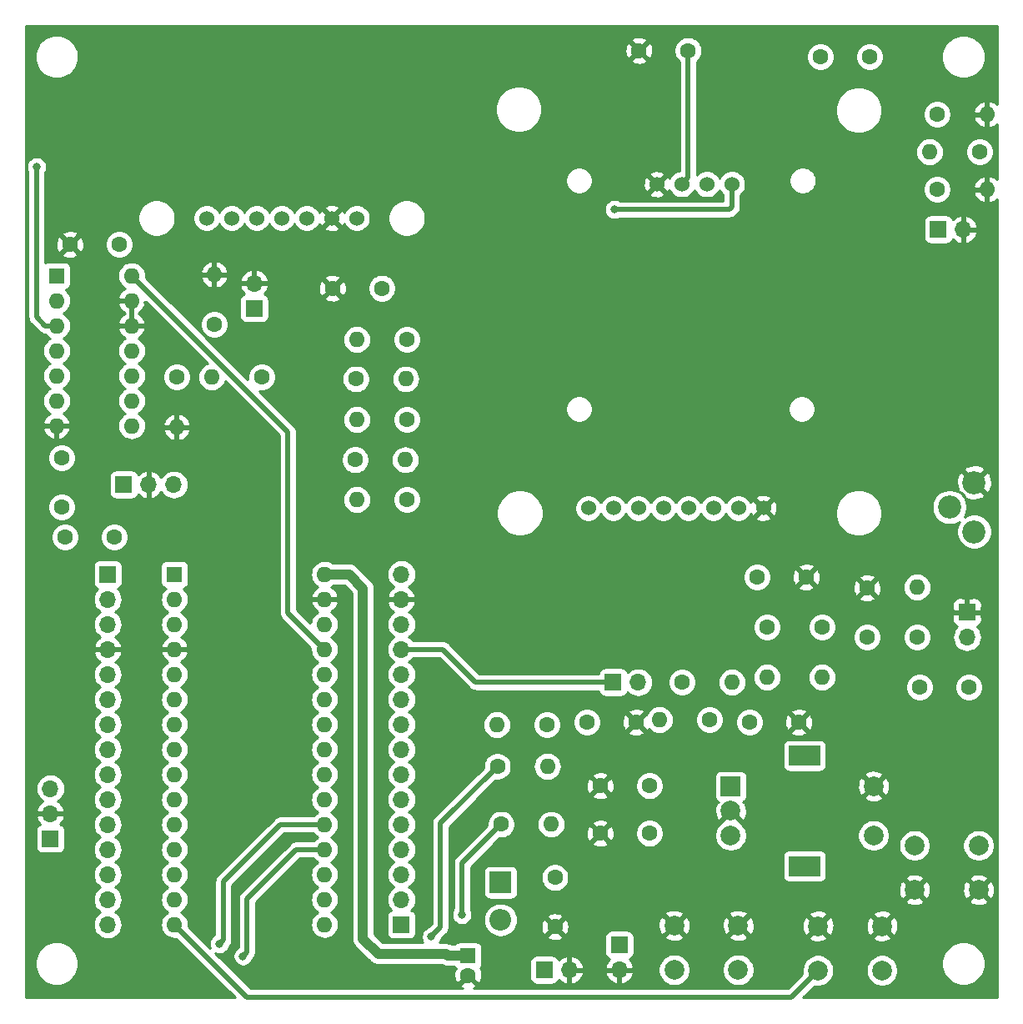
<source format=gbr>
G04 #@! TF.GenerationSoftware,KiCad,Pcbnew,(5.1.2)-2*
G04 #@! TF.CreationDate,2020-07-27T19:05:43-04:00*
G04 #@! TF.ProjectId,2n2-trans,326e322d-7472-4616-9e73-2e6b69636164,rev?*
G04 #@! TF.SameCoordinates,Original*
G04 #@! TF.FileFunction,Copper,L2,Bot*
G04 #@! TF.FilePolarity,Positive*
%FSLAX46Y46*%
G04 Gerber Fmt 4.6, Leading zero omitted, Abs format (unit mm)*
G04 Created by KiCad (PCBNEW (5.1.2)-2) date 2020-07-27 19:05:43*
%MOMM*%
%LPD*%
G04 APERTURE LIST*
%ADD10O,1.600000X1.600000*%
%ADD11R,1.600000X1.600000*%
%ADD12C,1.524000*%
%ADD13C,1.600000*%
%ADD14C,2.340000*%
%ADD15O,1.700000X1.700000*%
%ADD16R,1.700000X1.700000*%
%ADD17C,2.000000*%
%ADD18R,2.000000X2.000000*%
%ADD19R,3.200000X2.000000*%
%ADD20O,2.200000X2.200000*%
%ADD21R,2.200000X2.200000*%
%ADD22C,0.800000*%
%ADD23C,1.016000*%
%ADD24C,0.508000*%
%ADD25C,0.254000*%
G04 APERTURE END LIST*
D10*
X107213400Y-136372600D03*
X91973400Y-136372600D03*
X107213400Y-100812600D03*
X91973400Y-133832600D03*
X107213400Y-103352600D03*
X91973400Y-131292600D03*
X107213400Y-105892600D03*
X91973400Y-128752600D03*
X107213400Y-108432600D03*
X91973400Y-126212600D03*
X107213400Y-110972600D03*
X91973400Y-123672600D03*
X107213400Y-113512600D03*
X91973400Y-121132600D03*
X107213400Y-116052600D03*
X91973400Y-118592600D03*
X107213400Y-118592600D03*
X91973400Y-116052600D03*
X107213400Y-121132600D03*
X91973400Y-113512600D03*
X107213400Y-123672600D03*
X91973400Y-110972600D03*
X107213400Y-126212600D03*
X91973400Y-108432600D03*
X107213400Y-128752600D03*
X91973400Y-105892600D03*
X107213400Y-131292600D03*
X91973400Y-103352600D03*
X107213400Y-133832600D03*
D11*
X91973400Y-100812600D03*
D12*
X110490000Y-64643000D03*
X107950000Y-64643000D03*
X105410000Y-64643000D03*
X102870000Y-64643000D03*
X100330000Y-64643000D03*
X97790000Y-64643000D03*
X95250000Y-64643000D03*
D10*
X115468400Y-80975200D03*
D13*
X110388400Y-80975200D03*
D14*
X173188000Y-96480000D03*
X170688000Y-93980000D03*
X173188000Y-91480000D03*
D10*
X167386000Y-102108000D03*
D13*
X167386000Y-107188000D03*
D10*
X157734000Y-111252000D03*
D13*
X157734000Y-106172000D03*
D10*
X152146000Y-111252000D03*
D13*
X152146000Y-106172000D03*
D10*
X141224000Y-115570000D03*
D13*
X146304000Y-115570000D03*
D10*
X124714000Y-116078000D03*
D13*
X129794000Y-116078000D03*
D15*
X172466000Y-107188000D03*
D16*
X172466000Y-104648000D03*
D13*
X167640000Y-112268000D03*
X172640000Y-112268000D03*
X162306000Y-102188000D03*
X162306000Y-107188000D03*
X156130000Y-101092000D03*
X151130000Y-101092000D03*
X155368000Y-115824000D03*
X150368000Y-115824000D03*
X138858000Y-115824000D03*
X133858000Y-115824000D03*
X162560000Y-48260000D03*
X157560000Y-48260000D03*
X85852000Y-97028000D03*
X80852000Y-97028000D03*
X80518000Y-93980000D03*
X80518000Y-88980000D03*
D17*
X173632000Y-128342000D03*
X173632000Y-132842000D03*
X167132000Y-128342000D03*
X167132000Y-132842000D03*
D10*
X174498000Y-54102000D03*
D13*
X169418000Y-54102000D03*
D10*
X168656000Y-57912000D03*
D13*
X173736000Y-57912000D03*
D10*
X92202000Y-85852000D03*
D13*
X92202000Y-80772000D03*
D10*
X174498000Y-61722000D03*
D13*
X169418000Y-61722000D03*
D10*
X95758000Y-80772000D03*
D13*
X100838000Y-80772000D03*
D10*
X96012000Y-70358000D03*
D13*
X96012000Y-75438000D03*
D15*
X137160000Y-140970000D03*
D16*
X137160000Y-138430000D03*
D10*
X87630000Y-70485000D03*
X80010000Y-85725000D03*
X87630000Y-73025000D03*
X80010000Y-83185000D03*
X87630000Y-75565000D03*
X80010000Y-80645000D03*
X87630000Y-78105000D03*
X80010000Y-78105000D03*
X87630000Y-80645000D03*
X80010000Y-75565000D03*
X87630000Y-83185000D03*
X80010000Y-73025000D03*
X87630000Y-85725000D03*
D11*
X80010000Y-70485000D03*
D13*
X108030000Y-71755000D03*
X113030000Y-71755000D03*
X139145000Y-47625000D03*
X144145000Y-47625000D03*
X81360000Y-67310000D03*
X86360000Y-67310000D03*
D17*
X157330000Y-141025000D03*
X157330000Y-136525000D03*
X163830000Y-141025000D03*
X163830000Y-136525000D03*
X142725000Y-140970000D03*
X142725000Y-136470000D03*
X149225000Y-140970000D03*
X149225000Y-136470000D03*
D10*
X148590000Y-111760000D03*
D13*
X143510000Y-111760000D03*
D10*
X110490000Y-76962000D03*
D13*
X115570000Y-76962000D03*
D10*
X110490000Y-85090000D03*
D13*
X115570000Y-85090000D03*
D10*
X110490000Y-93218000D03*
D13*
X115570000Y-93218000D03*
D10*
X115417600Y-89179400D03*
D13*
X110337600Y-89179400D03*
D15*
X139065000Y-111760000D03*
D16*
X136525000Y-111760000D03*
D12*
X148590000Y-61205000D03*
X146050000Y-61205000D03*
X143510000Y-61205000D03*
X140970000Y-61205000D03*
X151776600Y-94091800D03*
X149236600Y-94091800D03*
X146696600Y-94091800D03*
X144156600Y-94091800D03*
X141616600Y-94091800D03*
X139076600Y-94091800D03*
X136536600Y-94091800D03*
X133996600Y-94091800D03*
D10*
X129844800Y-120294400D03*
D13*
X124764800Y-120294400D03*
D10*
X130225800Y-126187200D03*
D13*
X125145800Y-126187200D03*
D15*
X79375000Y-122555000D03*
X79375000Y-125095000D03*
D16*
X79375000Y-127635000D03*
D13*
X135208000Y-122275600D03*
X140208000Y-122275600D03*
X135208000Y-127101600D03*
X140208000Y-127101600D03*
D15*
X115011200Y-100812600D03*
X115011200Y-103352600D03*
X115011200Y-105892600D03*
X115011200Y-108432600D03*
X115011200Y-110972600D03*
X115011200Y-113512600D03*
X115011200Y-116052600D03*
X115011200Y-118592600D03*
X115011200Y-121132600D03*
X115011200Y-123672600D03*
X115011200Y-126212600D03*
X115011200Y-128752600D03*
X115011200Y-131292600D03*
X115011200Y-133832600D03*
D16*
X115011200Y-136372600D03*
D15*
X85191600Y-136372600D03*
X85191600Y-133832600D03*
X85191600Y-131292600D03*
X85191600Y-128752600D03*
X85191600Y-126212600D03*
X85191600Y-123672600D03*
X85191600Y-121132600D03*
X85191600Y-118592600D03*
X85191600Y-116052600D03*
X85191600Y-113512600D03*
X85191600Y-110972600D03*
X85191600Y-108432600D03*
X85191600Y-105892600D03*
X85191600Y-103352600D03*
D16*
X85191600Y-100812600D03*
D18*
X148463000Y-122326400D03*
D17*
X148463000Y-124826400D03*
X148463000Y-127326400D03*
D19*
X155963000Y-119226400D03*
X155963000Y-130426400D03*
D17*
X162963000Y-122326400D03*
X162963000Y-127326400D03*
D15*
X91897200Y-91694000D03*
X89357200Y-91694000D03*
D16*
X86817200Y-91694000D03*
D13*
X121767600Y-141522200D03*
D11*
X121767600Y-139522200D03*
D20*
X125095000Y-135890000D03*
D21*
X125095000Y-132080000D03*
D13*
X130606800Y-131597400D03*
X130606800Y-136597400D03*
D15*
X132080000Y-140970000D03*
D16*
X129540000Y-140970000D03*
X100076000Y-73787000D03*
D15*
X100076000Y-71247000D03*
X172085000Y-65786000D03*
D16*
X169545000Y-65786000D03*
D22*
X92710000Y-47244000D03*
X87884000Y-47244000D03*
X94488000Y-47244000D03*
X96520000Y-47244000D03*
X89408000Y-47244000D03*
X84836000Y-47244000D03*
X90932000Y-47244000D03*
X86360000Y-47244000D03*
X86360000Y-50546000D03*
X90932000Y-50546000D03*
X84836000Y-50546000D03*
X89408000Y-50546000D03*
X96520000Y-50546000D03*
X87884000Y-50546000D03*
X92710000Y-50546000D03*
X94488000Y-50546000D03*
X89408000Y-53848000D03*
X87884000Y-53848000D03*
X94488000Y-53848000D03*
X96520000Y-53848000D03*
X92710000Y-53848000D03*
X90932000Y-53848000D03*
X86360000Y-53848000D03*
X84836000Y-53848000D03*
X117602000Y-47244000D03*
X112522000Y-47244000D03*
X119634000Y-47244000D03*
X114046000Y-47244000D03*
X110998000Y-47244000D03*
X107950000Y-47244000D03*
X115824000Y-47244000D03*
X109474000Y-47244000D03*
X110998000Y-50292000D03*
X117602000Y-50292000D03*
X115824000Y-50292000D03*
X119634000Y-50292000D03*
X114046000Y-50292000D03*
X107950000Y-50292000D03*
X112522000Y-50292000D03*
X109474000Y-50292000D03*
X119634000Y-53340000D03*
X109474000Y-53340000D03*
X110998000Y-53340000D03*
X115824000Y-53340000D03*
X117602000Y-53340000D03*
X112522000Y-53340000D03*
X107950000Y-53340000D03*
X114046000Y-53340000D03*
X169926000Y-72136000D03*
X168148000Y-72136000D03*
X163322000Y-72136000D03*
X166370000Y-72136000D03*
X171958000Y-72136000D03*
X160274000Y-72136000D03*
X164846000Y-72136000D03*
X161798000Y-72136000D03*
X169926000Y-75946000D03*
X166370000Y-75946000D03*
X168148000Y-75946000D03*
X160274000Y-75946000D03*
X171958000Y-75946000D03*
X161798000Y-75946000D03*
X163322000Y-75946000D03*
X164846000Y-75946000D03*
X171958000Y-80010000D03*
X164846000Y-80010000D03*
X166370000Y-80010000D03*
X169926000Y-80010000D03*
X168148000Y-80010000D03*
X163322000Y-80010000D03*
X160274000Y-80010000D03*
X161798000Y-80010000D03*
X171958000Y-83820000D03*
X166370000Y-83820000D03*
X169926000Y-83820000D03*
X168148000Y-83820000D03*
X161798000Y-83820000D03*
X160274000Y-83820000D03*
X163322000Y-83820000D03*
X164846000Y-83820000D03*
X166370000Y-87122000D03*
X163322000Y-87122000D03*
X168148000Y-87122000D03*
X160274000Y-87122000D03*
X169926000Y-87122000D03*
X161798000Y-87122000D03*
X164846000Y-87122000D03*
X171958000Y-87122000D03*
X77978000Y-113030000D03*
X77978000Y-109982000D03*
X77978000Y-111506000D03*
X77978000Y-104902000D03*
X77978000Y-106680000D03*
X77978000Y-102870000D03*
X77978000Y-108458000D03*
X77978000Y-114554000D03*
X77470000Y-119634000D03*
X77470000Y-131318000D03*
X77470000Y-121666000D03*
X77470000Y-126746000D03*
X77470000Y-123444000D03*
X77470000Y-125222000D03*
X77470000Y-128270000D03*
X77470000Y-129794000D03*
X92710000Y-142748000D03*
X89662000Y-142748000D03*
X91186000Y-142748000D03*
X94234000Y-142748000D03*
X82550000Y-142748000D03*
X88138000Y-142748000D03*
X86360000Y-142748000D03*
X84582000Y-142748000D03*
X141224000Y-132080000D03*
X145796000Y-132080000D03*
X142748000Y-132080000D03*
X136144000Y-132080000D03*
X137922000Y-132080000D03*
X144272000Y-132080000D03*
X134112000Y-132080000D03*
X139700000Y-132080000D03*
X167386000Y-136652000D03*
X170688000Y-136652000D03*
X173990000Y-136652000D03*
X152908000Y-98298000D03*
X156972000Y-98298000D03*
X146050000Y-51816000D03*
X137414000Y-51816000D03*
X138938000Y-51816000D03*
X134366000Y-51816000D03*
X140462000Y-51816000D03*
X135890000Y-51816000D03*
X142240000Y-51816000D03*
X139649200Y-100863400D03*
X138125200Y-100863400D03*
X136601200Y-100863400D03*
X131521200Y-100863400D03*
X133299200Y-100863400D03*
X135077200Y-100863400D03*
X141173200Y-100863400D03*
X129489200Y-100863400D03*
X135178800Y-105003600D03*
X138226800Y-105003600D03*
X129590800Y-105003600D03*
X141274800Y-105003600D03*
X136702800Y-105003600D03*
X133400800Y-105003600D03*
X131622800Y-105003600D03*
X139750800Y-105003600D03*
X127381000Y-71221600D03*
X130429000Y-71221600D03*
X121793000Y-71221600D03*
X133477000Y-71221600D03*
X128905000Y-71221600D03*
X125603000Y-71221600D03*
X123825000Y-71221600D03*
X131953000Y-71221600D03*
X166751000Y-116078000D03*
X171323000Y-116078000D03*
X164973000Y-116078000D03*
X168275000Y-116078000D03*
X163195000Y-116078000D03*
X169799000Y-116078000D03*
X172847000Y-116078000D03*
X161163000Y-116078000D03*
X101574600Y-118364000D03*
X101574600Y-115316000D03*
X101574600Y-123952000D03*
X101574600Y-112268000D03*
X101574600Y-116840000D03*
X101574600Y-120142000D03*
X101574600Y-121920000D03*
X101574600Y-113792000D03*
X119964200Y-121285000D03*
X119964200Y-122809000D03*
X109905800Y-139319000D03*
X109905800Y-140843000D03*
X170256200Y-98475800D03*
X170256200Y-99999800D03*
X124891800Y-139522200D03*
X124891800Y-141046200D03*
X88569800Y-108432600D03*
X147853400Y-100838000D03*
X147853400Y-105638600D03*
X121158000Y-135356600D03*
X118059200Y-137591800D03*
X136652000Y-63754000D03*
X96545400Y-138328400D03*
X98933000Y-139573000D03*
X77978000Y-59436000D03*
D23*
X109702600Y-100812600D02*
X107213400Y-100812600D01*
X111125000Y-102235000D02*
X109702600Y-100812600D01*
X111125000Y-137795000D02*
X111125000Y-102235000D01*
X119583200Y-139351000D02*
X112681000Y-139351000D01*
X112681000Y-139351000D02*
X111125000Y-137795000D01*
X119754400Y-139522200D02*
X119583200Y-139351000D01*
X121767600Y-139522200D02*
X119754400Y-139522200D01*
D24*
X157330000Y-141025000D02*
X154616400Y-143738600D01*
X99339400Y-143738600D02*
X91973400Y-136372600D01*
X154616400Y-143738600D02*
X99339400Y-143738600D01*
X121158000Y-134790915D02*
X121183400Y-134765515D01*
X121158000Y-135356600D02*
X121158000Y-134790915D01*
X121183400Y-130149600D02*
X125145800Y-126187200D01*
X121183400Y-134765515D02*
X121183400Y-130149600D01*
X118059200Y-137591800D02*
X118973600Y-136677400D01*
X118973600Y-126085600D02*
X124764800Y-120294400D01*
X118973600Y-136677400D02*
X118973600Y-126085600D01*
X136652000Y-63754000D02*
X148336000Y-63754000D01*
X148590000Y-63500000D02*
X148590000Y-61205000D01*
X148336000Y-63754000D02*
X148590000Y-63500000D01*
X96945399Y-137928401D02*
X96945399Y-132010201D01*
X96545400Y-138328400D02*
X96945399Y-137928401D01*
X102743000Y-126212600D02*
X107213400Y-126212600D01*
X96945399Y-132010201D02*
X102743000Y-126212600D01*
X104343200Y-128752600D02*
X107213400Y-128752600D01*
X99332999Y-133762801D02*
X104343200Y-128752600D01*
X98933000Y-139573000D02*
X99332999Y-139173001D01*
X99332999Y-139173001D02*
X99332999Y-133762801D01*
X144145000Y-60570000D02*
X143510000Y-61205000D01*
X144145000Y-47625000D02*
X144145000Y-60570000D01*
X115011200Y-108432600D02*
X119227600Y-108432600D01*
X122555000Y-111760000D02*
X136525000Y-111760000D01*
X119227600Y-108432600D02*
X122555000Y-111760000D01*
X87630000Y-70485000D02*
X103505000Y-86360000D01*
X103505000Y-104724200D02*
X107213400Y-108432600D01*
X103505000Y-86360000D02*
X103505000Y-104724200D01*
X77978000Y-59436000D02*
X77978000Y-74676000D01*
X78867000Y-75565000D02*
X80010000Y-75565000D01*
X77978000Y-74676000D02*
X78867000Y-75565000D01*
D25*
G36*
X175540000Y-53119072D02*
G01*
X175353131Y-52949615D01*
X175111881Y-52804930D01*
X174847040Y-52710091D01*
X174625000Y-52831376D01*
X174625000Y-53975000D01*
X174645000Y-53975000D01*
X174645000Y-54229000D01*
X174625000Y-54229000D01*
X174625000Y-55372624D01*
X174847040Y-55493909D01*
X175111881Y-55399070D01*
X175353131Y-55254385D01*
X175540000Y-55084928D01*
X175540000Y-60739072D01*
X175353131Y-60569615D01*
X175111881Y-60424930D01*
X174847040Y-60330091D01*
X174625000Y-60451376D01*
X174625000Y-61595000D01*
X174645000Y-61595000D01*
X174645000Y-61849000D01*
X174625000Y-61849000D01*
X174625000Y-62992624D01*
X174847040Y-63113909D01*
X175111881Y-63019070D01*
X175353131Y-62874385D01*
X175540000Y-62704928D01*
X175540001Y-143790000D01*
X155822235Y-143790000D01*
X156988194Y-142624042D01*
X157168967Y-142660000D01*
X157491033Y-142660000D01*
X157806912Y-142597168D01*
X158104463Y-142473918D01*
X158372252Y-142294987D01*
X158599987Y-142067252D01*
X158778918Y-141799463D01*
X158902168Y-141501912D01*
X158965000Y-141186033D01*
X158965000Y-140863967D01*
X162195000Y-140863967D01*
X162195000Y-141186033D01*
X162257832Y-141501912D01*
X162381082Y-141799463D01*
X162560013Y-142067252D01*
X162787748Y-142294987D01*
X163055537Y-142473918D01*
X163353088Y-142597168D01*
X163668967Y-142660000D01*
X163991033Y-142660000D01*
X164306912Y-142597168D01*
X164604463Y-142473918D01*
X164872252Y-142294987D01*
X165099987Y-142067252D01*
X165278918Y-141799463D01*
X165402168Y-141501912D01*
X165465000Y-141186033D01*
X165465000Y-140863967D01*
X165402168Y-140548088D01*
X165278918Y-140250537D01*
X165188270Y-140114872D01*
X169850000Y-140114872D01*
X169850000Y-140555128D01*
X169935890Y-140986925D01*
X170104369Y-141393669D01*
X170348962Y-141759729D01*
X170660271Y-142071038D01*
X171026331Y-142315631D01*
X171433075Y-142484110D01*
X171864872Y-142570000D01*
X172305128Y-142570000D01*
X172736925Y-142484110D01*
X173143669Y-142315631D01*
X173509729Y-142071038D01*
X173821038Y-141759729D01*
X174065631Y-141393669D01*
X174234110Y-140986925D01*
X174320000Y-140555128D01*
X174320000Y-140114872D01*
X174234110Y-139683075D01*
X174065631Y-139276331D01*
X173821038Y-138910271D01*
X173509729Y-138598962D01*
X173143669Y-138354369D01*
X172736925Y-138185890D01*
X172305128Y-138100000D01*
X171864872Y-138100000D01*
X171433075Y-138185890D01*
X171026331Y-138354369D01*
X170660271Y-138598962D01*
X170348962Y-138910271D01*
X170104369Y-139276331D01*
X169935890Y-139683075D01*
X169850000Y-140114872D01*
X165188270Y-140114872D01*
X165099987Y-139982748D01*
X164872252Y-139755013D01*
X164604463Y-139576082D01*
X164306912Y-139452832D01*
X163991033Y-139390000D01*
X163668967Y-139390000D01*
X163353088Y-139452832D01*
X163055537Y-139576082D01*
X162787748Y-139755013D01*
X162560013Y-139982748D01*
X162381082Y-140250537D01*
X162257832Y-140548088D01*
X162195000Y-140863967D01*
X158965000Y-140863967D01*
X158902168Y-140548088D01*
X158778918Y-140250537D01*
X158599987Y-139982748D01*
X158372252Y-139755013D01*
X158104463Y-139576082D01*
X157806912Y-139452832D01*
X157491033Y-139390000D01*
X157168967Y-139390000D01*
X156853088Y-139452832D01*
X156555537Y-139576082D01*
X156287748Y-139755013D01*
X156060013Y-139982748D01*
X155881082Y-140250537D01*
X155757832Y-140548088D01*
X155695000Y-140863967D01*
X155695000Y-141186033D01*
X155730958Y-141366806D01*
X154248165Y-142849600D01*
X122317349Y-142849600D01*
X122383892Y-142825803D01*
X122509114Y-142758871D01*
X122580697Y-142514902D01*
X121767600Y-141701805D01*
X120954503Y-142514902D01*
X121026086Y-142758871D01*
X121217833Y-142849600D01*
X99707636Y-142849600D01*
X96137933Y-139279898D01*
X96243502Y-139323626D01*
X96443461Y-139363400D01*
X96647339Y-139363400D01*
X96847298Y-139323626D01*
X97035656Y-139245605D01*
X97205174Y-139132337D01*
X97349337Y-138988174D01*
X97462605Y-138818656D01*
X97540626Y-138630298D01*
X97550215Y-138582089D01*
X97577058Y-138560060D01*
X97688152Y-138424692D01*
X97770702Y-138270252D01*
X97812428Y-138132698D01*
X97821535Y-138102676D01*
X97827943Y-138037617D01*
X97834399Y-137972068D01*
X97834399Y-137972062D01*
X97838699Y-137928402D01*
X97834399Y-137884742D01*
X97834399Y-132378436D01*
X103111236Y-127101600D01*
X106086605Y-127101600D01*
X106193792Y-127232208D01*
X106412299Y-127411532D01*
X106545258Y-127482600D01*
X106412299Y-127553668D01*
X106193792Y-127732992D01*
X106086605Y-127863600D01*
X104386859Y-127863600D01*
X104343199Y-127859300D01*
X104299539Y-127863600D01*
X104299533Y-127863600D01*
X104202124Y-127873194D01*
X104168924Y-127876464D01*
X104067258Y-127907304D01*
X104001349Y-127927297D01*
X103846909Y-128009847D01*
X103711541Y-128120941D01*
X103683706Y-128154858D01*
X98735258Y-133103307D01*
X98701341Y-133131142D01*
X98673506Y-133165059D01*
X98673504Y-133165061D01*
X98590247Y-133266510D01*
X98507697Y-133420949D01*
X98456863Y-133588527D01*
X98439699Y-133762801D01*
X98444000Y-133806471D01*
X98443999Y-138655275D01*
X98442744Y-138655795D01*
X98273226Y-138769063D01*
X98129063Y-138913226D01*
X98015795Y-139082744D01*
X97937774Y-139271102D01*
X97898000Y-139471061D01*
X97898000Y-139674939D01*
X97937774Y-139874898D01*
X98015795Y-140063256D01*
X98129063Y-140232774D01*
X98273226Y-140376937D01*
X98442744Y-140490205D01*
X98631102Y-140568226D01*
X98831061Y-140608000D01*
X99034939Y-140608000D01*
X99234898Y-140568226D01*
X99423256Y-140490205D01*
X99592774Y-140376937D01*
X99736937Y-140232774D01*
X99850205Y-140063256D01*
X99928226Y-139874898D01*
X99937815Y-139826689D01*
X99964658Y-139804660D01*
X100075752Y-139669292D01*
X100158302Y-139514852D01*
X100208005Y-139351000D01*
X100209135Y-139347276D01*
X100215761Y-139280000D01*
X100221999Y-139216668D01*
X100221999Y-139216662D01*
X100226299Y-139173002D01*
X100221999Y-139129342D01*
X100221999Y-134131036D01*
X104711436Y-129641600D01*
X106086605Y-129641600D01*
X106193792Y-129772208D01*
X106412299Y-129951532D01*
X106545258Y-130022600D01*
X106412299Y-130093668D01*
X106193792Y-130272992D01*
X106014468Y-130491499D01*
X105881218Y-130740792D01*
X105799164Y-131011291D01*
X105771457Y-131292600D01*
X105799164Y-131573909D01*
X105881218Y-131844408D01*
X106014468Y-132093701D01*
X106193792Y-132312208D01*
X106412299Y-132491532D01*
X106545258Y-132562600D01*
X106412299Y-132633668D01*
X106193792Y-132812992D01*
X106014468Y-133031499D01*
X105881218Y-133280792D01*
X105799164Y-133551291D01*
X105771457Y-133832600D01*
X105799164Y-134113909D01*
X105881218Y-134384408D01*
X106014468Y-134633701D01*
X106193792Y-134852208D01*
X106412299Y-135031532D01*
X106545258Y-135102600D01*
X106412299Y-135173668D01*
X106193792Y-135352992D01*
X106014468Y-135571499D01*
X105881218Y-135820792D01*
X105799164Y-136091291D01*
X105771457Y-136372600D01*
X105799164Y-136653909D01*
X105881218Y-136924408D01*
X106014468Y-137173701D01*
X106193792Y-137392208D01*
X106412299Y-137571532D01*
X106661592Y-137704782D01*
X106932091Y-137786836D01*
X107142908Y-137807600D01*
X107283892Y-137807600D01*
X107494709Y-137786836D01*
X107765208Y-137704782D01*
X108014501Y-137571532D01*
X108233008Y-137392208D01*
X108412332Y-137173701D01*
X108545582Y-136924408D01*
X108627636Y-136653909D01*
X108655343Y-136372600D01*
X108627636Y-136091291D01*
X108545582Y-135820792D01*
X108412332Y-135571499D01*
X108233008Y-135352992D01*
X108014501Y-135173668D01*
X107881542Y-135102600D01*
X108014501Y-135031532D01*
X108233008Y-134852208D01*
X108412332Y-134633701D01*
X108545582Y-134384408D01*
X108627636Y-134113909D01*
X108655343Y-133832600D01*
X108627636Y-133551291D01*
X108545582Y-133280792D01*
X108412332Y-133031499D01*
X108233008Y-132812992D01*
X108014501Y-132633668D01*
X107881542Y-132562600D01*
X108014501Y-132491532D01*
X108233008Y-132312208D01*
X108412332Y-132093701D01*
X108545582Y-131844408D01*
X108627636Y-131573909D01*
X108655343Y-131292600D01*
X108627636Y-131011291D01*
X108545582Y-130740792D01*
X108412332Y-130491499D01*
X108233008Y-130272992D01*
X108014501Y-130093668D01*
X107881542Y-130022600D01*
X108014501Y-129951532D01*
X108233008Y-129772208D01*
X108412332Y-129553701D01*
X108545582Y-129304408D01*
X108627636Y-129033909D01*
X108655343Y-128752600D01*
X108627636Y-128471291D01*
X108545582Y-128200792D01*
X108412332Y-127951499D01*
X108233008Y-127732992D01*
X108014501Y-127553668D01*
X107881542Y-127482600D01*
X108014501Y-127411532D01*
X108233008Y-127232208D01*
X108412332Y-127013701D01*
X108545582Y-126764408D01*
X108627636Y-126493909D01*
X108655343Y-126212600D01*
X108627636Y-125931291D01*
X108545582Y-125660792D01*
X108412332Y-125411499D01*
X108233008Y-125192992D01*
X108014501Y-125013668D01*
X107881542Y-124942600D01*
X108014501Y-124871532D01*
X108233008Y-124692208D01*
X108412332Y-124473701D01*
X108545582Y-124224408D01*
X108627636Y-123953909D01*
X108655343Y-123672600D01*
X108627636Y-123391291D01*
X108545582Y-123120792D01*
X108412332Y-122871499D01*
X108233008Y-122652992D01*
X108014501Y-122473668D01*
X107881542Y-122402600D01*
X108014501Y-122331532D01*
X108233008Y-122152208D01*
X108412332Y-121933701D01*
X108545582Y-121684408D01*
X108627636Y-121413909D01*
X108655343Y-121132600D01*
X108627636Y-120851291D01*
X108545582Y-120580792D01*
X108412332Y-120331499D01*
X108233008Y-120112992D01*
X108014501Y-119933668D01*
X107881542Y-119862600D01*
X108014501Y-119791532D01*
X108233008Y-119612208D01*
X108412332Y-119393701D01*
X108545582Y-119144408D01*
X108627636Y-118873909D01*
X108655343Y-118592600D01*
X108627636Y-118311291D01*
X108545582Y-118040792D01*
X108412332Y-117791499D01*
X108233008Y-117572992D01*
X108014501Y-117393668D01*
X107881542Y-117322600D01*
X108014501Y-117251532D01*
X108233008Y-117072208D01*
X108412332Y-116853701D01*
X108545582Y-116604408D01*
X108627636Y-116333909D01*
X108655343Y-116052600D01*
X108627636Y-115771291D01*
X108545582Y-115500792D01*
X108412332Y-115251499D01*
X108233008Y-115032992D01*
X108014501Y-114853668D01*
X107881542Y-114782600D01*
X108014501Y-114711532D01*
X108233008Y-114532208D01*
X108412332Y-114313701D01*
X108545582Y-114064408D01*
X108627636Y-113793909D01*
X108655343Y-113512600D01*
X108627636Y-113231291D01*
X108545582Y-112960792D01*
X108412332Y-112711499D01*
X108233008Y-112492992D01*
X108014501Y-112313668D01*
X107881542Y-112242600D01*
X108014501Y-112171532D01*
X108233008Y-111992208D01*
X108412332Y-111773701D01*
X108545582Y-111524408D01*
X108627636Y-111253909D01*
X108655343Y-110972600D01*
X108627636Y-110691291D01*
X108545582Y-110420792D01*
X108412332Y-110171499D01*
X108233008Y-109952992D01*
X108014501Y-109773668D01*
X107881542Y-109702600D01*
X108014501Y-109631532D01*
X108233008Y-109452208D01*
X108412332Y-109233701D01*
X108545582Y-108984408D01*
X108627636Y-108713909D01*
X108655343Y-108432600D01*
X108627636Y-108151291D01*
X108545582Y-107880792D01*
X108412332Y-107631499D01*
X108233008Y-107412992D01*
X108014501Y-107233668D01*
X107881542Y-107162600D01*
X108014501Y-107091532D01*
X108233008Y-106912208D01*
X108412332Y-106693701D01*
X108545582Y-106444408D01*
X108627636Y-106173909D01*
X108655343Y-105892600D01*
X108627636Y-105611291D01*
X108545582Y-105340792D01*
X108412332Y-105091499D01*
X108233008Y-104872992D01*
X108014501Y-104693668D01*
X107876718Y-104620021D01*
X108068531Y-104504985D01*
X108276919Y-104316014D01*
X108444437Y-104090020D01*
X108564646Y-103835687D01*
X108605304Y-103701639D01*
X108483315Y-103479600D01*
X107340400Y-103479600D01*
X107340400Y-103499600D01*
X107086400Y-103499600D01*
X107086400Y-103479600D01*
X105943485Y-103479600D01*
X105821496Y-103701639D01*
X105862154Y-103835687D01*
X105982363Y-104090020D01*
X106149881Y-104316014D01*
X106358269Y-104504985D01*
X106550082Y-104620021D01*
X106412299Y-104693668D01*
X106193792Y-104872992D01*
X106014468Y-105091499D01*
X105881218Y-105340792D01*
X105799164Y-105611291D01*
X105785729Y-105747694D01*
X104394000Y-104355965D01*
X104394000Y-100812600D01*
X105771457Y-100812600D01*
X105799164Y-101093909D01*
X105881218Y-101364408D01*
X106014468Y-101613701D01*
X106193792Y-101832208D01*
X106412299Y-102011532D01*
X106550082Y-102085179D01*
X106358269Y-102200215D01*
X106149881Y-102389186D01*
X105982363Y-102615180D01*
X105862154Y-102869513D01*
X105821496Y-103003561D01*
X105943485Y-103225600D01*
X107086400Y-103225600D01*
X107086400Y-103205600D01*
X107340400Y-103205600D01*
X107340400Y-103225600D01*
X108483315Y-103225600D01*
X108605304Y-103003561D01*
X108564646Y-102869513D01*
X108444437Y-102615180D01*
X108276919Y-102389186D01*
X108068531Y-102200215D01*
X107876718Y-102085179D01*
X108014501Y-102011532D01*
X108082654Y-101955600D01*
X109229155Y-101955600D01*
X109982001Y-102708447D01*
X109982000Y-137738861D01*
X109976471Y-137795000D01*
X109982000Y-137851139D01*
X109982000Y-137851145D01*
X109992226Y-137954971D01*
X109998539Y-138019067D01*
X110013371Y-138067961D01*
X110063897Y-138234522D01*
X110170032Y-138433088D01*
X110312867Y-138607133D01*
X110356482Y-138642927D01*
X111833081Y-140119528D01*
X111868867Y-140163133D01*
X111912471Y-140198918D01*
X111912477Y-140198924D01*
X112014008Y-140282248D01*
X112042911Y-140305968D01*
X112241477Y-140412103D01*
X112391574Y-140457635D01*
X112456932Y-140477461D01*
X112479600Y-140479694D01*
X112624854Y-140494000D01*
X112624860Y-140494000D01*
X112680999Y-140499529D01*
X112737138Y-140494000D01*
X119147802Y-140494000D01*
X119314877Y-140583303D01*
X119530333Y-140648661D01*
X119698254Y-140665200D01*
X119698261Y-140665200D01*
X119754399Y-140670729D01*
X119810538Y-140665200D01*
X120430919Y-140665200D01*
X120437063Y-140676694D01*
X120516415Y-140773385D01*
X120529358Y-140784007D01*
X120410029Y-141036196D01*
X120341300Y-141310384D01*
X120327383Y-141592712D01*
X120368813Y-141872330D01*
X120463997Y-142138492D01*
X120530929Y-142263714D01*
X120774898Y-142335297D01*
X121587995Y-141522200D01*
X121573853Y-141508058D01*
X121753458Y-141328453D01*
X121767600Y-141342595D01*
X121781743Y-141328453D01*
X121961348Y-141508058D01*
X121947205Y-141522200D01*
X122760302Y-142335297D01*
X123004271Y-142263714D01*
X123125171Y-142008204D01*
X123193900Y-141734016D01*
X123207817Y-141451688D01*
X123166387Y-141172070D01*
X123071203Y-140905908D01*
X123005984Y-140783891D01*
X123018785Y-140773385D01*
X123098137Y-140676694D01*
X123157102Y-140566380D01*
X123193412Y-140446682D01*
X123205672Y-140322200D01*
X123205672Y-140120000D01*
X128051928Y-140120000D01*
X128051928Y-141820000D01*
X128064188Y-141944482D01*
X128100498Y-142064180D01*
X128159463Y-142174494D01*
X128238815Y-142271185D01*
X128335506Y-142350537D01*
X128445820Y-142409502D01*
X128565518Y-142445812D01*
X128690000Y-142458072D01*
X130390000Y-142458072D01*
X130514482Y-142445812D01*
X130634180Y-142409502D01*
X130744494Y-142350537D01*
X130841185Y-142271185D01*
X130920537Y-142174494D01*
X130979502Y-142064180D01*
X131003966Y-141983534D01*
X131079731Y-142067588D01*
X131313080Y-142241641D01*
X131575901Y-142366825D01*
X131723110Y-142411476D01*
X131953000Y-142290155D01*
X131953000Y-141097000D01*
X132207000Y-141097000D01*
X132207000Y-142290155D01*
X132436890Y-142411476D01*
X132584099Y-142366825D01*
X132846920Y-142241641D01*
X133080269Y-142067588D01*
X133275178Y-141851355D01*
X133424157Y-141601252D01*
X133521481Y-141326891D01*
X133521481Y-141326890D01*
X135718524Y-141326890D01*
X135763175Y-141474099D01*
X135888359Y-141736920D01*
X136062412Y-141970269D01*
X136278645Y-142165178D01*
X136528748Y-142314157D01*
X136803109Y-142411481D01*
X137033000Y-142290814D01*
X137033000Y-141097000D01*
X137287000Y-141097000D01*
X137287000Y-142290814D01*
X137516891Y-142411481D01*
X137791252Y-142314157D01*
X138041355Y-142165178D01*
X138257588Y-141970269D01*
X138431641Y-141736920D01*
X138556825Y-141474099D01*
X138601476Y-141326890D01*
X138480155Y-141097000D01*
X137287000Y-141097000D01*
X137033000Y-141097000D01*
X135839845Y-141097000D01*
X135718524Y-141326890D01*
X133521481Y-141326890D01*
X133400814Y-141097000D01*
X132207000Y-141097000D01*
X131953000Y-141097000D01*
X131933000Y-141097000D01*
X131933000Y-140843000D01*
X131953000Y-140843000D01*
X131953000Y-139649845D01*
X132207000Y-139649845D01*
X132207000Y-140843000D01*
X133400814Y-140843000D01*
X133521481Y-140613109D01*
X133424157Y-140338748D01*
X133275178Y-140088645D01*
X133080269Y-139872412D01*
X132846920Y-139698359D01*
X132584099Y-139573175D01*
X132436890Y-139528524D01*
X132207000Y-139649845D01*
X131953000Y-139649845D01*
X131723110Y-139528524D01*
X131575901Y-139573175D01*
X131313080Y-139698359D01*
X131079731Y-139872412D01*
X131003966Y-139956466D01*
X130979502Y-139875820D01*
X130920537Y-139765506D01*
X130841185Y-139668815D01*
X130744494Y-139589463D01*
X130634180Y-139530498D01*
X130514482Y-139494188D01*
X130390000Y-139481928D01*
X128690000Y-139481928D01*
X128565518Y-139494188D01*
X128445820Y-139530498D01*
X128335506Y-139589463D01*
X128238815Y-139668815D01*
X128159463Y-139765506D01*
X128100498Y-139875820D01*
X128064188Y-139995518D01*
X128051928Y-140120000D01*
X123205672Y-140120000D01*
X123205672Y-138722200D01*
X123193412Y-138597718D01*
X123157102Y-138478020D01*
X123098137Y-138367706D01*
X123018785Y-138271015D01*
X122922094Y-138191663D01*
X122811780Y-138132698D01*
X122692082Y-138096388D01*
X122567600Y-138084128D01*
X120967600Y-138084128D01*
X120843118Y-138096388D01*
X120723420Y-138132698D01*
X120613106Y-138191663D01*
X120516415Y-138271015D01*
X120437063Y-138367706D01*
X120430919Y-138379200D01*
X120189798Y-138379200D01*
X120022723Y-138289897D01*
X119807267Y-138224539D01*
X119639346Y-138208000D01*
X119639339Y-138208000D01*
X119583200Y-138202471D01*
X119527061Y-138208000D01*
X118892252Y-138208000D01*
X118976405Y-138082056D01*
X119054426Y-137893698D01*
X119064330Y-137843905D01*
X119571343Y-137336893D01*
X119605259Y-137309059D01*
X119716353Y-137173691D01*
X119798903Y-137019251D01*
X119833052Y-136906675D01*
X119849736Y-136851675D01*
X119861829Y-136728892D01*
X119862600Y-136721067D01*
X119862600Y-136721060D01*
X119866900Y-136677400D01*
X119862600Y-136633740D01*
X119862600Y-135254661D01*
X120123000Y-135254661D01*
X120123000Y-135458539D01*
X120162774Y-135658498D01*
X120240795Y-135846856D01*
X120354063Y-136016374D01*
X120498226Y-136160537D01*
X120667744Y-136273805D01*
X120856102Y-136351826D01*
X121056061Y-136391600D01*
X121259939Y-136391600D01*
X121459898Y-136351826D01*
X121648256Y-136273805D01*
X121817774Y-136160537D01*
X121961937Y-136016374D01*
X122046377Y-135890000D01*
X123351606Y-135890000D01*
X123385105Y-136230119D01*
X123484314Y-136557168D01*
X123645421Y-136858578D01*
X123862234Y-137122766D01*
X124126422Y-137339579D01*
X124427832Y-137500686D01*
X124754881Y-137599895D01*
X125009775Y-137625000D01*
X125180225Y-137625000D01*
X125435119Y-137599895D01*
X125467402Y-137590102D01*
X129793703Y-137590102D01*
X129865286Y-137834071D01*
X130120796Y-137954971D01*
X130394984Y-138023700D01*
X130677312Y-138037617D01*
X130956930Y-137996187D01*
X131223092Y-137901003D01*
X131348314Y-137834071D01*
X131419897Y-137590102D01*
X131409795Y-137580000D01*
X135671928Y-137580000D01*
X135671928Y-139280000D01*
X135684188Y-139404482D01*
X135720498Y-139524180D01*
X135779463Y-139634494D01*
X135858815Y-139731185D01*
X135955506Y-139810537D01*
X136065820Y-139869502D01*
X136146466Y-139893966D01*
X136062412Y-139969731D01*
X135888359Y-140203080D01*
X135763175Y-140465901D01*
X135718524Y-140613110D01*
X135839845Y-140843000D01*
X137033000Y-140843000D01*
X137033000Y-140823000D01*
X137287000Y-140823000D01*
X137287000Y-140843000D01*
X138480155Y-140843000D01*
X138498115Y-140808967D01*
X141090000Y-140808967D01*
X141090000Y-141131033D01*
X141152832Y-141446912D01*
X141276082Y-141744463D01*
X141455013Y-142012252D01*
X141682748Y-142239987D01*
X141950537Y-142418918D01*
X142248088Y-142542168D01*
X142563967Y-142605000D01*
X142886033Y-142605000D01*
X143201912Y-142542168D01*
X143499463Y-142418918D01*
X143767252Y-142239987D01*
X143994987Y-142012252D01*
X144173918Y-141744463D01*
X144297168Y-141446912D01*
X144360000Y-141131033D01*
X144360000Y-140808967D01*
X147590000Y-140808967D01*
X147590000Y-141131033D01*
X147652832Y-141446912D01*
X147776082Y-141744463D01*
X147955013Y-142012252D01*
X148182748Y-142239987D01*
X148450537Y-142418918D01*
X148748088Y-142542168D01*
X149063967Y-142605000D01*
X149386033Y-142605000D01*
X149701912Y-142542168D01*
X149999463Y-142418918D01*
X150267252Y-142239987D01*
X150494987Y-142012252D01*
X150673918Y-141744463D01*
X150797168Y-141446912D01*
X150860000Y-141131033D01*
X150860000Y-140808967D01*
X150797168Y-140493088D01*
X150673918Y-140195537D01*
X150494987Y-139927748D01*
X150267252Y-139700013D01*
X149999463Y-139521082D01*
X149701912Y-139397832D01*
X149386033Y-139335000D01*
X149063967Y-139335000D01*
X148748088Y-139397832D01*
X148450537Y-139521082D01*
X148182748Y-139700013D01*
X147955013Y-139927748D01*
X147776082Y-140195537D01*
X147652832Y-140493088D01*
X147590000Y-140808967D01*
X144360000Y-140808967D01*
X144297168Y-140493088D01*
X144173918Y-140195537D01*
X143994987Y-139927748D01*
X143767252Y-139700013D01*
X143499463Y-139521082D01*
X143201912Y-139397832D01*
X142886033Y-139335000D01*
X142563967Y-139335000D01*
X142248088Y-139397832D01*
X141950537Y-139521082D01*
X141682748Y-139700013D01*
X141455013Y-139927748D01*
X141276082Y-140195537D01*
X141152832Y-140493088D01*
X141090000Y-140808967D01*
X138498115Y-140808967D01*
X138601476Y-140613110D01*
X138556825Y-140465901D01*
X138431641Y-140203080D01*
X138257588Y-139969731D01*
X138173534Y-139893966D01*
X138254180Y-139869502D01*
X138364494Y-139810537D01*
X138461185Y-139731185D01*
X138540537Y-139634494D01*
X138599502Y-139524180D01*
X138635812Y-139404482D01*
X138648072Y-139280000D01*
X138648072Y-137605413D01*
X141769192Y-137605413D01*
X141864956Y-137869814D01*
X142154571Y-138010704D01*
X142466108Y-138092384D01*
X142787595Y-138111718D01*
X143106675Y-138067961D01*
X143411088Y-137962795D01*
X143585044Y-137869814D01*
X143680808Y-137605413D01*
X148269192Y-137605413D01*
X148364956Y-137869814D01*
X148654571Y-138010704D01*
X148966108Y-138092384D01*
X149287595Y-138111718D01*
X149606675Y-138067961D01*
X149911088Y-137962795D01*
X150085044Y-137869814D01*
X150160887Y-137660413D01*
X156374192Y-137660413D01*
X156469956Y-137924814D01*
X156759571Y-138065704D01*
X157071108Y-138147384D01*
X157392595Y-138166718D01*
X157711675Y-138122961D01*
X158016088Y-138017795D01*
X158190044Y-137924814D01*
X158285808Y-137660413D01*
X162874192Y-137660413D01*
X162969956Y-137924814D01*
X163259571Y-138065704D01*
X163571108Y-138147384D01*
X163892595Y-138166718D01*
X164211675Y-138122961D01*
X164516088Y-138017795D01*
X164690044Y-137924814D01*
X164785808Y-137660413D01*
X163830000Y-136704605D01*
X162874192Y-137660413D01*
X158285808Y-137660413D01*
X157330000Y-136704605D01*
X156374192Y-137660413D01*
X150160887Y-137660413D01*
X150180808Y-137605413D01*
X149225000Y-136649605D01*
X148269192Y-137605413D01*
X143680808Y-137605413D01*
X142725000Y-136649605D01*
X141769192Y-137605413D01*
X138648072Y-137605413D01*
X138648072Y-137580000D01*
X138635812Y-137455518D01*
X138599502Y-137335820D01*
X138540537Y-137225506D01*
X138461185Y-137128815D01*
X138364494Y-137049463D01*
X138254180Y-136990498D01*
X138134482Y-136954188D01*
X138010000Y-136941928D01*
X136310000Y-136941928D01*
X136185518Y-136954188D01*
X136065820Y-136990498D01*
X135955506Y-137049463D01*
X135858815Y-137128815D01*
X135779463Y-137225506D01*
X135720498Y-137335820D01*
X135684188Y-137455518D01*
X135671928Y-137580000D01*
X131409795Y-137580000D01*
X130606800Y-136777005D01*
X129793703Y-137590102D01*
X125467402Y-137590102D01*
X125762168Y-137500686D01*
X126063578Y-137339579D01*
X126327766Y-137122766D01*
X126544579Y-136858578D01*
X126646492Y-136667912D01*
X129166583Y-136667912D01*
X129208013Y-136947530D01*
X129303197Y-137213692D01*
X129370129Y-137338914D01*
X129614098Y-137410497D01*
X130427195Y-136597400D01*
X130786405Y-136597400D01*
X131599502Y-137410497D01*
X131843471Y-137338914D01*
X131964371Y-137083404D01*
X132033100Y-136809216D01*
X132046735Y-136532595D01*
X141083282Y-136532595D01*
X141127039Y-136851675D01*
X141232205Y-137156088D01*
X141325186Y-137330044D01*
X141589587Y-137425808D01*
X142545395Y-136470000D01*
X142904605Y-136470000D01*
X143860413Y-137425808D01*
X144124814Y-137330044D01*
X144265704Y-137040429D01*
X144347384Y-136728892D01*
X144359189Y-136532595D01*
X147583282Y-136532595D01*
X147627039Y-136851675D01*
X147732205Y-137156088D01*
X147825186Y-137330044D01*
X148089587Y-137425808D01*
X149045395Y-136470000D01*
X149404605Y-136470000D01*
X150360413Y-137425808D01*
X150624814Y-137330044D01*
X150765704Y-137040429D01*
X150847384Y-136728892D01*
X150855881Y-136587595D01*
X155688282Y-136587595D01*
X155732039Y-136906675D01*
X155837205Y-137211088D01*
X155930186Y-137385044D01*
X156194587Y-137480808D01*
X157150395Y-136525000D01*
X157509605Y-136525000D01*
X158465413Y-137480808D01*
X158729814Y-137385044D01*
X158870704Y-137095429D01*
X158952384Y-136783892D01*
X158964189Y-136587595D01*
X162188282Y-136587595D01*
X162232039Y-136906675D01*
X162337205Y-137211088D01*
X162430186Y-137385044D01*
X162694587Y-137480808D01*
X163650395Y-136525000D01*
X164009605Y-136525000D01*
X164965413Y-137480808D01*
X165229814Y-137385044D01*
X165370704Y-137095429D01*
X165452384Y-136783892D01*
X165471718Y-136462405D01*
X165427961Y-136143325D01*
X165322795Y-135838912D01*
X165229814Y-135664956D01*
X164965413Y-135569192D01*
X164009605Y-136525000D01*
X163650395Y-136525000D01*
X162694587Y-135569192D01*
X162430186Y-135664956D01*
X162289296Y-135954571D01*
X162207616Y-136266108D01*
X162188282Y-136587595D01*
X158964189Y-136587595D01*
X158971718Y-136462405D01*
X158927961Y-136143325D01*
X158822795Y-135838912D01*
X158729814Y-135664956D01*
X158465413Y-135569192D01*
X157509605Y-136525000D01*
X157150395Y-136525000D01*
X156194587Y-135569192D01*
X155930186Y-135664956D01*
X155789296Y-135954571D01*
X155707616Y-136266108D01*
X155688282Y-136587595D01*
X150855881Y-136587595D01*
X150866718Y-136407405D01*
X150822961Y-136088325D01*
X150717795Y-135783912D01*
X150624814Y-135609956D01*
X150360413Y-135514192D01*
X149404605Y-136470000D01*
X149045395Y-136470000D01*
X148089587Y-135514192D01*
X147825186Y-135609956D01*
X147684296Y-135899571D01*
X147602616Y-136211108D01*
X147583282Y-136532595D01*
X144359189Y-136532595D01*
X144366718Y-136407405D01*
X144322961Y-136088325D01*
X144217795Y-135783912D01*
X144124814Y-135609956D01*
X143860413Y-135514192D01*
X142904605Y-136470000D01*
X142545395Y-136470000D01*
X141589587Y-135514192D01*
X141325186Y-135609956D01*
X141184296Y-135899571D01*
X141102616Y-136211108D01*
X141083282Y-136532595D01*
X132046735Y-136532595D01*
X132047017Y-136526888D01*
X132005587Y-136247270D01*
X131910403Y-135981108D01*
X131843471Y-135855886D01*
X131599502Y-135784303D01*
X130786405Y-136597400D01*
X130427195Y-136597400D01*
X129614098Y-135784303D01*
X129370129Y-135855886D01*
X129249229Y-136111396D01*
X129180500Y-136385584D01*
X129166583Y-136667912D01*
X126646492Y-136667912D01*
X126705686Y-136557168D01*
X126804895Y-136230119D01*
X126838394Y-135890000D01*
X126810295Y-135604698D01*
X129793703Y-135604698D01*
X130606800Y-136417795D01*
X131419897Y-135604698D01*
X131348314Y-135360729D01*
X131293066Y-135334587D01*
X141769192Y-135334587D01*
X142725000Y-136290395D01*
X143680808Y-135334587D01*
X148269192Y-135334587D01*
X149225000Y-136290395D01*
X150125808Y-135389587D01*
X156374192Y-135389587D01*
X157330000Y-136345395D01*
X158285808Y-135389587D01*
X162874192Y-135389587D01*
X163830000Y-136345395D01*
X164785808Y-135389587D01*
X164690044Y-135125186D01*
X164400429Y-134984296D01*
X164088892Y-134902616D01*
X163767405Y-134883282D01*
X163448325Y-134927039D01*
X163143912Y-135032205D01*
X162969956Y-135125186D01*
X162874192Y-135389587D01*
X158285808Y-135389587D01*
X158190044Y-135125186D01*
X157900429Y-134984296D01*
X157588892Y-134902616D01*
X157267405Y-134883282D01*
X156948325Y-134927039D01*
X156643912Y-135032205D01*
X156469956Y-135125186D01*
X156374192Y-135389587D01*
X150125808Y-135389587D01*
X150180808Y-135334587D01*
X150085044Y-135070186D01*
X149795429Y-134929296D01*
X149483892Y-134847616D01*
X149162405Y-134828282D01*
X148843325Y-134872039D01*
X148538912Y-134977205D01*
X148364956Y-135070186D01*
X148269192Y-135334587D01*
X143680808Y-135334587D01*
X143585044Y-135070186D01*
X143295429Y-134929296D01*
X142983892Y-134847616D01*
X142662405Y-134828282D01*
X142343325Y-134872039D01*
X142038912Y-134977205D01*
X141864956Y-135070186D01*
X141769192Y-135334587D01*
X131293066Y-135334587D01*
X131092804Y-135239829D01*
X130818616Y-135171100D01*
X130536288Y-135157183D01*
X130256670Y-135198613D01*
X129990508Y-135293797D01*
X129865286Y-135360729D01*
X129793703Y-135604698D01*
X126810295Y-135604698D01*
X126804895Y-135549881D01*
X126705686Y-135222832D01*
X126544579Y-134921422D01*
X126327766Y-134657234D01*
X126063578Y-134440421D01*
X125762168Y-134279314D01*
X125435119Y-134180105D01*
X125180225Y-134155000D01*
X125009775Y-134155000D01*
X124754881Y-134180105D01*
X124427832Y-134279314D01*
X124126422Y-134440421D01*
X123862234Y-134657234D01*
X123645421Y-134921422D01*
X123484314Y-135222832D01*
X123385105Y-135549881D01*
X123351606Y-135890000D01*
X122046377Y-135890000D01*
X122075205Y-135846856D01*
X122153226Y-135658498D01*
X122193000Y-135458539D01*
X122193000Y-135254661D01*
X122153226Y-135054702D01*
X122075205Y-134866344D01*
X122067854Y-134855342D01*
X122072400Y-134809182D01*
X122072400Y-134809176D01*
X122076700Y-134765516D01*
X122072400Y-134721856D01*
X122072400Y-133977413D01*
X166176192Y-133977413D01*
X166271956Y-134241814D01*
X166561571Y-134382704D01*
X166873108Y-134464384D01*
X167194595Y-134483718D01*
X167513675Y-134439961D01*
X167818088Y-134334795D01*
X167992044Y-134241814D01*
X168087808Y-133977413D01*
X172676192Y-133977413D01*
X172771956Y-134241814D01*
X173061571Y-134382704D01*
X173373108Y-134464384D01*
X173694595Y-134483718D01*
X174013675Y-134439961D01*
X174318088Y-134334795D01*
X174492044Y-134241814D01*
X174587808Y-133977413D01*
X173632000Y-133021605D01*
X172676192Y-133977413D01*
X168087808Y-133977413D01*
X167132000Y-133021605D01*
X166176192Y-133977413D01*
X122072400Y-133977413D01*
X122072400Y-130980000D01*
X123356928Y-130980000D01*
X123356928Y-133180000D01*
X123369188Y-133304482D01*
X123405498Y-133424180D01*
X123464463Y-133534494D01*
X123543815Y-133631185D01*
X123640506Y-133710537D01*
X123750820Y-133769502D01*
X123870518Y-133805812D01*
X123995000Y-133818072D01*
X126195000Y-133818072D01*
X126319482Y-133805812D01*
X126439180Y-133769502D01*
X126549494Y-133710537D01*
X126646185Y-133631185D01*
X126725537Y-133534494D01*
X126784502Y-133424180D01*
X126820812Y-133304482D01*
X126833072Y-133180000D01*
X126833072Y-131456065D01*
X129171800Y-131456065D01*
X129171800Y-131738735D01*
X129226947Y-132015974D01*
X129335120Y-132277127D01*
X129492163Y-132512159D01*
X129692041Y-132712037D01*
X129927073Y-132869080D01*
X130188226Y-132977253D01*
X130465465Y-133032400D01*
X130748135Y-133032400D01*
X131025374Y-132977253D01*
X131200786Y-132904595D01*
X165490282Y-132904595D01*
X165534039Y-133223675D01*
X165639205Y-133528088D01*
X165732186Y-133702044D01*
X165996587Y-133797808D01*
X166952395Y-132842000D01*
X167311605Y-132842000D01*
X168267413Y-133797808D01*
X168531814Y-133702044D01*
X168672704Y-133412429D01*
X168754384Y-133100892D01*
X168766189Y-132904595D01*
X171990282Y-132904595D01*
X172034039Y-133223675D01*
X172139205Y-133528088D01*
X172232186Y-133702044D01*
X172496587Y-133797808D01*
X173452395Y-132842000D01*
X173811605Y-132842000D01*
X174767413Y-133797808D01*
X175031814Y-133702044D01*
X175172704Y-133412429D01*
X175254384Y-133100892D01*
X175273718Y-132779405D01*
X175229961Y-132460325D01*
X175124795Y-132155912D01*
X175031814Y-131981956D01*
X174767413Y-131886192D01*
X173811605Y-132842000D01*
X173452395Y-132842000D01*
X172496587Y-131886192D01*
X172232186Y-131981956D01*
X172091296Y-132271571D01*
X172009616Y-132583108D01*
X171990282Y-132904595D01*
X168766189Y-132904595D01*
X168773718Y-132779405D01*
X168729961Y-132460325D01*
X168624795Y-132155912D01*
X168531814Y-131981956D01*
X168267413Y-131886192D01*
X167311605Y-132842000D01*
X166952395Y-132842000D01*
X165996587Y-131886192D01*
X165732186Y-131981956D01*
X165591296Y-132271571D01*
X165509616Y-132583108D01*
X165490282Y-132904595D01*
X131200786Y-132904595D01*
X131286527Y-132869080D01*
X131521559Y-132712037D01*
X131721437Y-132512159D01*
X131878480Y-132277127D01*
X131986653Y-132015974D01*
X132041800Y-131738735D01*
X132041800Y-131456065D01*
X131986653Y-131178826D01*
X131878480Y-130917673D01*
X131721437Y-130682641D01*
X131521559Y-130482763D01*
X131286527Y-130325720D01*
X131025374Y-130217547D01*
X130748135Y-130162400D01*
X130465465Y-130162400D01*
X130188226Y-130217547D01*
X129927073Y-130325720D01*
X129692041Y-130482763D01*
X129492163Y-130682641D01*
X129335120Y-130917673D01*
X129226947Y-131178826D01*
X129171800Y-131456065D01*
X126833072Y-131456065D01*
X126833072Y-130980000D01*
X126820812Y-130855518D01*
X126784502Y-130735820D01*
X126725537Y-130625506D01*
X126646185Y-130528815D01*
X126549494Y-130449463D01*
X126439180Y-130390498D01*
X126319482Y-130354188D01*
X126195000Y-130341928D01*
X123995000Y-130341928D01*
X123870518Y-130354188D01*
X123750820Y-130390498D01*
X123640506Y-130449463D01*
X123543815Y-130528815D01*
X123464463Y-130625506D01*
X123405498Y-130735820D01*
X123369188Y-130855518D01*
X123356928Y-130980000D01*
X122072400Y-130980000D01*
X122072400Y-130517835D01*
X123163835Y-129426400D01*
X153724928Y-129426400D01*
X153724928Y-131426400D01*
X153737188Y-131550882D01*
X153773498Y-131670580D01*
X153832463Y-131780894D01*
X153911815Y-131877585D01*
X154008506Y-131956937D01*
X154118820Y-132015902D01*
X154238518Y-132052212D01*
X154363000Y-132064472D01*
X157563000Y-132064472D01*
X157687482Y-132052212D01*
X157807180Y-132015902D01*
X157917494Y-131956937D01*
X158014185Y-131877585D01*
X158093537Y-131780894D01*
X158133255Y-131706587D01*
X166176192Y-131706587D01*
X167132000Y-132662395D01*
X168087808Y-131706587D01*
X172676192Y-131706587D01*
X173632000Y-132662395D01*
X174587808Y-131706587D01*
X174492044Y-131442186D01*
X174202429Y-131301296D01*
X173890892Y-131219616D01*
X173569405Y-131200282D01*
X173250325Y-131244039D01*
X172945912Y-131349205D01*
X172771956Y-131442186D01*
X172676192Y-131706587D01*
X168087808Y-131706587D01*
X167992044Y-131442186D01*
X167702429Y-131301296D01*
X167390892Y-131219616D01*
X167069405Y-131200282D01*
X166750325Y-131244039D01*
X166445912Y-131349205D01*
X166271956Y-131442186D01*
X166176192Y-131706587D01*
X158133255Y-131706587D01*
X158152502Y-131670580D01*
X158188812Y-131550882D01*
X158201072Y-131426400D01*
X158201072Y-129426400D01*
X158188812Y-129301918D01*
X158152502Y-129182220D01*
X158093537Y-129071906D01*
X158014185Y-128975215D01*
X157917494Y-128895863D01*
X157807180Y-128836898D01*
X157687482Y-128800588D01*
X157563000Y-128788328D01*
X154363000Y-128788328D01*
X154238518Y-128800588D01*
X154118820Y-128836898D01*
X154008506Y-128895863D01*
X153911815Y-128975215D01*
X153832463Y-129071906D01*
X153773498Y-129182220D01*
X153737188Y-129301918D01*
X153724928Y-129426400D01*
X123163835Y-129426400D01*
X124495933Y-128094302D01*
X134394903Y-128094302D01*
X134466486Y-128338271D01*
X134721996Y-128459171D01*
X134996184Y-128527900D01*
X135278512Y-128541817D01*
X135558130Y-128500387D01*
X135824292Y-128405203D01*
X135949514Y-128338271D01*
X136021097Y-128094302D01*
X135208000Y-127281205D01*
X134394903Y-128094302D01*
X124495933Y-128094302D01*
X124974080Y-127616156D01*
X125004465Y-127622200D01*
X125287135Y-127622200D01*
X125564374Y-127567053D01*
X125825527Y-127458880D01*
X126060559Y-127301837D01*
X126260437Y-127101959D01*
X126417480Y-126866927D01*
X126525653Y-126605774D01*
X126580800Y-126328535D01*
X126580800Y-126187200D01*
X128783857Y-126187200D01*
X128811564Y-126468509D01*
X128893618Y-126739008D01*
X129026868Y-126988301D01*
X129206192Y-127206808D01*
X129424699Y-127386132D01*
X129673992Y-127519382D01*
X129944491Y-127601436D01*
X130155308Y-127622200D01*
X130296292Y-127622200D01*
X130507109Y-127601436D01*
X130777608Y-127519382D01*
X131026901Y-127386132D01*
X131245408Y-127206808D01*
X131273882Y-127172112D01*
X133767783Y-127172112D01*
X133809213Y-127451730D01*
X133904397Y-127717892D01*
X133971329Y-127843114D01*
X134215298Y-127914697D01*
X135028395Y-127101600D01*
X135387605Y-127101600D01*
X136200702Y-127914697D01*
X136444671Y-127843114D01*
X136565571Y-127587604D01*
X136634300Y-127313416D01*
X136648217Y-127031088D01*
X136637724Y-126960265D01*
X138773000Y-126960265D01*
X138773000Y-127242935D01*
X138828147Y-127520174D01*
X138936320Y-127781327D01*
X139093363Y-128016359D01*
X139293241Y-128216237D01*
X139528273Y-128373280D01*
X139789426Y-128481453D01*
X140066665Y-128536600D01*
X140349335Y-128536600D01*
X140626574Y-128481453D01*
X140887727Y-128373280D01*
X141122759Y-128216237D01*
X141322637Y-128016359D01*
X141479680Y-127781327D01*
X141587853Y-127520174D01*
X141643000Y-127242935D01*
X141643000Y-127165367D01*
X146828000Y-127165367D01*
X146828000Y-127487433D01*
X146890832Y-127803312D01*
X147014082Y-128100863D01*
X147193013Y-128368652D01*
X147420748Y-128596387D01*
X147688537Y-128775318D01*
X147986088Y-128898568D01*
X148301967Y-128961400D01*
X148624033Y-128961400D01*
X148939912Y-128898568D01*
X149237463Y-128775318D01*
X149505252Y-128596387D01*
X149732987Y-128368652D01*
X149911918Y-128100863D01*
X150035168Y-127803312D01*
X150098000Y-127487433D01*
X150098000Y-127165367D01*
X161328000Y-127165367D01*
X161328000Y-127487433D01*
X161390832Y-127803312D01*
X161514082Y-128100863D01*
X161693013Y-128368652D01*
X161920748Y-128596387D01*
X162188537Y-128775318D01*
X162486088Y-128898568D01*
X162801967Y-128961400D01*
X163124033Y-128961400D01*
X163439912Y-128898568D01*
X163737463Y-128775318D01*
X164005252Y-128596387D01*
X164232987Y-128368652D01*
X164358394Y-128180967D01*
X165497000Y-128180967D01*
X165497000Y-128503033D01*
X165559832Y-128818912D01*
X165683082Y-129116463D01*
X165862013Y-129384252D01*
X166089748Y-129611987D01*
X166357537Y-129790918D01*
X166655088Y-129914168D01*
X166970967Y-129977000D01*
X167293033Y-129977000D01*
X167608912Y-129914168D01*
X167906463Y-129790918D01*
X168174252Y-129611987D01*
X168401987Y-129384252D01*
X168580918Y-129116463D01*
X168704168Y-128818912D01*
X168767000Y-128503033D01*
X168767000Y-128180967D01*
X171997000Y-128180967D01*
X171997000Y-128503033D01*
X172059832Y-128818912D01*
X172183082Y-129116463D01*
X172362013Y-129384252D01*
X172589748Y-129611987D01*
X172857537Y-129790918D01*
X173155088Y-129914168D01*
X173470967Y-129977000D01*
X173793033Y-129977000D01*
X174108912Y-129914168D01*
X174406463Y-129790918D01*
X174674252Y-129611987D01*
X174901987Y-129384252D01*
X175080918Y-129116463D01*
X175204168Y-128818912D01*
X175267000Y-128503033D01*
X175267000Y-128180967D01*
X175204168Y-127865088D01*
X175080918Y-127567537D01*
X174901987Y-127299748D01*
X174674252Y-127072013D01*
X174406463Y-126893082D01*
X174108912Y-126769832D01*
X173793033Y-126707000D01*
X173470967Y-126707000D01*
X173155088Y-126769832D01*
X172857537Y-126893082D01*
X172589748Y-127072013D01*
X172362013Y-127299748D01*
X172183082Y-127567537D01*
X172059832Y-127865088D01*
X171997000Y-128180967D01*
X168767000Y-128180967D01*
X168704168Y-127865088D01*
X168580918Y-127567537D01*
X168401987Y-127299748D01*
X168174252Y-127072013D01*
X167906463Y-126893082D01*
X167608912Y-126769832D01*
X167293033Y-126707000D01*
X166970967Y-126707000D01*
X166655088Y-126769832D01*
X166357537Y-126893082D01*
X166089748Y-127072013D01*
X165862013Y-127299748D01*
X165683082Y-127567537D01*
X165559832Y-127865088D01*
X165497000Y-128180967D01*
X164358394Y-128180967D01*
X164411918Y-128100863D01*
X164535168Y-127803312D01*
X164598000Y-127487433D01*
X164598000Y-127165367D01*
X164535168Y-126849488D01*
X164411918Y-126551937D01*
X164232987Y-126284148D01*
X164005252Y-126056413D01*
X163737463Y-125877482D01*
X163439912Y-125754232D01*
X163124033Y-125691400D01*
X162801967Y-125691400D01*
X162486088Y-125754232D01*
X162188537Y-125877482D01*
X161920748Y-126056413D01*
X161693013Y-126284148D01*
X161514082Y-126551937D01*
X161390832Y-126849488D01*
X161328000Y-127165367D01*
X150098000Y-127165367D01*
X150035168Y-126849488D01*
X149911918Y-126551937D01*
X149732987Y-126284148D01*
X149505252Y-126056413D01*
X149408065Y-125991475D01*
X149418808Y-125961813D01*
X148463000Y-125006005D01*
X147507192Y-125961813D01*
X147517935Y-125991475D01*
X147420748Y-126056413D01*
X147193013Y-126284148D01*
X147014082Y-126551937D01*
X146890832Y-126849488D01*
X146828000Y-127165367D01*
X141643000Y-127165367D01*
X141643000Y-126960265D01*
X141587853Y-126683026D01*
X141479680Y-126421873D01*
X141322637Y-126186841D01*
X141122759Y-125986963D01*
X140887727Y-125829920D01*
X140626574Y-125721747D01*
X140349335Y-125666600D01*
X140066665Y-125666600D01*
X139789426Y-125721747D01*
X139528273Y-125829920D01*
X139293241Y-125986963D01*
X139093363Y-126186841D01*
X138936320Y-126421873D01*
X138828147Y-126683026D01*
X138773000Y-126960265D01*
X136637724Y-126960265D01*
X136606787Y-126751470D01*
X136511603Y-126485308D01*
X136444671Y-126360086D01*
X136200702Y-126288503D01*
X135387605Y-127101600D01*
X135028395Y-127101600D01*
X134215298Y-126288503D01*
X133971329Y-126360086D01*
X133850429Y-126615596D01*
X133781700Y-126889784D01*
X133767783Y-127172112D01*
X131273882Y-127172112D01*
X131424732Y-126988301D01*
X131557982Y-126739008D01*
X131640036Y-126468509D01*
X131667743Y-126187200D01*
X131660031Y-126108898D01*
X134394903Y-126108898D01*
X135208000Y-126921995D01*
X136021097Y-126108898D01*
X135949514Y-125864929D01*
X135694004Y-125744029D01*
X135419816Y-125675300D01*
X135137488Y-125661383D01*
X134857870Y-125702813D01*
X134591708Y-125797997D01*
X134466486Y-125864929D01*
X134394903Y-126108898D01*
X131660031Y-126108898D01*
X131640036Y-125905891D01*
X131557982Y-125635392D01*
X131424732Y-125386099D01*
X131245408Y-125167592D01*
X131026901Y-124988268D01*
X130841175Y-124888995D01*
X146821282Y-124888995D01*
X146865039Y-125208075D01*
X146970205Y-125512488D01*
X147063186Y-125686444D01*
X147327587Y-125782208D01*
X148283395Y-124826400D01*
X148269253Y-124812258D01*
X148448858Y-124632653D01*
X148463000Y-124646795D01*
X148477143Y-124632653D01*
X148656748Y-124812258D01*
X148642605Y-124826400D01*
X149598413Y-125782208D01*
X149862814Y-125686444D01*
X150003704Y-125396829D01*
X150085384Y-125085292D01*
X150104718Y-124763805D01*
X150060961Y-124444725D01*
X149955795Y-124140312D01*
X149862814Y-123966356D01*
X149713777Y-123912376D01*
X149817494Y-123856937D01*
X149914185Y-123777585D01*
X149993537Y-123680894D01*
X150052502Y-123570580D01*
X150085496Y-123461813D01*
X162007192Y-123461813D01*
X162102956Y-123726214D01*
X162392571Y-123867104D01*
X162704108Y-123948784D01*
X163025595Y-123968118D01*
X163344675Y-123924361D01*
X163649088Y-123819195D01*
X163823044Y-123726214D01*
X163918808Y-123461813D01*
X162963000Y-122506005D01*
X162007192Y-123461813D01*
X150085496Y-123461813D01*
X150088812Y-123450882D01*
X150101072Y-123326400D01*
X150101072Y-122388995D01*
X161321282Y-122388995D01*
X161365039Y-122708075D01*
X161470205Y-123012488D01*
X161563186Y-123186444D01*
X161827587Y-123282208D01*
X162783395Y-122326400D01*
X163142605Y-122326400D01*
X164098413Y-123282208D01*
X164362814Y-123186444D01*
X164503704Y-122896829D01*
X164585384Y-122585292D01*
X164604718Y-122263805D01*
X164560961Y-121944725D01*
X164455795Y-121640312D01*
X164362814Y-121466356D01*
X164098413Y-121370592D01*
X163142605Y-122326400D01*
X162783395Y-122326400D01*
X161827587Y-121370592D01*
X161563186Y-121466356D01*
X161422296Y-121755971D01*
X161340616Y-122067508D01*
X161321282Y-122388995D01*
X150101072Y-122388995D01*
X150101072Y-121326400D01*
X150088812Y-121201918D01*
X150085497Y-121190987D01*
X162007192Y-121190987D01*
X162963000Y-122146795D01*
X163918808Y-121190987D01*
X163823044Y-120926586D01*
X163533429Y-120785696D01*
X163221892Y-120704016D01*
X162900405Y-120684682D01*
X162581325Y-120728439D01*
X162276912Y-120833605D01*
X162102956Y-120926586D01*
X162007192Y-121190987D01*
X150085497Y-121190987D01*
X150052502Y-121082220D01*
X149993537Y-120971906D01*
X149914185Y-120875215D01*
X149817494Y-120795863D01*
X149707180Y-120736898D01*
X149587482Y-120700588D01*
X149463000Y-120688328D01*
X147463000Y-120688328D01*
X147338518Y-120700588D01*
X147218820Y-120736898D01*
X147108506Y-120795863D01*
X147011815Y-120875215D01*
X146932463Y-120971906D01*
X146873498Y-121082220D01*
X146837188Y-121201918D01*
X146824928Y-121326400D01*
X146824928Y-123326400D01*
X146837188Y-123450882D01*
X146873498Y-123570580D01*
X146932463Y-123680894D01*
X147011815Y-123777585D01*
X147108506Y-123856937D01*
X147212223Y-123912376D01*
X147063186Y-123966356D01*
X146922296Y-124255971D01*
X146840616Y-124567508D01*
X146821282Y-124888995D01*
X130841175Y-124888995D01*
X130777608Y-124855018D01*
X130507109Y-124772964D01*
X130296292Y-124752200D01*
X130155308Y-124752200D01*
X129944491Y-124772964D01*
X129673992Y-124855018D01*
X129424699Y-124988268D01*
X129206192Y-125167592D01*
X129026868Y-125386099D01*
X128893618Y-125635392D01*
X128811564Y-125905891D01*
X128783857Y-126187200D01*
X126580800Y-126187200D01*
X126580800Y-126045865D01*
X126525653Y-125768626D01*
X126417480Y-125507473D01*
X126260437Y-125272441D01*
X126060559Y-125072563D01*
X125825527Y-124915520D01*
X125564374Y-124807347D01*
X125287135Y-124752200D01*
X125004465Y-124752200D01*
X124727226Y-124807347D01*
X124466073Y-124915520D01*
X124231041Y-125072563D01*
X124031163Y-125272441D01*
X123874120Y-125507473D01*
X123765947Y-125768626D01*
X123710800Y-126045865D01*
X123710800Y-126328535D01*
X123716844Y-126358920D01*
X120585659Y-129490106D01*
X120551742Y-129517941D01*
X120523907Y-129551858D01*
X120523905Y-129551860D01*
X120440648Y-129653309D01*
X120358098Y-129807748D01*
X120307264Y-129975326D01*
X120290100Y-130149600D01*
X120294401Y-130193270D01*
X120294400Y-134575314D01*
X120281864Y-134616641D01*
X120269000Y-134747248D01*
X120269000Y-134747255D01*
X120264700Y-134790915D01*
X120268104Y-134825474D01*
X120240795Y-134866344D01*
X120162774Y-135054702D01*
X120123000Y-135254661D01*
X119862600Y-135254661D01*
X119862600Y-126453835D01*
X123048133Y-123268302D01*
X134394903Y-123268302D01*
X134466486Y-123512271D01*
X134721996Y-123633171D01*
X134996184Y-123701900D01*
X135278512Y-123715817D01*
X135558130Y-123674387D01*
X135824292Y-123579203D01*
X135949514Y-123512271D01*
X136021097Y-123268302D01*
X135208000Y-122455205D01*
X134394903Y-123268302D01*
X123048133Y-123268302D01*
X123970323Y-122346112D01*
X133767783Y-122346112D01*
X133809213Y-122625730D01*
X133904397Y-122891892D01*
X133971329Y-123017114D01*
X134215298Y-123088697D01*
X135028395Y-122275600D01*
X135387605Y-122275600D01*
X136200702Y-123088697D01*
X136444671Y-123017114D01*
X136565571Y-122761604D01*
X136634300Y-122487416D01*
X136648217Y-122205088D01*
X136637724Y-122134265D01*
X138773000Y-122134265D01*
X138773000Y-122416935D01*
X138828147Y-122694174D01*
X138936320Y-122955327D01*
X139093363Y-123190359D01*
X139293241Y-123390237D01*
X139528273Y-123547280D01*
X139789426Y-123655453D01*
X140066665Y-123710600D01*
X140349335Y-123710600D01*
X140626574Y-123655453D01*
X140887727Y-123547280D01*
X141122759Y-123390237D01*
X141322637Y-123190359D01*
X141479680Y-122955327D01*
X141587853Y-122694174D01*
X141643000Y-122416935D01*
X141643000Y-122134265D01*
X141587853Y-121857026D01*
X141479680Y-121595873D01*
X141322637Y-121360841D01*
X141122759Y-121160963D01*
X140887727Y-121003920D01*
X140626574Y-120895747D01*
X140349335Y-120840600D01*
X140066665Y-120840600D01*
X139789426Y-120895747D01*
X139528273Y-121003920D01*
X139293241Y-121160963D01*
X139093363Y-121360841D01*
X138936320Y-121595873D01*
X138828147Y-121857026D01*
X138773000Y-122134265D01*
X136637724Y-122134265D01*
X136606787Y-121925470D01*
X136511603Y-121659308D01*
X136444671Y-121534086D01*
X136200702Y-121462503D01*
X135387605Y-122275600D01*
X135028395Y-122275600D01*
X134215298Y-121462503D01*
X133971329Y-121534086D01*
X133850429Y-121789596D01*
X133781700Y-122063784D01*
X133767783Y-122346112D01*
X123970323Y-122346112D01*
X124593080Y-121723356D01*
X124623465Y-121729400D01*
X124906135Y-121729400D01*
X125183374Y-121674253D01*
X125444527Y-121566080D01*
X125679559Y-121409037D01*
X125879437Y-121209159D01*
X126036480Y-120974127D01*
X126144653Y-120712974D01*
X126199800Y-120435735D01*
X126199800Y-120294400D01*
X128402857Y-120294400D01*
X128430564Y-120575709D01*
X128512618Y-120846208D01*
X128645868Y-121095501D01*
X128825192Y-121314008D01*
X129043699Y-121493332D01*
X129292992Y-121626582D01*
X129563491Y-121708636D01*
X129774308Y-121729400D01*
X129915292Y-121729400D01*
X130126109Y-121708636D01*
X130396608Y-121626582D01*
X130645901Y-121493332D01*
X130864408Y-121314008D01*
X130889939Y-121282898D01*
X134394903Y-121282898D01*
X135208000Y-122095995D01*
X136021097Y-121282898D01*
X135949514Y-121038929D01*
X135694004Y-120918029D01*
X135419816Y-120849300D01*
X135137488Y-120835383D01*
X134857870Y-120876813D01*
X134591708Y-120971997D01*
X134466486Y-121038929D01*
X134394903Y-121282898D01*
X130889939Y-121282898D01*
X131043732Y-121095501D01*
X131176982Y-120846208D01*
X131259036Y-120575709D01*
X131286743Y-120294400D01*
X131259036Y-120013091D01*
X131176982Y-119742592D01*
X131043732Y-119493299D01*
X130864408Y-119274792D01*
X130645901Y-119095468D01*
X130396608Y-118962218D01*
X130126109Y-118880164D01*
X129915292Y-118859400D01*
X129774308Y-118859400D01*
X129563491Y-118880164D01*
X129292992Y-118962218D01*
X129043699Y-119095468D01*
X128825192Y-119274792D01*
X128645868Y-119493299D01*
X128512618Y-119742592D01*
X128430564Y-120013091D01*
X128402857Y-120294400D01*
X126199800Y-120294400D01*
X126199800Y-120153065D01*
X126144653Y-119875826D01*
X126036480Y-119614673D01*
X125879437Y-119379641D01*
X125679559Y-119179763D01*
X125444527Y-119022720D01*
X125183374Y-118914547D01*
X124906135Y-118859400D01*
X124623465Y-118859400D01*
X124346226Y-118914547D01*
X124085073Y-119022720D01*
X123850041Y-119179763D01*
X123650163Y-119379641D01*
X123493120Y-119614673D01*
X123384947Y-119875826D01*
X123329800Y-120153065D01*
X123329800Y-120435735D01*
X123335844Y-120466120D01*
X118375859Y-125426106D01*
X118341942Y-125453941D01*
X118314107Y-125487858D01*
X118314105Y-125487860D01*
X118230848Y-125589309D01*
X118148298Y-125743748D01*
X118097464Y-125911326D01*
X118080300Y-126085600D01*
X118084601Y-126129270D01*
X118084600Y-136309164D01*
X117807095Y-136586670D01*
X117757302Y-136596574D01*
X117568944Y-136674595D01*
X117399426Y-136787863D01*
X117255263Y-136932026D01*
X117141995Y-137101544D01*
X117063974Y-137289902D01*
X117024200Y-137489861D01*
X117024200Y-137693739D01*
X117063974Y-137893698D01*
X117141995Y-138082056D01*
X117226148Y-138208000D01*
X113154447Y-138208000D01*
X112268000Y-137321555D01*
X112268000Y-105892600D01*
X113519015Y-105892600D01*
X113547687Y-106183711D01*
X113632601Y-106463634D01*
X113770494Y-106721614D01*
X113956066Y-106947734D01*
X114182186Y-107133306D01*
X114236991Y-107162600D01*
X114182186Y-107191894D01*
X113956066Y-107377466D01*
X113770494Y-107603586D01*
X113632601Y-107861566D01*
X113547687Y-108141489D01*
X113519015Y-108432600D01*
X113547687Y-108723711D01*
X113632601Y-109003634D01*
X113770494Y-109261614D01*
X113956066Y-109487734D01*
X114182186Y-109673306D01*
X114236991Y-109702600D01*
X114182186Y-109731894D01*
X113956066Y-109917466D01*
X113770494Y-110143586D01*
X113632601Y-110401566D01*
X113547687Y-110681489D01*
X113519015Y-110972600D01*
X113547687Y-111263711D01*
X113632601Y-111543634D01*
X113770494Y-111801614D01*
X113956066Y-112027734D01*
X114182186Y-112213306D01*
X114236991Y-112242600D01*
X114182186Y-112271894D01*
X113956066Y-112457466D01*
X113770494Y-112683586D01*
X113632601Y-112941566D01*
X113547687Y-113221489D01*
X113519015Y-113512600D01*
X113547687Y-113803711D01*
X113632601Y-114083634D01*
X113770494Y-114341614D01*
X113956066Y-114567734D01*
X114182186Y-114753306D01*
X114236991Y-114782600D01*
X114182186Y-114811894D01*
X113956066Y-114997466D01*
X113770494Y-115223586D01*
X113632601Y-115481566D01*
X113547687Y-115761489D01*
X113519015Y-116052600D01*
X113547687Y-116343711D01*
X113632601Y-116623634D01*
X113770494Y-116881614D01*
X113956066Y-117107734D01*
X114182186Y-117293306D01*
X114236991Y-117322600D01*
X114182186Y-117351894D01*
X113956066Y-117537466D01*
X113770494Y-117763586D01*
X113632601Y-118021566D01*
X113547687Y-118301489D01*
X113519015Y-118592600D01*
X113547687Y-118883711D01*
X113632601Y-119163634D01*
X113770494Y-119421614D01*
X113956066Y-119647734D01*
X114182186Y-119833306D01*
X114236991Y-119862600D01*
X114182186Y-119891894D01*
X113956066Y-120077466D01*
X113770494Y-120303586D01*
X113632601Y-120561566D01*
X113547687Y-120841489D01*
X113519015Y-121132600D01*
X113547687Y-121423711D01*
X113632601Y-121703634D01*
X113770494Y-121961614D01*
X113956066Y-122187734D01*
X114182186Y-122373306D01*
X114236991Y-122402600D01*
X114182186Y-122431894D01*
X113956066Y-122617466D01*
X113770494Y-122843586D01*
X113632601Y-123101566D01*
X113547687Y-123381489D01*
X113519015Y-123672600D01*
X113547687Y-123963711D01*
X113632601Y-124243634D01*
X113770494Y-124501614D01*
X113956066Y-124727734D01*
X114182186Y-124913306D01*
X114236991Y-124942600D01*
X114182186Y-124971894D01*
X113956066Y-125157466D01*
X113770494Y-125383586D01*
X113632601Y-125641566D01*
X113547687Y-125921489D01*
X113519015Y-126212600D01*
X113547687Y-126503711D01*
X113632601Y-126783634D01*
X113770494Y-127041614D01*
X113956066Y-127267734D01*
X114182186Y-127453306D01*
X114236991Y-127482600D01*
X114182186Y-127511894D01*
X113956066Y-127697466D01*
X113770494Y-127923586D01*
X113632601Y-128181566D01*
X113547687Y-128461489D01*
X113519015Y-128752600D01*
X113547687Y-129043711D01*
X113632601Y-129323634D01*
X113770494Y-129581614D01*
X113956066Y-129807734D01*
X114182186Y-129993306D01*
X114236991Y-130022600D01*
X114182186Y-130051894D01*
X113956066Y-130237466D01*
X113770494Y-130463586D01*
X113632601Y-130721566D01*
X113547687Y-131001489D01*
X113519015Y-131292600D01*
X113547687Y-131583711D01*
X113632601Y-131863634D01*
X113770494Y-132121614D01*
X113956066Y-132347734D01*
X114182186Y-132533306D01*
X114236991Y-132562600D01*
X114182186Y-132591894D01*
X113956066Y-132777466D01*
X113770494Y-133003586D01*
X113632601Y-133261566D01*
X113547687Y-133541489D01*
X113519015Y-133832600D01*
X113547687Y-134123711D01*
X113632601Y-134403634D01*
X113770494Y-134661614D01*
X113956066Y-134887734D01*
X113985887Y-134912207D01*
X113917020Y-134933098D01*
X113806706Y-134992063D01*
X113710015Y-135071415D01*
X113630663Y-135168106D01*
X113571698Y-135278420D01*
X113535388Y-135398118D01*
X113523128Y-135522600D01*
X113523128Y-137222600D01*
X113535388Y-137347082D01*
X113571698Y-137466780D01*
X113630663Y-137577094D01*
X113710015Y-137673785D01*
X113806706Y-137753137D01*
X113917020Y-137812102D01*
X114036718Y-137848412D01*
X114161200Y-137860672D01*
X115861200Y-137860672D01*
X115985682Y-137848412D01*
X116105380Y-137812102D01*
X116215694Y-137753137D01*
X116312385Y-137673785D01*
X116391737Y-137577094D01*
X116450702Y-137466780D01*
X116487012Y-137347082D01*
X116499272Y-137222600D01*
X116499272Y-135522600D01*
X116487012Y-135398118D01*
X116450702Y-135278420D01*
X116391737Y-135168106D01*
X116312385Y-135071415D01*
X116215694Y-134992063D01*
X116105380Y-134933098D01*
X116036513Y-134912207D01*
X116066334Y-134887734D01*
X116251906Y-134661614D01*
X116389799Y-134403634D01*
X116474713Y-134123711D01*
X116503385Y-133832600D01*
X116474713Y-133541489D01*
X116389799Y-133261566D01*
X116251906Y-133003586D01*
X116066334Y-132777466D01*
X115840214Y-132591894D01*
X115785409Y-132562600D01*
X115840214Y-132533306D01*
X116066334Y-132347734D01*
X116251906Y-132121614D01*
X116389799Y-131863634D01*
X116474713Y-131583711D01*
X116503385Y-131292600D01*
X116474713Y-131001489D01*
X116389799Y-130721566D01*
X116251906Y-130463586D01*
X116066334Y-130237466D01*
X115840214Y-130051894D01*
X115785409Y-130022600D01*
X115840214Y-129993306D01*
X116066334Y-129807734D01*
X116251906Y-129581614D01*
X116389799Y-129323634D01*
X116474713Y-129043711D01*
X116503385Y-128752600D01*
X116474713Y-128461489D01*
X116389799Y-128181566D01*
X116251906Y-127923586D01*
X116066334Y-127697466D01*
X115840214Y-127511894D01*
X115785409Y-127482600D01*
X115840214Y-127453306D01*
X116066334Y-127267734D01*
X116251906Y-127041614D01*
X116389799Y-126783634D01*
X116474713Y-126503711D01*
X116503385Y-126212600D01*
X116474713Y-125921489D01*
X116389799Y-125641566D01*
X116251906Y-125383586D01*
X116066334Y-125157466D01*
X115840214Y-124971894D01*
X115785409Y-124942600D01*
X115840214Y-124913306D01*
X116066334Y-124727734D01*
X116251906Y-124501614D01*
X116389799Y-124243634D01*
X116474713Y-123963711D01*
X116503385Y-123672600D01*
X116474713Y-123381489D01*
X116389799Y-123101566D01*
X116251906Y-122843586D01*
X116066334Y-122617466D01*
X115840214Y-122431894D01*
X115785409Y-122402600D01*
X115840214Y-122373306D01*
X116066334Y-122187734D01*
X116251906Y-121961614D01*
X116389799Y-121703634D01*
X116474713Y-121423711D01*
X116503385Y-121132600D01*
X116474713Y-120841489D01*
X116389799Y-120561566D01*
X116251906Y-120303586D01*
X116066334Y-120077466D01*
X115840214Y-119891894D01*
X115785409Y-119862600D01*
X115840214Y-119833306D01*
X116066334Y-119647734D01*
X116251906Y-119421614D01*
X116389799Y-119163634D01*
X116474713Y-118883711D01*
X116503385Y-118592600D01*
X116474713Y-118301489D01*
X116451935Y-118226400D01*
X153724928Y-118226400D01*
X153724928Y-120226400D01*
X153737188Y-120350882D01*
X153773498Y-120470580D01*
X153832463Y-120580894D01*
X153911815Y-120677585D01*
X154008506Y-120756937D01*
X154118820Y-120815902D01*
X154238518Y-120852212D01*
X154363000Y-120864472D01*
X157563000Y-120864472D01*
X157687482Y-120852212D01*
X157807180Y-120815902D01*
X157917494Y-120756937D01*
X158014185Y-120677585D01*
X158093537Y-120580894D01*
X158152502Y-120470580D01*
X158188812Y-120350882D01*
X158201072Y-120226400D01*
X158201072Y-118226400D01*
X158188812Y-118101918D01*
X158152502Y-117982220D01*
X158093537Y-117871906D01*
X158014185Y-117775215D01*
X157917494Y-117695863D01*
X157807180Y-117636898D01*
X157687482Y-117600588D01*
X157563000Y-117588328D01*
X154363000Y-117588328D01*
X154238518Y-117600588D01*
X154118820Y-117636898D01*
X154008506Y-117695863D01*
X153911815Y-117775215D01*
X153832463Y-117871906D01*
X153773498Y-117982220D01*
X153737188Y-118101918D01*
X153724928Y-118226400D01*
X116451935Y-118226400D01*
X116389799Y-118021566D01*
X116251906Y-117763586D01*
X116066334Y-117537466D01*
X115840214Y-117351894D01*
X115785409Y-117322600D01*
X115840214Y-117293306D01*
X116066334Y-117107734D01*
X116251906Y-116881614D01*
X116389799Y-116623634D01*
X116474713Y-116343711D01*
X116500883Y-116078000D01*
X123272057Y-116078000D01*
X123299764Y-116359309D01*
X123381818Y-116629808D01*
X123515068Y-116879101D01*
X123694392Y-117097608D01*
X123912899Y-117276932D01*
X124162192Y-117410182D01*
X124432691Y-117492236D01*
X124643508Y-117513000D01*
X124784492Y-117513000D01*
X124995309Y-117492236D01*
X125265808Y-117410182D01*
X125515101Y-117276932D01*
X125733608Y-117097608D01*
X125912932Y-116879101D01*
X126046182Y-116629808D01*
X126128236Y-116359309D01*
X126155943Y-116078000D01*
X126142023Y-115936665D01*
X128359000Y-115936665D01*
X128359000Y-116219335D01*
X128414147Y-116496574D01*
X128522320Y-116757727D01*
X128679363Y-116992759D01*
X128879241Y-117192637D01*
X129114273Y-117349680D01*
X129375426Y-117457853D01*
X129652665Y-117513000D01*
X129935335Y-117513000D01*
X130212574Y-117457853D01*
X130473727Y-117349680D01*
X130708759Y-117192637D01*
X130908637Y-116992759D01*
X131065680Y-116757727D01*
X131173853Y-116496574D01*
X131229000Y-116219335D01*
X131229000Y-115936665D01*
X131178476Y-115682665D01*
X132423000Y-115682665D01*
X132423000Y-115965335D01*
X132478147Y-116242574D01*
X132586320Y-116503727D01*
X132743363Y-116738759D01*
X132943241Y-116938637D01*
X133178273Y-117095680D01*
X133439426Y-117203853D01*
X133716665Y-117259000D01*
X133999335Y-117259000D01*
X134276574Y-117203853D01*
X134537727Y-117095680D01*
X134772759Y-116938637D01*
X134894694Y-116816702D01*
X138044903Y-116816702D01*
X138116486Y-117060671D01*
X138371996Y-117181571D01*
X138646184Y-117250300D01*
X138928512Y-117264217D01*
X139208130Y-117222787D01*
X139474292Y-117127603D01*
X139599514Y-117060671D01*
X139671097Y-116816702D01*
X138858000Y-116003605D01*
X138044903Y-116816702D01*
X134894694Y-116816702D01*
X134972637Y-116738759D01*
X135129680Y-116503727D01*
X135237853Y-116242574D01*
X135293000Y-115965335D01*
X135293000Y-115894512D01*
X137417783Y-115894512D01*
X137459213Y-116174130D01*
X137554397Y-116440292D01*
X137621329Y-116565514D01*
X137865298Y-116637097D01*
X138678395Y-115824000D01*
X139037605Y-115824000D01*
X139850702Y-116637097D01*
X140094671Y-116565514D01*
X140127566Y-116495995D01*
X140204392Y-116589608D01*
X140422899Y-116768932D01*
X140672192Y-116902182D01*
X140942691Y-116984236D01*
X141153508Y-117005000D01*
X141294492Y-117005000D01*
X141505309Y-116984236D01*
X141775808Y-116902182D01*
X142025101Y-116768932D01*
X142243608Y-116589608D01*
X142422932Y-116371101D01*
X142556182Y-116121808D01*
X142638236Y-115851309D01*
X142665943Y-115570000D01*
X142652023Y-115428665D01*
X144869000Y-115428665D01*
X144869000Y-115711335D01*
X144924147Y-115988574D01*
X145032320Y-116249727D01*
X145189363Y-116484759D01*
X145389241Y-116684637D01*
X145624273Y-116841680D01*
X145885426Y-116949853D01*
X146162665Y-117005000D01*
X146445335Y-117005000D01*
X146722574Y-116949853D01*
X146983727Y-116841680D01*
X147218759Y-116684637D01*
X147418637Y-116484759D01*
X147575680Y-116249727D01*
X147683853Y-115988574D01*
X147739000Y-115711335D01*
X147739000Y-115682665D01*
X148933000Y-115682665D01*
X148933000Y-115965335D01*
X148988147Y-116242574D01*
X149096320Y-116503727D01*
X149253363Y-116738759D01*
X149453241Y-116938637D01*
X149688273Y-117095680D01*
X149949426Y-117203853D01*
X150226665Y-117259000D01*
X150509335Y-117259000D01*
X150786574Y-117203853D01*
X151047727Y-117095680D01*
X151282759Y-116938637D01*
X151404694Y-116816702D01*
X154554903Y-116816702D01*
X154626486Y-117060671D01*
X154881996Y-117181571D01*
X155156184Y-117250300D01*
X155438512Y-117264217D01*
X155718130Y-117222787D01*
X155984292Y-117127603D01*
X156109514Y-117060671D01*
X156181097Y-116816702D01*
X155368000Y-116003605D01*
X154554903Y-116816702D01*
X151404694Y-116816702D01*
X151482637Y-116738759D01*
X151639680Y-116503727D01*
X151747853Y-116242574D01*
X151803000Y-115965335D01*
X151803000Y-115894512D01*
X153927783Y-115894512D01*
X153969213Y-116174130D01*
X154064397Y-116440292D01*
X154131329Y-116565514D01*
X154375298Y-116637097D01*
X155188395Y-115824000D01*
X155547605Y-115824000D01*
X156360702Y-116637097D01*
X156604671Y-116565514D01*
X156725571Y-116310004D01*
X156794300Y-116035816D01*
X156808217Y-115753488D01*
X156766787Y-115473870D01*
X156671603Y-115207708D01*
X156604671Y-115082486D01*
X156360702Y-115010903D01*
X155547605Y-115824000D01*
X155188395Y-115824000D01*
X154375298Y-115010903D01*
X154131329Y-115082486D01*
X154010429Y-115337996D01*
X153941700Y-115612184D01*
X153927783Y-115894512D01*
X151803000Y-115894512D01*
X151803000Y-115682665D01*
X151747853Y-115405426D01*
X151639680Y-115144273D01*
X151482637Y-114909241D01*
X151404694Y-114831298D01*
X154554903Y-114831298D01*
X155368000Y-115644395D01*
X156181097Y-114831298D01*
X156109514Y-114587329D01*
X155854004Y-114466429D01*
X155579816Y-114397700D01*
X155297488Y-114383783D01*
X155017870Y-114425213D01*
X154751708Y-114520397D01*
X154626486Y-114587329D01*
X154554903Y-114831298D01*
X151404694Y-114831298D01*
X151282759Y-114709363D01*
X151047727Y-114552320D01*
X150786574Y-114444147D01*
X150509335Y-114389000D01*
X150226665Y-114389000D01*
X149949426Y-114444147D01*
X149688273Y-114552320D01*
X149453241Y-114709363D01*
X149253363Y-114909241D01*
X149096320Y-115144273D01*
X148988147Y-115405426D01*
X148933000Y-115682665D01*
X147739000Y-115682665D01*
X147739000Y-115428665D01*
X147683853Y-115151426D01*
X147575680Y-114890273D01*
X147418637Y-114655241D01*
X147218759Y-114455363D01*
X146983727Y-114298320D01*
X146722574Y-114190147D01*
X146445335Y-114135000D01*
X146162665Y-114135000D01*
X145885426Y-114190147D01*
X145624273Y-114298320D01*
X145389241Y-114455363D01*
X145189363Y-114655241D01*
X145032320Y-114890273D01*
X144924147Y-115151426D01*
X144869000Y-115428665D01*
X142652023Y-115428665D01*
X142638236Y-115288691D01*
X142556182Y-115018192D01*
X142422932Y-114768899D01*
X142243608Y-114550392D01*
X142025101Y-114371068D01*
X141775808Y-114237818D01*
X141505309Y-114155764D01*
X141294492Y-114135000D01*
X141153508Y-114135000D01*
X140942691Y-114155764D01*
X140672192Y-114237818D01*
X140422899Y-114371068D01*
X140204392Y-114550392D01*
X140025068Y-114768899D01*
X139891818Y-115018192D01*
X139890488Y-115022577D01*
X139850702Y-115010903D01*
X139037605Y-115824000D01*
X138678395Y-115824000D01*
X137865298Y-115010903D01*
X137621329Y-115082486D01*
X137500429Y-115337996D01*
X137431700Y-115612184D01*
X137417783Y-115894512D01*
X135293000Y-115894512D01*
X135293000Y-115682665D01*
X135237853Y-115405426D01*
X135129680Y-115144273D01*
X134972637Y-114909241D01*
X134894694Y-114831298D01*
X138044903Y-114831298D01*
X138858000Y-115644395D01*
X139671097Y-114831298D01*
X139599514Y-114587329D01*
X139344004Y-114466429D01*
X139069816Y-114397700D01*
X138787488Y-114383783D01*
X138507870Y-114425213D01*
X138241708Y-114520397D01*
X138116486Y-114587329D01*
X138044903Y-114831298D01*
X134894694Y-114831298D01*
X134772759Y-114709363D01*
X134537727Y-114552320D01*
X134276574Y-114444147D01*
X133999335Y-114389000D01*
X133716665Y-114389000D01*
X133439426Y-114444147D01*
X133178273Y-114552320D01*
X132943241Y-114709363D01*
X132743363Y-114909241D01*
X132586320Y-115144273D01*
X132478147Y-115405426D01*
X132423000Y-115682665D01*
X131178476Y-115682665D01*
X131173853Y-115659426D01*
X131065680Y-115398273D01*
X130908637Y-115163241D01*
X130708759Y-114963363D01*
X130473727Y-114806320D01*
X130212574Y-114698147D01*
X129935335Y-114643000D01*
X129652665Y-114643000D01*
X129375426Y-114698147D01*
X129114273Y-114806320D01*
X128879241Y-114963363D01*
X128679363Y-115163241D01*
X128522320Y-115398273D01*
X128414147Y-115659426D01*
X128359000Y-115936665D01*
X126142023Y-115936665D01*
X126128236Y-115796691D01*
X126046182Y-115526192D01*
X125912932Y-115276899D01*
X125733608Y-115058392D01*
X125515101Y-114879068D01*
X125265808Y-114745818D01*
X124995309Y-114663764D01*
X124784492Y-114643000D01*
X124643508Y-114643000D01*
X124432691Y-114663764D01*
X124162192Y-114745818D01*
X123912899Y-114879068D01*
X123694392Y-115058392D01*
X123515068Y-115276899D01*
X123381818Y-115526192D01*
X123299764Y-115796691D01*
X123272057Y-116078000D01*
X116500883Y-116078000D01*
X116503385Y-116052600D01*
X116474713Y-115761489D01*
X116389799Y-115481566D01*
X116251906Y-115223586D01*
X116066334Y-114997466D01*
X115840214Y-114811894D01*
X115785409Y-114782600D01*
X115840214Y-114753306D01*
X116066334Y-114567734D01*
X116251906Y-114341614D01*
X116389799Y-114083634D01*
X116474713Y-113803711D01*
X116503385Y-113512600D01*
X116474713Y-113221489D01*
X116389799Y-112941566D01*
X116251906Y-112683586D01*
X116066334Y-112457466D01*
X115840214Y-112271894D01*
X115785409Y-112242600D01*
X115840214Y-112213306D01*
X116066334Y-112027734D01*
X116251906Y-111801614D01*
X116389799Y-111543634D01*
X116474713Y-111263711D01*
X116503385Y-110972600D01*
X116474713Y-110681489D01*
X116389799Y-110401566D01*
X116251906Y-110143586D01*
X116066334Y-109917466D01*
X115840214Y-109731894D01*
X115785409Y-109702600D01*
X115840214Y-109673306D01*
X116066334Y-109487734D01*
X116202677Y-109321600D01*
X118859365Y-109321600D01*
X121895506Y-112357742D01*
X121923341Y-112391659D01*
X122058709Y-112502753D01*
X122213149Y-112585303D01*
X122279058Y-112605296D01*
X122380724Y-112636136D01*
X122413924Y-112639406D01*
X122511333Y-112649000D01*
X122511339Y-112649000D01*
X122554999Y-112653300D01*
X122598659Y-112649000D01*
X135040769Y-112649000D01*
X135049188Y-112734482D01*
X135085498Y-112854180D01*
X135144463Y-112964494D01*
X135223815Y-113061185D01*
X135320506Y-113140537D01*
X135430820Y-113199502D01*
X135550518Y-113235812D01*
X135675000Y-113248072D01*
X137375000Y-113248072D01*
X137499482Y-113235812D01*
X137619180Y-113199502D01*
X137729494Y-113140537D01*
X137826185Y-113061185D01*
X137905537Y-112964494D01*
X137964502Y-112854180D01*
X137985393Y-112785313D01*
X138009866Y-112815134D01*
X138235986Y-113000706D01*
X138493966Y-113138599D01*
X138773889Y-113223513D01*
X138992050Y-113245000D01*
X139137950Y-113245000D01*
X139356111Y-113223513D01*
X139636034Y-113138599D01*
X139894014Y-113000706D01*
X140120134Y-112815134D01*
X140305706Y-112589014D01*
X140443599Y-112331034D01*
X140528513Y-112051111D01*
X140557185Y-111760000D01*
X140543265Y-111618665D01*
X142075000Y-111618665D01*
X142075000Y-111901335D01*
X142130147Y-112178574D01*
X142238320Y-112439727D01*
X142395363Y-112674759D01*
X142595241Y-112874637D01*
X142830273Y-113031680D01*
X143091426Y-113139853D01*
X143368665Y-113195000D01*
X143651335Y-113195000D01*
X143928574Y-113139853D01*
X144189727Y-113031680D01*
X144424759Y-112874637D01*
X144624637Y-112674759D01*
X144781680Y-112439727D01*
X144889853Y-112178574D01*
X144945000Y-111901335D01*
X144945000Y-111760000D01*
X147148057Y-111760000D01*
X147175764Y-112041309D01*
X147257818Y-112311808D01*
X147391068Y-112561101D01*
X147570392Y-112779608D01*
X147788899Y-112958932D01*
X148038192Y-113092182D01*
X148308691Y-113174236D01*
X148519508Y-113195000D01*
X148660492Y-113195000D01*
X148871309Y-113174236D01*
X149141808Y-113092182D01*
X149391101Y-112958932D01*
X149609608Y-112779608D01*
X149788932Y-112561101D01*
X149922182Y-112311808D01*
X150004236Y-112041309D01*
X150031943Y-111760000D01*
X150004236Y-111478691D01*
X149935471Y-111252000D01*
X150704057Y-111252000D01*
X150731764Y-111533309D01*
X150813818Y-111803808D01*
X150947068Y-112053101D01*
X151126392Y-112271608D01*
X151344899Y-112450932D01*
X151594192Y-112584182D01*
X151864691Y-112666236D01*
X152075508Y-112687000D01*
X152216492Y-112687000D01*
X152427309Y-112666236D01*
X152697808Y-112584182D01*
X152947101Y-112450932D01*
X153165608Y-112271608D01*
X153344932Y-112053101D01*
X153478182Y-111803808D01*
X153560236Y-111533309D01*
X153587943Y-111252000D01*
X156292057Y-111252000D01*
X156319764Y-111533309D01*
X156401818Y-111803808D01*
X156535068Y-112053101D01*
X156714392Y-112271608D01*
X156932899Y-112450932D01*
X157182192Y-112584182D01*
X157452691Y-112666236D01*
X157663508Y-112687000D01*
X157804492Y-112687000D01*
X158015309Y-112666236D01*
X158285808Y-112584182D01*
X158535101Y-112450932D01*
X158753608Y-112271608D01*
X158872559Y-112126665D01*
X166205000Y-112126665D01*
X166205000Y-112409335D01*
X166260147Y-112686574D01*
X166368320Y-112947727D01*
X166525363Y-113182759D01*
X166725241Y-113382637D01*
X166960273Y-113539680D01*
X167221426Y-113647853D01*
X167498665Y-113703000D01*
X167781335Y-113703000D01*
X168058574Y-113647853D01*
X168319727Y-113539680D01*
X168554759Y-113382637D01*
X168754637Y-113182759D01*
X168911680Y-112947727D01*
X169019853Y-112686574D01*
X169075000Y-112409335D01*
X169075000Y-112126665D01*
X171205000Y-112126665D01*
X171205000Y-112409335D01*
X171260147Y-112686574D01*
X171368320Y-112947727D01*
X171525363Y-113182759D01*
X171725241Y-113382637D01*
X171960273Y-113539680D01*
X172221426Y-113647853D01*
X172498665Y-113703000D01*
X172781335Y-113703000D01*
X173058574Y-113647853D01*
X173319727Y-113539680D01*
X173554759Y-113382637D01*
X173754637Y-113182759D01*
X173911680Y-112947727D01*
X174019853Y-112686574D01*
X174075000Y-112409335D01*
X174075000Y-112126665D01*
X174019853Y-111849426D01*
X173911680Y-111588273D01*
X173754637Y-111353241D01*
X173554759Y-111153363D01*
X173319727Y-110996320D01*
X173058574Y-110888147D01*
X172781335Y-110833000D01*
X172498665Y-110833000D01*
X172221426Y-110888147D01*
X171960273Y-110996320D01*
X171725241Y-111153363D01*
X171525363Y-111353241D01*
X171368320Y-111588273D01*
X171260147Y-111849426D01*
X171205000Y-112126665D01*
X169075000Y-112126665D01*
X169019853Y-111849426D01*
X168911680Y-111588273D01*
X168754637Y-111353241D01*
X168554759Y-111153363D01*
X168319727Y-110996320D01*
X168058574Y-110888147D01*
X167781335Y-110833000D01*
X167498665Y-110833000D01*
X167221426Y-110888147D01*
X166960273Y-110996320D01*
X166725241Y-111153363D01*
X166525363Y-111353241D01*
X166368320Y-111588273D01*
X166260147Y-111849426D01*
X166205000Y-112126665D01*
X158872559Y-112126665D01*
X158932932Y-112053101D01*
X159066182Y-111803808D01*
X159148236Y-111533309D01*
X159175943Y-111252000D01*
X159148236Y-110970691D01*
X159066182Y-110700192D01*
X158932932Y-110450899D01*
X158753608Y-110232392D01*
X158535101Y-110053068D01*
X158285808Y-109919818D01*
X158015309Y-109837764D01*
X157804492Y-109817000D01*
X157663508Y-109817000D01*
X157452691Y-109837764D01*
X157182192Y-109919818D01*
X156932899Y-110053068D01*
X156714392Y-110232392D01*
X156535068Y-110450899D01*
X156401818Y-110700192D01*
X156319764Y-110970691D01*
X156292057Y-111252000D01*
X153587943Y-111252000D01*
X153560236Y-110970691D01*
X153478182Y-110700192D01*
X153344932Y-110450899D01*
X153165608Y-110232392D01*
X152947101Y-110053068D01*
X152697808Y-109919818D01*
X152427309Y-109837764D01*
X152216492Y-109817000D01*
X152075508Y-109817000D01*
X151864691Y-109837764D01*
X151594192Y-109919818D01*
X151344899Y-110053068D01*
X151126392Y-110232392D01*
X150947068Y-110450899D01*
X150813818Y-110700192D01*
X150731764Y-110970691D01*
X150704057Y-111252000D01*
X149935471Y-111252000D01*
X149922182Y-111208192D01*
X149788932Y-110958899D01*
X149609608Y-110740392D01*
X149391101Y-110561068D01*
X149141808Y-110427818D01*
X148871309Y-110345764D01*
X148660492Y-110325000D01*
X148519508Y-110325000D01*
X148308691Y-110345764D01*
X148038192Y-110427818D01*
X147788899Y-110561068D01*
X147570392Y-110740392D01*
X147391068Y-110958899D01*
X147257818Y-111208192D01*
X147175764Y-111478691D01*
X147148057Y-111760000D01*
X144945000Y-111760000D01*
X144945000Y-111618665D01*
X144889853Y-111341426D01*
X144781680Y-111080273D01*
X144624637Y-110845241D01*
X144424759Y-110645363D01*
X144189727Y-110488320D01*
X143928574Y-110380147D01*
X143651335Y-110325000D01*
X143368665Y-110325000D01*
X143091426Y-110380147D01*
X142830273Y-110488320D01*
X142595241Y-110645363D01*
X142395363Y-110845241D01*
X142238320Y-111080273D01*
X142130147Y-111341426D01*
X142075000Y-111618665D01*
X140543265Y-111618665D01*
X140528513Y-111468889D01*
X140443599Y-111188966D01*
X140305706Y-110930986D01*
X140120134Y-110704866D01*
X139894014Y-110519294D01*
X139636034Y-110381401D01*
X139356111Y-110296487D01*
X139137950Y-110275000D01*
X138992050Y-110275000D01*
X138773889Y-110296487D01*
X138493966Y-110381401D01*
X138235986Y-110519294D01*
X138009866Y-110704866D01*
X137985393Y-110734687D01*
X137964502Y-110665820D01*
X137905537Y-110555506D01*
X137826185Y-110458815D01*
X137729494Y-110379463D01*
X137619180Y-110320498D01*
X137499482Y-110284188D01*
X137375000Y-110271928D01*
X135675000Y-110271928D01*
X135550518Y-110284188D01*
X135430820Y-110320498D01*
X135320506Y-110379463D01*
X135223815Y-110458815D01*
X135144463Y-110555506D01*
X135085498Y-110665820D01*
X135049188Y-110785518D01*
X135040769Y-110871000D01*
X122923236Y-110871000D01*
X119887099Y-107834864D01*
X119859259Y-107800941D01*
X119723891Y-107689847D01*
X119569451Y-107607297D01*
X119401874Y-107556464D01*
X119271267Y-107543600D01*
X119271260Y-107543600D01*
X119227600Y-107539300D01*
X119183940Y-107543600D01*
X116202677Y-107543600D01*
X116066334Y-107377466D01*
X115840214Y-107191894D01*
X115785409Y-107162600D01*
X115840214Y-107133306D01*
X116066334Y-106947734D01*
X116251906Y-106721614D01*
X116389799Y-106463634D01*
X116474713Y-106183711D01*
X116489786Y-106030665D01*
X150711000Y-106030665D01*
X150711000Y-106313335D01*
X150766147Y-106590574D01*
X150874320Y-106851727D01*
X151031363Y-107086759D01*
X151231241Y-107286637D01*
X151466273Y-107443680D01*
X151727426Y-107551853D01*
X152004665Y-107607000D01*
X152287335Y-107607000D01*
X152564574Y-107551853D01*
X152825727Y-107443680D01*
X153060759Y-107286637D01*
X153260637Y-107086759D01*
X153417680Y-106851727D01*
X153525853Y-106590574D01*
X153581000Y-106313335D01*
X153581000Y-106030665D01*
X156299000Y-106030665D01*
X156299000Y-106313335D01*
X156354147Y-106590574D01*
X156462320Y-106851727D01*
X156619363Y-107086759D01*
X156819241Y-107286637D01*
X157054273Y-107443680D01*
X157315426Y-107551853D01*
X157592665Y-107607000D01*
X157875335Y-107607000D01*
X158152574Y-107551853D01*
X158413727Y-107443680D01*
X158648759Y-107286637D01*
X158848637Y-107086759D01*
X158875426Y-107046665D01*
X160871000Y-107046665D01*
X160871000Y-107329335D01*
X160926147Y-107606574D01*
X161034320Y-107867727D01*
X161191363Y-108102759D01*
X161391241Y-108302637D01*
X161626273Y-108459680D01*
X161887426Y-108567853D01*
X162164665Y-108623000D01*
X162447335Y-108623000D01*
X162724574Y-108567853D01*
X162985727Y-108459680D01*
X163220759Y-108302637D01*
X163420637Y-108102759D01*
X163577680Y-107867727D01*
X163685853Y-107606574D01*
X163741000Y-107329335D01*
X163741000Y-107046665D01*
X165951000Y-107046665D01*
X165951000Y-107329335D01*
X166006147Y-107606574D01*
X166114320Y-107867727D01*
X166271363Y-108102759D01*
X166471241Y-108302637D01*
X166706273Y-108459680D01*
X166967426Y-108567853D01*
X167244665Y-108623000D01*
X167527335Y-108623000D01*
X167804574Y-108567853D01*
X168065727Y-108459680D01*
X168300759Y-108302637D01*
X168500637Y-108102759D01*
X168657680Y-107867727D01*
X168765853Y-107606574D01*
X168821000Y-107329335D01*
X168821000Y-107188000D01*
X170973815Y-107188000D01*
X171002487Y-107479111D01*
X171087401Y-107759034D01*
X171225294Y-108017014D01*
X171410866Y-108243134D01*
X171636986Y-108428706D01*
X171894966Y-108566599D01*
X172174889Y-108651513D01*
X172393050Y-108673000D01*
X172538950Y-108673000D01*
X172757111Y-108651513D01*
X173037034Y-108566599D01*
X173295014Y-108428706D01*
X173521134Y-108243134D01*
X173706706Y-108017014D01*
X173844599Y-107759034D01*
X173929513Y-107479111D01*
X173958185Y-107188000D01*
X173929513Y-106896889D01*
X173844599Y-106616966D01*
X173706706Y-106358986D01*
X173521134Y-106132866D01*
X173491313Y-106108393D01*
X173560180Y-106087502D01*
X173670494Y-106028537D01*
X173767185Y-105949185D01*
X173846537Y-105852494D01*
X173905502Y-105742180D01*
X173941812Y-105622482D01*
X173954072Y-105498000D01*
X173951000Y-104933750D01*
X173792250Y-104775000D01*
X172593000Y-104775000D01*
X172593000Y-104795000D01*
X172339000Y-104795000D01*
X172339000Y-104775000D01*
X171139750Y-104775000D01*
X170981000Y-104933750D01*
X170977928Y-105498000D01*
X170990188Y-105622482D01*
X171026498Y-105742180D01*
X171085463Y-105852494D01*
X171164815Y-105949185D01*
X171261506Y-106028537D01*
X171371820Y-106087502D01*
X171440687Y-106108393D01*
X171410866Y-106132866D01*
X171225294Y-106358986D01*
X171087401Y-106616966D01*
X171002487Y-106896889D01*
X170973815Y-107188000D01*
X168821000Y-107188000D01*
X168821000Y-107046665D01*
X168765853Y-106769426D01*
X168657680Y-106508273D01*
X168500637Y-106273241D01*
X168300759Y-106073363D01*
X168065727Y-105916320D01*
X167804574Y-105808147D01*
X167527335Y-105753000D01*
X167244665Y-105753000D01*
X166967426Y-105808147D01*
X166706273Y-105916320D01*
X166471241Y-106073363D01*
X166271363Y-106273241D01*
X166114320Y-106508273D01*
X166006147Y-106769426D01*
X165951000Y-107046665D01*
X163741000Y-107046665D01*
X163685853Y-106769426D01*
X163577680Y-106508273D01*
X163420637Y-106273241D01*
X163220759Y-106073363D01*
X162985727Y-105916320D01*
X162724574Y-105808147D01*
X162447335Y-105753000D01*
X162164665Y-105753000D01*
X161887426Y-105808147D01*
X161626273Y-105916320D01*
X161391241Y-106073363D01*
X161191363Y-106273241D01*
X161034320Y-106508273D01*
X160926147Y-106769426D01*
X160871000Y-107046665D01*
X158875426Y-107046665D01*
X159005680Y-106851727D01*
X159113853Y-106590574D01*
X159169000Y-106313335D01*
X159169000Y-106030665D01*
X159113853Y-105753426D01*
X159005680Y-105492273D01*
X158848637Y-105257241D01*
X158648759Y-105057363D01*
X158413727Y-104900320D01*
X158152574Y-104792147D01*
X157875335Y-104737000D01*
X157592665Y-104737000D01*
X157315426Y-104792147D01*
X157054273Y-104900320D01*
X156819241Y-105057363D01*
X156619363Y-105257241D01*
X156462320Y-105492273D01*
X156354147Y-105753426D01*
X156299000Y-106030665D01*
X153581000Y-106030665D01*
X153525853Y-105753426D01*
X153417680Y-105492273D01*
X153260637Y-105257241D01*
X153060759Y-105057363D01*
X152825727Y-104900320D01*
X152564574Y-104792147D01*
X152287335Y-104737000D01*
X152004665Y-104737000D01*
X151727426Y-104792147D01*
X151466273Y-104900320D01*
X151231241Y-105057363D01*
X151031363Y-105257241D01*
X150874320Y-105492273D01*
X150766147Y-105753426D01*
X150711000Y-106030665D01*
X116489786Y-106030665D01*
X116503385Y-105892600D01*
X116474713Y-105601489D01*
X116389799Y-105321566D01*
X116251906Y-105063586D01*
X116066334Y-104837466D01*
X115840214Y-104651894D01*
X115775677Y-104617399D01*
X115892555Y-104547778D01*
X116108788Y-104352869D01*
X116282841Y-104119520D01*
X116408025Y-103856699D01*
X116425829Y-103798000D01*
X170977928Y-103798000D01*
X170981000Y-104362250D01*
X171139750Y-104521000D01*
X172339000Y-104521000D01*
X172339000Y-103321750D01*
X172593000Y-103321750D01*
X172593000Y-104521000D01*
X173792250Y-104521000D01*
X173951000Y-104362250D01*
X173954072Y-103798000D01*
X173941812Y-103673518D01*
X173905502Y-103553820D01*
X173846537Y-103443506D01*
X173767185Y-103346815D01*
X173670494Y-103267463D01*
X173560180Y-103208498D01*
X173440482Y-103172188D01*
X173316000Y-103159928D01*
X172751750Y-103163000D01*
X172593000Y-103321750D01*
X172339000Y-103321750D01*
X172180250Y-103163000D01*
X171616000Y-103159928D01*
X171491518Y-103172188D01*
X171371820Y-103208498D01*
X171261506Y-103267463D01*
X171164815Y-103346815D01*
X171085463Y-103443506D01*
X171026498Y-103553820D01*
X170990188Y-103673518D01*
X170977928Y-103798000D01*
X116425829Y-103798000D01*
X116452676Y-103709490D01*
X116331355Y-103479600D01*
X115138200Y-103479600D01*
X115138200Y-103499600D01*
X114884200Y-103499600D01*
X114884200Y-103479600D01*
X113691045Y-103479600D01*
X113569724Y-103709490D01*
X113614375Y-103856699D01*
X113739559Y-104119520D01*
X113913612Y-104352869D01*
X114129845Y-104547778D01*
X114246723Y-104617399D01*
X114182186Y-104651894D01*
X113956066Y-104837466D01*
X113770494Y-105063586D01*
X113632601Y-105321566D01*
X113547687Y-105601489D01*
X113519015Y-105892600D01*
X112268000Y-105892600D01*
X112268000Y-102291138D01*
X112273529Y-102234999D01*
X112268000Y-102178860D01*
X112268000Y-102178854D01*
X112251461Y-102010933D01*
X112186103Y-101795477D01*
X112079968Y-101596911D01*
X112009113Y-101510574D01*
X111972924Y-101466477D01*
X111972918Y-101466471D01*
X111937133Y-101422867D01*
X111893528Y-101387081D01*
X111319047Y-100812600D01*
X113519015Y-100812600D01*
X113547687Y-101103711D01*
X113632601Y-101383634D01*
X113770494Y-101641614D01*
X113956066Y-101867734D01*
X114182186Y-102053306D01*
X114246723Y-102087801D01*
X114129845Y-102157422D01*
X113913612Y-102352331D01*
X113739559Y-102585680D01*
X113614375Y-102848501D01*
X113569724Y-102995710D01*
X113691045Y-103225600D01*
X114884200Y-103225600D01*
X114884200Y-103205600D01*
X115138200Y-103205600D01*
X115138200Y-103225600D01*
X116331355Y-103225600D01*
X116355049Y-103180702D01*
X161492903Y-103180702D01*
X161564486Y-103424671D01*
X161819996Y-103545571D01*
X162094184Y-103614300D01*
X162376512Y-103628217D01*
X162656130Y-103586787D01*
X162922292Y-103491603D01*
X163047514Y-103424671D01*
X163119097Y-103180702D01*
X162306000Y-102367605D01*
X161492903Y-103180702D01*
X116355049Y-103180702D01*
X116452676Y-102995710D01*
X116408025Y-102848501D01*
X116282841Y-102585680D01*
X116108788Y-102352331D01*
X115892555Y-102157422D01*
X115775677Y-102087801D01*
X115840214Y-102053306D01*
X116066334Y-101867734D01*
X116251906Y-101641614D01*
X116389799Y-101383634D01*
X116474713Y-101103711D01*
X116489786Y-100950665D01*
X149695000Y-100950665D01*
X149695000Y-101233335D01*
X149750147Y-101510574D01*
X149858320Y-101771727D01*
X150015363Y-102006759D01*
X150215241Y-102206637D01*
X150450273Y-102363680D01*
X150711426Y-102471853D01*
X150988665Y-102527000D01*
X151271335Y-102527000D01*
X151548574Y-102471853D01*
X151809727Y-102363680D01*
X152044759Y-102206637D01*
X152166694Y-102084702D01*
X155316903Y-102084702D01*
X155388486Y-102328671D01*
X155643996Y-102449571D01*
X155918184Y-102518300D01*
X156200512Y-102532217D01*
X156480130Y-102490787D01*
X156746292Y-102395603D01*
X156871514Y-102328671D01*
X156892099Y-102258512D01*
X160865783Y-102258512D01*
X160907213Y-102538130D01*
X161002397Y-102804292D01*
X161069329Y-102929514D01*
X161313298Y-103001097D01*
X162126395Y-102188000D01*
X162485605Y-102188000D01*
X163298702Y-103001097D01*
X163542671Y-102929514D01*
X163663571Y-102674004D01*
X163732300Y-102399816D01*
X163746217Y-102117488D01*
X163744812Y-102108000D01*
X165944057Y-102108000D01*
X165971764Y-102389309D01*
X166053818Y-102659808D01*
X166187068Y-102909101D01*
X166366392Y-103127608D01*
X166584899Y-103306932D01*
X166834192Y-103440182D01*
X167104691Y-103522236D01*
X167315508Y-103543000D01*
X167456492Y-103543000D01*
X167667309Y-103522236D01*
X167937808Y-103440182D01*
X168187101Y-103306932D01*
X168405608Y-103127608D01*
X168584932Y-102909101D01*
X168718182Y-102659808D01*
X168800236Y-102389309D01*
X168827943Y-102108000D01*
X168800236Y-101826691D01*
X168718182Y-101556192D01*
X168584932Y-101306899D01*
X168405608Y-101088392D01*
X168187101Y-100909068D01*
X167937808Y-100775818D01*
X167667309Y-100693764D01*
X167456492Y-100673000D01*
X167315508Y-100673000D01*
X167104691Y-100693764D01*
X166834192Y-100775818D01*
X166584899Y-100909068D01*
X166366392Y-101088392D01*
X166187068Y-101306899D01*
X166053818Y-101556192D01*
X165971764Y-101826691D01*
X165944057Y-102108000D01*
X163744812Y-102108000D01*
X163704787Y-101837870D01*
X163609603Y-101571708D01*
X163542671Y-101446486D01*
X163298702Y-101374903D01*
X162485605Y-102188000D01*
X162126395Y-102188000D01*
X161313298Y-101374903D01*
X161069329Y-101446486D01*
X160948429Y-101701996D01*
X160879700Y-101976184D01*
X160865783Y-102258512D01*
X156892099Y-102258512D01*
X156943097Y-102084702D01*
X156130000Y-101271605D01*
X155316903Y-102084702D01*
X152166694Y-102084702D01*
X152244637Y-102006759D01*
X152401680Y-101771727D01*
X152509853Y-101510574D01*
X152565000Y-101233335D01*
X152565000Y-101162512D01*
X154689783Y-101162512D01*
X154731213Y-101442130D01*
X154826397Y-101708292D01*
X154893329Y-101833514D01*
X155137298Y-101905097D01*
X155950395Y-101092000D01*
X156309605Y-101092000D01*
X157122702Y-101905097D01*
X157366671Y-101833514D01*
X157487571Y-101578004D01*
X157556300Y-101303816D01*
X157561649Y-101195298D01*
X161492903Y-101195298D01*
X162306000Y-102008395D01*
X163119097Y-101195298D01*
X163047514Y-100951329D01*
X162792004Y-100830429D01*
X162517816Y-100761700D01*
X162235488Y-100747783D01*
X161955870Y-100789213D01*
X161689708Y-100884397D01*
X161564486Y-100951329D01*
X161492903Y-101195298D01*
X157561649Y-101195298D01*
X157570217Y-101021488D01*
X157528787Y-100741870D01*
X157433603Y-100475708D01*
X157366671Y-100350486D01*
X157122702Y-100278903D01*
X156309605Y-101092000D01*
X155950395Y-101092000D01*
X155137298Y-100278903D01*
X154893329Y-100350486D01*
X154772429Y-100605996D01*
X154703700Y-100880184D01*
X154689783Y-101162512D01*
X152565000Y-101162512D01*
X152565000Y-100950665D01*
X152509853Y-100673426D01*
X152401680Y-100412273D01*
X152244637Y-100177241D01*
X152166694Y-100099298D01*
X155316903Y-100099298D01*
X156130000Y-100912395D01*
X156943097Y-100099298D01*
X156871514Y-99855329D01*
X156616004Y-99734429D01*
X156341816Y-99665700D01*
X156059488Y-99651783D01*
X155779870Y-99693213D01*
X155513708Y-99788397D01*
X155388486Y-99855329D01*
X155316903Y-100099298D01*
X152166694Y-100099298D01*
X152044759Y-99977363D01*
X151809727Y-99820320D01*
X151548574Y-99712147D01*
X151271335Y-99657000D01*
X150988665Y-99657000D01*
X150711426Y-99712147D01*
X150450273Y-99820320D01*
X150215241Y-99977363D01*
X150015363Y-100177241D01*
X149858320Y-100412273D01*
X149750147Y-100673426D01*
X149695000Y-100950665D01*
X116489786Y-100950665D01*
X116503385Y-100812600D01*
X116474713Y-100521489D01*
X116389799Y-100241566D01*
X116251906Y-99983586D01*
X116066334Y-99757466D01*
X115840214Y-99571894D01*
X115582234Y-99434001D01*
X115302311Y-99349087D01*
X115084150Y-99327600D01*
X114938250Y-99327600D01*
X114720089Y-99349087D01*
X114440166Y-99434001D01*
X114182186Y-99571894D01*
X113956066Y-99757466D01*
X113770494Y-99983586D01*
X113632601Y-100241566D01*
X113547687Y-100521489D01*
X113519015Y-100812600D01*
X111319047Y-100812600D01*
X110550527Y-100044082D01*
X110514733Y-100000467D01*
X110340689Y-99857632D01*
X110142123Y-99751497D01*
X109926667Y-99686139D01*
X109758746Y-99669600D01*
X109758739Y-99669600D01*
X109702600Y-99664071D01*
X109646461Y-99669600D01*
X108082654Y-99669600D01*
X108014501Y-99613668D01*
X107765208Y-99480418D01*
X107494709Y-99398364D01*
X107283892Y-99377600D01*
X107142908Y-99377600D01*
X106932091Y-99398364D01*
X106661592Y-99480418D01*
X106412299Y-99613668D01*
X106193792Y-99792992D01*
X106014468Y-100011499D01*
X105881218Y-100260792D01*
X105799164Y-100531291D01*
X105771457Y-100812600D01*
X104394000Y-100812600D01*
X104394000Y-93218000D01*
X109048057Y-93218000D01*
X109075764Y-93499309D01*
X109157818Y-93769808D01*
X109291068Y-94019101D01*
X109470392Y-94237608D01*
X109688899Y-94416932D01*
X109938192Y-94550182D01*
X110208691Y-94632236D01*
X110419508Y-94653000D01*
X110560492Y-94653000D01*
X110771309Y-94632236D01*
X111041808Y-94550182D01*
X111291101Y-94416932D01*
X111509608Y-94237608D01*
X111688932Y-94019101D01*
X111822182Y-93769808D01*
X111904236Y-93499309D01*
X111931943Y-93218000D01*
X111918023Y-93076665D01*
X114135000Y-93076665D01*
X114135000Y-93359335D01*
X114190147Y-93636574D01*
X114298320Y-93897727D01*
X114455363Y-94132759D01*
X114655241Y-94332637D01*
X114890273Y-94489680D01*
X115151426Y-94597853D01*
X115428665Y-94653000D01*
X115711335Y-94653000D01*
X115988574Y-94597853D01*
X116249727Y-94489680D01*
X116448449Y-94356898D01*
X124661600Y-94356898D01*
X124661600Y-94826702D01*
X124753254Y-95287479D01*
X124933040Y-95721521D01*
X125194050Y-96112149D01*
X125526251Y-96444350D01*
X125916879Y-96705360D01*
X126350921Y-96885146D01*
X126811698Y-96976800D01*
X127281502Y-96976800D01*
X127742279Y-96885146D01*
X128176321Y-96705360D01*
X128566949Y-96444350D01*
X128899150Y-96112149D01*
X129160160Y-95721521D01*
X129339946Y-95287479D01*
X129431600Y-94826702D01*
X129431600Y-94356898D01*
X129351501Y-93954208D01*
X132599600Y-93954208D01*
X132599600Y-94229392D01*
X132653286Y-94499290D01*
X132758595Y-94753527D01*
X132911480Y-94982335D01*
X133106065Y-95176920D01*
X133334873Y-95329805D01*
X133589110Y-95435114D01*
X133859008Y-95488800D01*
X134134192Y-95488800D01*
X134404090Y-95435114D01*
X134658327Y-95329805D01*
X134887135Y-95176920D01*
X135081720Y-94982335D01*
X135234605Y-94753527D01*
X135266600Y-94676285D01*
X135298595Y-94753527D01*
X135451480Y-94982335D01*
X135646065Y-95176920D01*
X135874873Y-95329805D01*
X136129110Y-95435114D01*
X136399008Y-95488800D01*
X136674192Y-95488800D01*
X136944090Y-95435114D01*
X137198327Y-95329805D01*
X137427135Y-95176920D01*
X137621720Y-94982335D01*
X137774605Y-94753527D01*
X137806600Y-94676285D01*
X137838595Y-94753527D01*
X137991480Y-94982335D01*
X138186065Y-95176920D01*
X138414873Y-95329805D01*
X138669110Y-95435114D01*
X138939008Y-95488800D01*
X139214192Y-95488800D01*
X139484090Y-95435114D01*
X139738327Y-95329805D01*
X139967135Y-95176920D01*
X140161720Y-94982335D01*
X140314605Y-94753527D01*
X140346600Y-94676285D01*
X140378595Y-94753527D01*
X140531480Y-94982335D01*
X140726065Y-95176920D01*
X140954873Y-95329805D01*
X141209110Y-95435114D01*
X141479008Y-95488800D01*
X141754192Y-95488800D01*
X142024090Y-95435114D01*
X142278327Y-95329805D01*
X142507135Y-95176920D01*
X142701720Y-94982335D01*
X142854605Y-94753527D01*
X142886600Y-94676285D01*
X142918595Y-94753527D01*
X143071480Y-94982335D01*
X143266065Y-95176920D01*
X143494873Y-95329805D01*
X143749110Y-95435114D01*
X144019008Y-95488800D01*
X144294192Y-95488800D01*
X144564090Y-95435114D01*
X144818327Y-95329805D01*
X145047135Y-95176920D01*
X145241720Y-94982335D01*
X145394605Y-94753527D01*
X145426600Y-94676285D01*
X145458595Y-94753527D01*
X145611480Y-94982335D01*
X145806065Y-95176920D01*
X146034873Y-95329805D01*
X146289110Y-95435114D01*
X146559008Y-95488800D01*
X146834192Y-95488800D01*
X147104090Y-95435114D01*
X147358327Y-95329805D01*
X147587135Y-95176920D01*
X147781720Y-94982335D01*
X147934605Y-94753527D01*
X147966600Y-94676285D01*
X147998595Y-94753527D01*
X148151480Y-94982335D01*
X148346065Y-95176920D01*
X148574873Y-95329805D01*
X148829110Y-95435114D01*
X149099008Y-95488800D01*
X149374192Y-95488800D01*
X149644090Y-95435114D01*
X149898327Y-95329805D01*
X150127135Y-95176920D01*
X150246690Y-95057365D01*
X150990640Y-95057365D01*
X151057620Y-95297456D01*
X151306648Y-95414556D01*
X151573735Y-95480823D01*
X151848617Y-95493710D01*
X152120733Y-95452722D01*
X152379623Y-95359436D01*
X152495580Y-95297456D01*
X152562560Y-95057365D01*
X151776600Y-94271405D01*
X150990640Y-95057365D01*
X150246690Y-95057365D01*
X150321720Y-94982335D01*
X150474605Y-94753527D01*
X150504292Y-94681857D01*
X150508964Y-94694823D01*
X150570944Y-94810780D01*
X150811035Y-94877760D01*
X151596995Y-94091800D01*
X151956205Y-94091800D01*
X152742165Y-94877760D01*
X152982256Y-94810780D01*
X153099356Y-94561752D01*
X153150182Y-94356898D01*
X159061600Y-94356898D01*
X159061600Y-94826702D01*
X159153254Y-95287479D01*
X159333040Y-95721521D01*
X159594050Y-96112149D01*
X159926251Y-96444350D01*
X160316879Y-96705360D01*
X160750921Y-96885146D01*
X161211698Y-96976800D01*
X161681502Y-96976800D01*
X162142279Y-96885146D01*
X162576321Y-96705360D01*
X162966949Y-96444350D01*
X163299150Y-96112149D01*
X163560160Y-95721521D01*
X163739946Y-95287479D01*
X163831600Y-94826702D01*
X163831600Y-94356898D01*
X163739946Y-93896121D01*
X163701053Y-93802223D01*
X168883000Y-93802223D01*
X168883000Y-94157777D01*
X168952365Y-94506499D01*
X169088429Y-94834988D01*
X169285965Y-95130621D01*
X169537379Y-95382035D01*
X169833012Y-95579571D01*
X170161501Y-95715635D01*
X170510223Y-95785000D01*
X170865777Y-95785000D01*
X171214499Y-95715635D01*
X171542988Y-95579571D01*
X171679933Y-95488067D01*
X171588429Y-95625012D01*
X171452365Y-95953501D01*
X171383000Y-96302223D01*
X171383000Y-96657777D01*
X171452365Y-97006499D01*
X171588429Y-97334988D01*
X171785965Y-97630621D01*
X172037379Y-97882035D01*
X172333012Y-98079571D01*
X172661501Y-98215635D01*
X173010223Y-98285000D01*
X173365777Y-98285000D01*
X173714499Y-98215635D01*
X174042988Y-98079571D01*
X174338621Y-97882035D01*
X174590035Y-97630621D01*
X174787571Y-97334988D01*
X174923635Y-97006499D01*
X174993000Y-96657777D01*
X174993000Y-96302223D01*
X174923635Y-95953501D01*
X174787571Y-95625012D01*
X174590035Y-95329379D01*
X174338621Y-95077965D01*
X174042988Y-94880429D01*
X173714499Y-94744365D01*
X173365777Y-94675000D01*
X173010223Y-94675000D01*
X172661501Y-94744365D01*
X172333012Y-94880429D01*
X172196067Y-94971933D01*
X172287571Y-94834988D01*
X172423635Y-94506499D01*
X172493000Y-94157777D01*
X172493000Y-93802223D01*
X172423635Y-93453501D01*
X172287571Y-93125012D01*
X172090035Y-92829379D01*
X172054132Y-92793476D01*
X172111004Y-92736604D01*
X172227275Y-93018389D01*
X172545860Y-93176257D01*
X172889122Y-93268938D01*
X173243869Y-93292873D01*
X173596470Y-93247139D01*
X173933373Y-93133495D01*
X174148725Y-93018389D01*
X174264997Y-92736602D01*
X173188000Y-91659605D01*
X173173858Y-91673748D01*
X172994253Y-91494143D01*
X173008395Y-91480000D01*
X173367605Y-91480000D01*
X174444602Y-92556997D01*
X174726389Y-92440725D01*
X174884257Y-92122140D01*
X174976938Y-91778878D01*
X175000873Y-91424131D01*
X174955139Y-91071530D01*
X174841495Y-90734627D01*
X174726389Y-90519275D01*
X174444602Y-90403003D01*
X173367605Y-91480000D01*
X173008395Y-91480000D01*
X171931398Y-90403003D01*
X171649611Y-90519275D01*
X171491743Y-90837860D01*
X171399062Y-91181122D01*
X171375127Y-91535869D01*
X171420861Y-91888470D01*
X171534505Y-92225373D01*
X171649611Y-92440725D01*
X171931396Y-92556996D01*
X171874524Y-92613868D01*
X171838621Y-92577965D01*
X171542988Y-92380429D01*
X171214499Y-92244365D01*
X170865777Y-92175000D01*
X170510223Y-92175000D01*
X170161501Y-92244365D01*
X169833012Y-92380429D01*
X169537379Y-92577965D01*
X169285965Y-92829379D01*
X169088429Y-93125012D01*
X168952365Y-93453501D01*
X168883000Y-93802223D01*
X163701053Y-93802223D01*
X163560160Y-93462079D01*
X163299150Y-93071451D01*
X162966949Y-92739250D01*
X162576321Y-92478240D01*
X162142279Y-92298454D01*
X161681502Y-92206800D01*
X161211698Y-92206800D01*
X160750921Y-92298454D01*
X160316879Y-92478240D01*
X159926251Y-92739250D01*
X159594050Y-93071451D01*
X159333040Y-93462079D01*
X159153254Y-93896121D01*
X159061600Y-94356898D01*
X153150182Y-94356898D01*
X153165623Y-94294665D01*
X153178510Y-94019783D01*
X153137522Y-93747667D01*
X153044236Y-93488777D01*
X152982256Y-93372820D01*
X152742165Y-93305840D01*
X151956205Y-94091800D01*
X151596995Y-94091800D01*
X150811035Y-93305840D01*
X150570944Y-93372820D01*
X150507115Y-93508560D01*
X150474605Y-93430073D01*
X150321720Y-93201265D01*
X150246690Y-93126235D01*
X150990640Y-93126235D01*
X151776600Y-93912195D01*
X152562560Y-93126235D01*
X152495580Y-92886144D01*
X152246552Y-92769044D01*
X151979465Y-92702777D01*
X151704583Y-92689890D01*
X151432467Y-92730878D01*
X151173577Y-92824164D01*
X151057620Y-92886144D01*
X150990640Y-93126235D01*
X150246690Y-93126235D01*
X150127135Y-93006680D01*
X149898327Y-92853795D01*
X149644090Y-92748486D01*
X149374192Y-92694800D01*
X149099008Y-92694800D01*
X148829110Y-92748486D01*
X148574873Y-92853795D01*
X148346065Y-93006680D01*
X148151480Y-93201265D01*
X147998595Y-93430073D01*
X147966600Y-93507315D01*
X147934605Y-93430073D01*
X147781720Y-93201265D01*
X147587135Y-93006680D01*
X147358327Y-92853795D01*
X147104090Y-92748486D01*
X146834192Y-92694800D01*
X146559008Y-92694800D01*
X146289110Y-92748486D01*
X146034873Y-92853795D01*
X145806065Y-93006680D01*
X145611480Y-93201265D01*
X145458595Y-93430073D01*
X145426600Y-93507315D01*
X145394605Y-93430073D01*
X145241720Y-93201265D01*
X145047135Y-93006680D01*
X144818327Y-92853795D01*
X144564090Y-92748486D01*
X144294192Y-92694800D01*
X144019008Y-92694800D01*
X143749110Y-92748486D01*
X143494873Y-92853795D01*
X143266065Y-93006680D01*
X143071480Y-93201265D01*
X142918595Y-93430073D01*
X142886600Y-93507315D01*
X142854605Y-93430073D01*
X142701720Y-93201265D01*
X142507135Y-93006680D01*
X142278327Y-92853795D01*
X142024090Y-92748486D01*
X141754192Y-92694800D01*
X141479008Y-92694800D01*
X141209110Y-92748486D01*
X140954873Y-92853795D01*
X140726065Y-93006680D01*
X140531480Y-93201265D01*
X140378595Y-93430073D01*
X140346600Y-93507315D01*
X140314605Y-93430073D01*
X140161720Y-93201265D01*
X139967135Y-93006680D01*
X139738327Y-92853795D01*
X139484090Y-92748486D01*
X139214192Y-92694800D01*
X138939008Y-92694800D01*
X138669110Y-92748486D01*
X138414873Y-92853795D01*
X138186065Y-93006680D01*
X137991480Y-93201265D01*
X137838595Y-93430073D01*
X137806600Y-93507315D01*
X137774605Y-93430073D01*
X137621720Y-93201265D01*
X137427135Y-93006680D01*
X137198327Y-92853795D01*
X136944090Y-92748486D01*
X136674192Y-92694800D01*
X136399008Y-92694800D01*
X136129110Y-92748486D01*
X135874873Y-92853795D01*
X135646065Y-93006680D01*
X135451480Y-93201265D01*
X135298595Y-93430073D01*
X135266600Y-93507315D01*
X135234605Y-93430073D01*
X135081720Y-93201265D01*
X134887135Y-93006680D01*
X134658327Y-92853795D01*
X134404090Y-92748486D01*
X134134192Y-92694800D01*
X133859008Y-92694800D01*
X133589110Y-92748486D01*
X133334873Y-92853795D01*
X133106065Y-93006680D01*
X132911480Y-93201265D01*
X132758595Y-93430073D01*
X132653286Y-93684310D01*
X132599600Y-93954208D01*
X129351501Y-93954208D01*
X129339946Y-93896121D01*
X129160160Y-93462079D01*
X128899150Y-93071451D01*
X128566949Y-92739250D01*
X128176321Y-92478240D01*
X127742279Y-92298454D01*
X127281502Y-92206800D01*
X126811698Y-92206800D01*
X126350921Y-92298454D01*
X125916879Y-92478240D01*
X125526251Y-92739250D01*
X125194050Y-93071451D01*
X124933040Y-93462079D01*
X124753254Y-93896121D01*
X124661600Y-94356898D01*
X116448449Y-94356898D01*
X116484759Y-94332637D01*
X116684637Y-94132759D01*
X116841680Y-93897727D01*
X116949853Y-93636574D01*
X117005000Y-93359335D01*
X117005000Y-93076665D01*
X116949853Y-92799426D01*
X116841680Y-92538273D01*
X116684637Y-92303241D01*
X116484759Y-92103363D01*
X116249727Y-91946320D01*
X115988574Y-91838147D01*
X115711335Y-91783000D01*
X115428665Y-91783000D01*
X115151426Y-91838147D01*
X114890273Y-91946320D01*
X114655241Y-92103363D01*
X114455363Y-92303241D01*
X114298320Y-92538273D01*
X114190147Y-92799426D01*
X114135000Y-93076665D01*
X111918023Y-93076665D01*
X111904236Y-92936691D01*
X111822182Y-92666192D01*
X111688932Y-92416899D01*
X111509608Y-92198392D01*
X111291101Y-92019068D01*
X111041808Y-91885818D01*
X110771309Y-91803764D01*
X110560492Y-91783000D01*
X110419508Y-91783000D01*
X110208691Y-91803764D01*
X109938192Y-91885818D01*
X109688899Y-92019068D01*
X109470392Y-92198392D01*
X109291068Y-92416899D01*
X109157818Y-92666192D01*
X109075764Y-92936691D01*
X109048057Y-93218000D01*
X104394000Y-93218000D01*
X104394000Y-89038065D01*
X108902600Y-89038065D01*
X108902600Y-89320735D01*
X108957747Y-89597974D01*
X109065920Y-89859127D01*
X109222963Y-90094159D01*
X109422841Y-90294037D01*
X109657873Y-90451080D01*
X109919026Y-90559253D01*
X110196265Y-90614400D01*
X110478935Y-90614400D01*
X110756174Y-90559253D01*
X111017327Y-90451080D01*
X111252359Y-90294037D01*
X111452237Y-90094159D01*
X111609280Y-89859127D01*
X111717453Y-89597974D01*
X111772600Y-89320735D01*
X111772600Y-89179400D01*
X113975657Y-89179400D01*
X114003364Y-89460709D01*
X114085418Y-89731208D01*
X114218668Y-89980501D01*
X114397992Y-90199008D01*
X114616499Y-90378332D01*
X114865792Y-90511582D01*
X115136291Y-90593636D01*
X115347108Y-90614400D01*
X115488092Y-90614400D01*
X115698909Y-90593636D01*
X115969408Y-90511582D01*
X116218701Y-90378332D01*
X116407488Y-90223398D01*
X172111003Y-90223398D01*
X173188000Y-91300395D01*
X174264997Y-90223398D01*
X174148725Y-89941611D01*
X173830140Y-89783743D01*
X173486878Y-89691062D01*
X173132131Y-89667127D01*
X172779530Y-89712861D01*
X172442627Y-89826505D01*
X172227275Y-89941611D01*
X172111003Y-90223398D01*
X116407488Y-90223398D01*
X116437208Y-90199008D01*
X116616532Y-89980501D01*
X116749782Y-89731208D01*
X116831836Y-89460709D01*
X116859543Y-89179400D01*
X116831836Y-88898091D01*
X116749782Y-88627592D01*
X116616532Y-88378299D01*
X116437208Y-88159792D01*
X116218701Y-87980468D01*
X115969408Y-87847218D01*
X115698909Y-87765164D01*
X115488092Y-87744400D01*
X115347108Y-87744400D01*
X115136291Y-87765164D01*
X114865792Y-87847218D01*
X114616499Y-87980468D01*
X114397992Y-88159792D01*
X114218668Y-88378299D01*
X114085418Y-88627592D01*
X114003364Y-88898091D01*
X113975657Y-89179400D01*
X111772600Y-89179400D01*
X111772600Y-89038065D01*
X111717453Y-88760826D01*
X111609280Y-88499673D01*
X111452237Y-88264641D01*
X111252359Y-88064763D01*
X111017327Y-87907720D01*
X110756174Y-87799547D01*
X110478935Y-87744400D01*
X110196265Y-87744400D01*
X109919026Y-87799547D01*
X109657873Y-87907720D01*
X109422841Y-88064763D01*
X109222963Y-88264641D01*
X109065920Y-88499673D01*
X108957747Y-88760826D01*
X108902600Y-89038065D01*
X104394000Y-89038065D01*
X104394000Y-86403659D01*
X104398300Y-86359999D01*
X104394000Y-86316334D01*
X104394000Y-86316333D01*
X104381136Y-86185726D01*
X104381136Y-86185724D01*
X104330302Y-86018147D01*
X104309377Y-85979000D01*
X104247753Y-85863709D01*
X104136659Y-85728341D01*
X104102737Y-85700502D01*
X103492235Y-85090000D01*
X109048057Y-85090000D01*
X109075764Y-85371309D01*
X109157818Y-85641808D01*
X109291068Y-85891101D01*
X109470392Y-86109608D01*
X109688899Y-86288932D01*
X109938192Y-86422182D01*
X110208691Y-86504236D01*
X110419508Y-86525000D01*
X110560492Y-86525000D01*
X110771309Y-86504236D01*
X111041808Y-86422182D01*
X111291101Y-86288932D01*
X111509608Y-86109608D01*
X111688932Y-85891101D01*
X111822182Y-85641808D01*
X111904236Y-85371309D01*
X111931943Y-85090000D01*
X111918023Y-84948665D01*
X114135000Y-84948665D01*
X114135000Y-85231335D01*
X114190147Y-85508574D01*
X114298320Y-85769727D01*
X114455363Y-86004759D01*
X114655241Y-86204637D01*
X114890273Y-86361680D01*
X115151426Y-86469853D01*
X115428665Y-86525000D01*
X115711335Y-86525000D01*
X115988574Y-86469853D01*
X116249727Y-86361680D01*
X116484759Y-86204637D01*
X116684637Y-86004759D01*
X116841680Y-85769727D01*
X116949853Y-85508574D01*
X117005000Y-85231335D01*
X117005000Y-84948665D01*
X116949853Y-84671426D01*
X116841680Y-84410273D01*
X116684637Y-84175241D01*
X116484759Y-83975363D01*
X116354893Y-83888589D01*
X131695000Y-83888589D01*
X131695000Y-84161411D01*
X131748225Y-84428989D01*
X131852629Y-84681043D01*
X132004201Y-84907886D01*
X132197114Y-85100799D01*
X132423957Y-85252371D01*
X132676011Y-85356775D01*
X132943589Y-85410000D01*
X133216411Y-85410000D01*
X133483989Y-85356775D01*
X133736043Y-85252371D01*
X133962886Y-85100799D01*
X134155799Y-84907886D01*
X134307371Y-84681043D01*
X134411775Y-84428989D01*
X134465000Y-84161411D01*
X134465000Y-83888589D01*
X154295000Y-83888589D01*
X154295000Y-84161411D01*
X154348225Y-84428989D01*
X154452629Y-84681043D01*
X154604201Y-84907886D01*
X154797114Y-85100799D01*
X155023957Y-85252371D01*
X155276011Y-85356775D01*
X155543589Y-85410000D01*
X155816411Y-85410000D01*
X156083989Y-85356775D01*
X156336043Y-85252371D01*
X156562886Y-85100799D01*
X156755799Y-84907886D01*
X156907371Y-84681043D01*
X157011775Y-84428989D01*
X157065000Y-84161411D01*
X157065000Y-83888589D01*
X157011775Y-83621011D01*
X156907371Y-83368957D01*
X156755799Y-83142114D01*
X156562886Y-82949201D01*
X156336043Y-82797629D01*
X156083989Y-82693225D01*
X155816411Y-82640000D01*
X155543589Y-82640000D01*
X155276011Y-82693225D01*
X155023957Y-82797629D01*
X154797114Y-82949201D01*
X154604201Y-83142114D01*
X154452629Y-83368957D01*
X154348225Y-83621011D01*
X154295000Y-83888589D01*
X134465000Y-83888589D01*
X134411775Y-83621011D01*
X134307371Y-83368957D01*
X134155799Y-83142114D01*
X133962886Y-82949201D01*
X133736043Y-82797629D01*
X133483989Y-82693225D01*
X133216411Y-82640000D01*
X132943589Y-82640000D01*
X132676011Y-82693225D01*
X132423957Y-82797629D01*
X132197114Y-82949201D01*
X132004201Y-83142114D01*
X131852629Y-83368957D01*
X131748225Y-83621011D01*
X131695000Y-83888589D01*
X116354893Y-83888589D01*
X116249727Y-83818320D01*
X115988574Y-83710147D01*
X115711335Y-83655000D01*
X115428665Y-83655000D01*
X115151426Y-83710147D01*
X114890273Y-83818320D01*
X114655241Y-83975363D01*
X114455363Y-84175241D01*
X114298320Y-84410273D01*
X114190147Y-84671426D01*
X114135000Y-84948665D01*
X111918023Y-84948665D01*
X111904236Y-84808691D01*
X111822182Y-84538192D01*
X111688932Y-84288899D01*
X111509608Y-84070392D01*
X111291101Y-83891068D01*
X111041808Y-83757818D01*
X110771309Y-83675764D01*
X110560492Y-83655000D01*
X110419508Y-83655000D01*
X110208691Y-83675764D01*
X109938192Y-83757818D01*
X109688899Y-83891068D01*
X109470392Y-84070392D01*
X109291068Y-84288899D01*
X109157818Y-84538192D01*
X109075764Y-84808691D01*
X109048057Y-85090000D01*
X103492235Y-85090000D01*
X100587526Y-82185291D01*
X100696665Y-82207000D01*
X100979335Y-82207000D01*
X101256574Y-82151853D01*
X101517727Y-82043680D01*
X101752759Y-81886637D01*
X101952637Y-81686759D01*
X102109680Y-81451727D01*
X102217853Y-81190574D01*
X102273000Y-80913335D01*
X102273000Y-80833865D01*
X108953400Y-80833865D01*
X108953400Y-81116535D01*
X109008547Y-81393774D01*
X109116720Y-81654927D01*
X109273763Y-81889959D01*
X109473641Y-82089837D01*
X109708673Y-82246880D01*
X109969826Y-82355053D01*
X110247065Y-82410200D01*
X110529735Y-82410200D01*
X110806974Y-82355053D01*
X111068127Y-82246880D01*
X111303159Y-82089837D01*
X111503037Y-81889959D01*
X111660080Y-81654927D01*
X111768253Y-81393774D01*
X111823400Y-81116535D01*
X111823400Y-80975200D01*
X114026457Y-80975200D01*
X114054164Y-81256509D01*
X114136218Y-81527008D01*
X114269468Y-81776301D01*
X114448792Y-81994808D01*
X114667299Y-82174132D01*
X114916592Y-82307382D01*
X115187091Y-82389436D01*
X115397908Y-82410200D01*
X115538892Y-82410200D01*
X115749709Y-82389436D01*
X116020208Y-82307382D01*
X116269501Y-82174132D01*
X116488008Y-81994808D01*
X116667332Y-81776301D01*
X116800582Y-81527008D01*
X116882636Y-81256509D01*
X116910343Y-80975200D01*
X116882636Y-80693891D01*
X116800582Y-80423392D01*
X116667332Y-80174099D01*
X116488008Y-79955592D01*
X116269501Y-79776268D01*
X116020208Y-79643018D01*
X115749709Y-79560964D01*
X115538892Y-79540200D01*
X115397908Y-79540200D01*
X115187091Y-79560964D01*
X114916592Y-79643018D01*
X114667299Y-79776268D01*
X114448792Y-79955592D01*
X114269468Y-80174099D01*
X114136218Y-80423392D01*
X114054164Y-80693891D01*
X114026457Y-80975200D01*
X111823400Y-80975200D01*
X111823400Y-80833865D01*
X111768253Y-80556626D01*
X111660080Y-80295473D01*
X111503037Y-80060441D01*
X111303159Y-79860563D01*
X111068127Y-79703520D01*
X110806974Y-79595347D01*
X110529735Y-79540200D01*
X110247065Y-79540200D01*
X109969826Y-79595347D01*
X109708673Y-79703520D01*
X109473641Y-79860563D01*
X109273763Y-80060441D01*
X109116720Y-80295473D01*
X109008547Y-80556626D01*
X108953400Y-80833865D01*
X102273000Y-80833865D01*
X102273000Y-80630665D01*
X102217853Y-80353426D01*
X102109680Y-80092273D01*
X101952637Y-79857241D01*
X101752759Y-79657363D01*
X101517727Y-79500320D01*
X101256574Y-79392147D01*
X100979335Y-79337000D01*
X100696665Y-79337000D01*
X100419426Y-79392147D01*
X100158273Y-79500320D01*
X99923241Y-79657363D01*
X99723363Y-79857241D01*
X99566320Y-80092273D01*
X99458147Y-80353426D01*
X99403000Y-80630665D01*
X99403000Y-80913335D01*
X99424709Y-81022474D01*
X95364235Y-76962000D01*
X109048057Y-76962000D01*
X109075764Y-77243309D01*
X109157818Y-77513808D01*
X109291068Y-77763101D01*
X109470392Y-77981608D01*
X109688899Y-78160932D01*
X109938192Y-78294182D01*
X110208691Y-78376236D01*
X110419508Y-78397000D01*
X110560492Y-78397000D01*
X110771309Y-78376236D01*
X111041808Y-78294182D01*
X111291101Y-78160932D01*
X111509608Y-77981608D01*
X111688932Y-77763101D01*
X111822182Y-77513808D01*
X111904236Y-77243309D01*
X111931943Y-76962000D01*
X111918023Y-76820665D01*
X114135000Y-76820665D01*
X114135000Y-77103335D01*
X114190147Y-77380574D01*
X114298320Y-77641727D01*
X114455363Y-77876759D01*
X114655241Y-78076637D01*
X114890273Y-78233680D01*
X115151426Y-78341853D01*
X115428665Y-78397000D01*
X115711335Y-78397000D01*
X115988574Y-78341853D01*
X116249727Y-78233680D01*
X116484759Y-78076637D01*
X116684637Y-77876759D01*
X116841680Y-77641727D01*
X116949853Y-77380574D01*
X117005000Y-77103335D01*
X117005000Y-76820665D01*
X116949853Y-76543426D01*
X116841680Y-76282273D01*
X116684637Y-76047241D01*
X116484759Y-75847363D01*
X116249727Y-75690320D01*
X115988574Y-75582147D01*
X115711335Y-75527000D01*
X115428665Y-75527000D01*
X115151426Y-75582147D01*
X114890273Y-75690320D01*
X114655241Y-75847363D01*
X114455363Y-76047241D01*
X114298320Y-76282273D01*
X114190147Y-76543426D01*
X114135000Y-76820665D01*
X111918023Y-76820665D01*
X111904236Y-76680691D01*
X111822182Y-76410192D01*
X111688932Y-76160899D01*
X111509608Y-75942392D01*
X111291101Y-75763068D01*
X111041808Y-75629818D01*
X110771309Y-75547764D01*
X110560492Y-75527000D01*
X110419508Y-75527000D01*
X110208691Y-75547764D01*
X109938192Y-75629818D01*
X109688899Y-75763068D01*
X109470392Y-75942392D01*
X109291068Y-76160899D01*
X109157818Y-76410192D01*
X109075764Y-76680691D01*
X109048057Y-76962000D01*
X95364235Y-76962000D01*
X93698900Y-75296665D01*
X94577000Y-75296665D01*
X94577000Y-75579335D01*
X94632147Y-75856574D01*
X94740320Y-76117727D01*
X94897363Y-76352759D01*
X95097241Y-76552637D01*
X95332273Y-76709680D01*
X95593426Y-76817853D01*
X95870665Y-76873000D01*
X96153335Y-76873000D01*
X96430574Y-76817853D01*
X96691727Y-76709680D01*
X96926759Y-76552637D01*
X97126637Y-76352759D01*
X97283680Y-76117727D01*
X97391853Y-75856574D01*
X97447000Y-75579335D01*
X97447000Y-75296665D01*
X97391853Y-75019426D01*
X97283680Y-74758273D01*
X97126637Y-74523241D01*
X96926759Y-74323363D01*
X96691727Y-74166320D01*
X96430574Y-74058147D01*
X96153335Y-74003000D01*
X95870665Y-74003000D01*
X95593426Y-74058147D01*
X95332273Y-74166320D01*
X95097241Y-74323363D01*
X94897363Y-74523241D01*
X94740320Y-74758273D01*
X94632147Y-75019426D01*
X94577000Y-75296665D01*
X93698900Y-75296665D01*
X91339235Y-72937000D01*
X98587928Y-72937000D01*
X98587928Y-74637000D01*
X98600188Y-74761482D01*
X98636498Y-74881180D01*
X98695463Y-74991494D01*
X98774815Y-75088185D01*
X98871506Y-75167537D01*
X98981820Y-75226502D01*
X99101518Y-75262812D01*
X99226000Y-75275072D01*
X100926000Y-75275072D01*
X101050482Y-75262812D01*
X101170180Y-75226502D01*
X101280494Y-75167537D01*
X101377185Y-75088185D01*
X101456537Y-74991494D01*
X101515502Y-74881180D01*
X101551812Y-74761482D01*
X101564072Y-74637000D01*
X101564072Y-72937000D01*
X101551812Y-72812518D01*
X101532151Y-72747702D01*
X107216903Y-72747702D01*
X107288486Y-72991671D01*
X107543996Y-73112571D01*
X107818184Y-73181300D01*
X108100512Y-73195217D01*
X108380130Y-73153787D01*
X108646292Y-73058603D01*
X108771514Y-72991671D01*
X108843097Y-72747702D01*
X108030000Y-71934605D01*
X107216903Y-72747702D01*
X101532151Y-72747702D01*
X101515502Y-72692820D01*
X101456537Y-72582506D01*
X101377185Y-72485815D01*
X101280494Y-72406463D01*
X101170180Y-72347498D01*
X101089534Y-72323034D01*
X101173588Y-72247269D01*
X101347641Y-72013920D01*
X101437381Y-71825512D01*
X106589783Y-71825512D01*
X106631213Y-72105130D01*
X106726397Y-72371292D01*
X106793329Y-72496514D01*
X107037298Y-72568097D01*
X107850395Y-71755000D01*
X108209605Y-71755000D01*
X109022702Y-72568097D01*
X109266671Y-72496514D01*
X109387571Y-72241004D01*
X109456300Y-71966816D01*
X109470217Y-71684488D01*
X109459724Y-71613665D01*
X111595000Y-71613665D01*
X111595000Y-71896335D01*
X111650147Y-72173574D01*
X111758320Y-72434727D01*
X111915363Y-72669759D01*
X112115241Y-72869637D01*
X112350273Y-73026680D01*
X112611426Y-73134853D01*
X112888665Y-73190000D01*
X113171335Y-73190000D01*
X113448574Y-73134853D01*
X113709727Y-73026680D01*
X113944759Y-72869637D01*
X114144637Y-72669759D01*
X114301680Y-72434727D01*
X114409853Y-72173574D01*
X114465000Y-71896335D01*
X114465000Y-71613665D01*
X114409853Y-71336426D01*
X114301680Y-71075273D01*
X114144637Y-70840241D01*
X113944759Y-70640363D01*
X113709727Y-70483320D01*
X113448574Y-70375147D01*
X113171335Y-70320000D01*
X112888665Y-70320000D01*
X112611426Y-70375147D01*
X112350273Y-70483320D01*
X112115241Y-70640363D01*
X111915363Y-70840241D01*
X111758320Y-71075273D01*
X111650147Y-71336426D01*
X111595000Y-71613665D01*
X109459724Y-71613665D01*
X109428787Y-71404870D01*
X109333603Y-71138708D01*
X109266671Y-71013486D01*
X109022702Y-70941903D01*
X108209605Y-71755000D01*
X107850395Y-71755000D01*
X107037298Y-70941903D01*
X106793329Y-71013486D01*
X106672429Y-71268996D01*
X106603700Y-71543184D01*
X106589783Y-71825512D01*
X101437381Y-71825512D01*
X101472825Y-71751099D01*
X101517476Y-71603890D01*
X101396155Y-71374000D01*
X100203000Y-71374000D01*
X100203000Y-71394000D01*
X99949000Y-71394000D01*
X99949000Y-71374000D01*
X98755845Y-71374000D01*
X98634524Y-71603890D01*
X98679175Y-71751099D01*
X98804359Y-72013920D01*
X98978412Y-72247269D01*
X99062466Y-72323034D01*
X98981820Y-72347498D01*
X98871506Y-72406463D01*
X98774815Y-72485815D01*
X98695463Y-72582506D01*
X98636498Y-72692820D01*
X98600188Y-72812518D01*
X98587928Y-72937000D01*
X91339235Y-72937000D01*
X89109275Y-70707040D01*
X94620091Y-70707040D01*
X94714930Y-70971881D01*
X94859615Y-71213131D01*
X95048586Y-71421519D01*
X95274580Y-71589037D01*
X95528913Y-71709246D01*
X95662961Y-71749904D01*
X95885000Y-71627915D01*
X95885000Y-70485000D01*
X96139000Y-70485000D01*
X96139000Y-71627915D01*
X96361039Y-71749904D01*
X96495087Y-71709246D01*
X96749420Y-71589037D01*
X96975414Y-71421519D01*
X97164385Y-71213131D01*
X97309070Y-70971881D01*
X97338352Y-70890110D01*
X98634524Y-70890110D01*
X98755845Y-71120000D01*
X99949000Y-71120000D01*
X99949000Y-69926186D01*
X100203000Y-69926186D01*
X100203000Y-71120000D01*
X101396155Y-71120000D01*
X101517476Y-70890110D01*
X101478709Y-70762298D01*
X107216903Y-70762298D01*
X108030000Y-71575395D01*
X108843097Y-70762298D01*
X108771514Y-70518329D01*
X108516004Y-70397429D01*
X108241816Y-70328700D01*
X107959488Y-70314783D01*
X107679870Y-70356213D01*
X107413708Y-70451397D01*
X107288486Y-70518329D01*
X107216903Y-70762298D01*
X101478709Y-70762298D01*
X101472825Y-70742901D01*
X101347641Y-70480080D01*
X101173588Y-70246731D01*
X100957355Y-70051822D01*
X100707252Y-69902843D01*
X100432891Y-69805519D01*
X100203000Y-69926186D01*
X99949000Y-69926186D01*
X99719109Y-69805519D01*
X99444748Y-69902843D01*
X99194645Y-70051822D01*
X98978412Y-70246731D01*
X98804359Y-70480080D01*
X98679175Y-70742901D01*
X98634524Y-70890110D01*
X97338352Y-70890110D01*
X97403909Y-70707040D01*
X97282624Y-70485000D01*
X96139000Y-70485000D01*
X95885000Y-70485000D01*
X94741376Y-70485000D01*
X94620091Y-70707040D01*
X89109275Y-70707040D01*
X89055382Y-70653147D01*
X89071943Y-70485000D01*
X89044236Y-70203691D01*
X88985166Y-70008960D01*
X94620091Y-70008960D01*
X94741376Y-70231000D01*
X95885000Y-70231000D01*
X95885000Y-69088085D01*
X96139000Y-69088085D01*
X96139000Y-70231000D01*
X97282624Y-70231000D01*
X97403909Y-70008960D01*
X97309070Y-69744119D01*
X97164385Y-69502869D01*
X96975414Y-69294481D01*
X96749420Y-69126963D01*
X96495087Y-69006754D01*
X96361039Y-68966096D01*
X96139000Y-69088085D01*
X95885000Y-69088085D01*
X95662961Y-68966096D01*
X95528913Y-69006754D01*
X95274580Y-69126963D01*
X95048586Y-69294481D01*
X94859615Y-69502869D01*
X94714930Y-69744119D01*
X94620091Y-70008960D01*
X88985166Y-70008960D01*
X88962182Y-69933192D01*
X88828932Y-69683899D01*
X88649608Y-69465392D01*
X88431101Y-69286068D01*
X88181808Y-69152818D01*
X87911309Y-69070764D01*
X87700492Y-69050000D01*
X87559508Y-69050000D01*
X87348691Y-69070764D01*
X87078192Y-69152818D01*
X86828899Y-69286068D01*
X86610392Y-69465392D01*
X86431068Y-69683899D01*
X86297818Y-69933192D01*
X86215764Y-70203691D01*
X86188057Y-70485000D01*
X86215764Y-70766309D01*
X86297818Y-71036808D01*
X86431068Y-71286101D01*
X86610392Y-71504608D01*
X86828899Y-71683932D01*
X86966682Y-71757579D01*
X86774869Y-71872615D01*
X86566481Y-72061586D01*
X86398963Y-72287580D01*
X86278754Y-72541913D01*
X86238096Y-72675961D01*
X86360085Y-72898000D01*
X87503000Y-72898000D01*
X87503000Y-72878000D01*
X87757000Y-72878000D01*
X87757000Y-72898000D01*
X87777000Y-72898000D01*
X87777000Y-73152000D01*
X87757000Y-73152000D01*
X87757000Y-75438000D01*
X88899915Y-75438000D01*
X89021904Y-75215961D01*
X88981246Y-75081913D01*
X88861037Y-74827580D01*
X88693519Y-74601586D01*
X88485131Y-74412615D01*
X88289018Y-74295000D01*
X88485131Y-74177385D01*
X88693519Y-73988414D01*
X88861037Y-73762420D01*
X88981246Y-73508087D01*
X89021904Y-73374039D01*
X88899916Y-73152002D01*
X89039767Y-73152002D01*
X95299330Y-79411565D01*
X95206192Y-79439818D01*
X94956899Y-79573068D01*
X94738392Y-79752392D01*
X94559068Y-79970899D01*
X94425818Y-80220192D01*
X94343764Y-80490691D01*
X94316057Y-80772000D01*
X94343764Y-81053309D01*
X94425818Y-81323808D01*
X94559068Y-81573101D01*
X94738392Y-81791608D01*
X94956899Y-81970932D01*
X95206192Y-82104182D01*
X95476691Y-82186236D01*
X95687508Y-82207000D01*
X95828492Y-82207000D01*
X96039309Y-82186236D01*
X96309808Y-82104182D01*
X96559101Y-81970932D01*
X96777608Y-81791608D01*
X96956932Y-81573101D01*
X97090182Y-81323808D01*
X97118435Y-81230670D01*
X102616000Y-86728235D01*
X102616001Y-104680530D01*
X102611700Y-104724200D01*
X102628864Y-104898474D01*
X102679698Y-105066052D01*
X102693300Y-105091499D01*
X102762248Y-105220491D01*
X102873342Y-105355859D01*
X102907259Y-105383694D01*
X105788018Y-108264454D01*
X105771457Y-108432600D01*
X105799164Y-108713909D01*
X105881218Y-108984408D01*
X106014468Y-109233701D01*
X106193792Y-109452208D01*
X106412299Y-109631532D01*
X106545258Y-109702600D01*
X106412299Y-109773668D01*
X106193792Y-109952992D01*
X106014468Y-110171499D01*
X105881218Y-110420792D01*
X105799164Y-110691291D01*
X105771457Y-110972600D01*
X105799164Y-111253909D01*
X105881218Y-111524408D01*
X106014468Y-111773701D01*
X106193792Y-111992208D01*
X106412299Y-112171532D01*
X106545258Y-112242600D01*
X106412299Y-112313668D01*
X106193792Y-112492992D01*
X106014468Y-112711499D01*
X105881218Y-112960792D01*
X105799164Y-113231291D01*
X105771457Y-113512600D01*
X105799164Y-113793909D01*
X105881218Y-114064408D01*
X106014468Y-114313701D01*
X106193792Y-114532208D01*
X106412299Y-114711532D01*
X106545258Y-114782600D01*
X106412299Y-114853668D01*
X106193792Y-115032992D01*
X106014468Y-115251499D01*
X105881218Y-115500792D01*
X105799164Y-115771291D01*
X105771457Y-116052600D01*
X105799164Y-116333909D01*
X105881218Y-116604408D01*
X106014468Y-116853701D01*
X106193792Y-117072208D01*
X106412299Y-117251532D01*
X106545258Y-117322600D01*
X106412299Y-117393668D01*
X106193792Y-117572992D01*
X106014468Y-117791499D01*
X105881218Y-118040792D01*
X105799164Y-118311291D01*
X105771457Y-118592600D01*
X105799164Y-118873909D01*
X105881218Y-119144408D01*
X106014468Y-119393701D01*
X106193792Y-119612208D01*
X106412299Y-119791532D01*
X106545258Y-119862600D01*
X106412299Y-119933668D01*
X106193792Y-120112992D01*
X106014468Y-120331499D01*
X105881218Y-120580792D01*
X105799164Y-120851291D01*
X105771457Y-121132600D01*
X105799164Y-121413909D01*
X105881218Y-121684408D01*
X106014468Y-121933701D01*
X106193792Y-122152208D01*
X106412299Y-122331532D01*
X106545258Y-122402600D01*
X106412299Y-122473668D01*
X106193792Y-122652992D01*
X106014468Y-122871499D01*
X105881218Y-123120792D01*
X105799164Y-123391291D01*
X105771457Y-123672600D01*
X105799164Y-123953909D01*
X105881218Y-124224408D01*
X106014468Y-124473701D01*
X106193792Y-124692208D01*
X106412299Y-124871532D01*
X106545258Y-124942600D01*
X106412299Y-125013668D01*
X106193792Y-125192992D01*
X106086605Y-125323600D01*
X102786660Y-125323600D01*
X102743000Y-125319300D01*
X102699340Y-125323600D01*
X102699333Y-125323600D01*
X102585325Y-125334829D01*
X102568725Y-125336464D01*
X102495758Y-125358598D01*
X102401149Y-125387297D01*
X102246709Y-125469847D01*
X102111341Y-125580941D01*
X102083506Y-125614858D01*
X96347658Y-131350707D01*
X96313741Y-131378542D01*
X96285906Y-131412459D01*
X96285904Y-131412461D01*
X96202647Y-131513910D01*
X96120097Y-131668349D01*
X96069263Y-131835927D01*
X96052099Y-132010201D01*
X96056400Y-132053871D01*
X96056399Y-137410675D01*
X96055144Y-137411195D01*
X95885626Y-137524463D01*
X95741463Y-137668626D01*
X95628195Y-137838144D01*
X95550174Y-138026502D01*
X95510400Y-138226461D01*
X95510400Y-138430339D01*
X95550174Y-138630298D01*
X95593902Y-138735867D01*
X93398782Y-136540747D01*
X93415343Y-136372600D01*
X93387636Y-136091291D01*
X93305582Y-135820792D01*
X93172332Y-135571499D01*
X92993008Y-135352992D01*
X92774501Y-135173668D01*
X92641542Y-135102600D01*
X92774501Y-135031532D01*
X92993008Y-134852208D01*
X93172332Y-134633701D01*
X93305582Y-134384408D01*
X93387636Y-134113909D01*
X93415343Y-133832600D01*
X93387636Y-133551291D01*
X93305582Y-133280792D01*
X93172332Y-133031499D01*
X92993008Y-132812992D01*
X92774501Y-132633668D01*
X92641542Y-132562600D01*
X92774501Y-132491532D01*
X92993008Y-132312208D01*
X93172332Y-132093701D01*
X93305582Y-131844408D01*
X93387636Y-131573909D01*
X93415343Y-131292600D01*
X93387636Y-131011291D01*
X93305582Y-130740792D01*
X93172332Y-130491499D01*
X92993008Y-130272992D01*
X92774501Y-130093668D01*
X92641542Y-130022600D01*
X92774501Y-129951532D01*
X92993008Y-129772208D01*
X93172332Y-129553701D01*
X93305582Y-129304408D01*
X93387636Y-129033909D01*
X93415343Y-128752600D01*
X93387636Y-128471291D01*
X93305582Y-128200792D01*
X93172332Y-127951499D01*
X92993008Y-127732992D01*
X92774501Y-127553668D01*
X92641542Y-127482600D01*
X92774501Y-127411532D01*
X92993008Y-127232208D01*
X93172332Y-127013701D01*
X93305582Y-126764408D01*
X93387636Y-126493909D01*
X93415343Y-126212600D01*
X93387636Y-125931291D01*
X93305582Y-125660792D01*
X93172332Y-125411499D01*
X92993008Y-125192992D01*
X92774501Y-125013668D01*
X92641542Y-124942600D01*
X92774501Y-124871532D01*
X92993008Y-124692208D01*
X93172332Y-124473701D01*
X93305582Y-124224408D01*
X93387636Y-123953909D01*
X93415343Y-123672600D01*
X93387636Y-123391291D01*
X93305582Y-123120792D01*
X93172332Y-122871499D01*
X92993008Y-122652992D01*
X92774501Y-122473668D01*
X92641542Y-122402600D01*
X92774501Y-122331532D01*
X92993008Y-122152208D01*
X93172332Y-121933701D01*
X93305582Y-121684408D01*
X93387636Y-121413909D01*
X93415343Y-121132600D01*
X93387636Y-120851291D01*
X93305582Y-120580792D01*
X93172332Y-120331499D01*
X92993008Y-120112992D01*
X92774501Y-119933668D01*
X92641542Y-119862600D01*
X92774501Y-119791532D01*
X92993008Y-119612208D01*
X93172332Y-119393701D01*
X93305582Y-119144408D01*
X93387636Y-118873909D01*
X93415343Y-118592600D01*
X93387636Y-118311291D01*
X93305582Y-118040792D01*
X93172332Y-117791499D01*
X92993008Y-117572992D01*
X92774501Y-117393668D01*
X92641542Y-117322600D01*
X92774501Y-117251532D01*
X92993008Y-117072208D01*
X93172332Y-116853701D01*
X93305582Y-116604408D01*
X93387636Y-116333909D01*
X93415343Y-116052600D01*
X93387636Y-115771291D01*
X93305582Y-115500792D01*
X93172332Y-115251499D01*
X92993008Y-115032992D01*
X92774501Y-114853668D01*
X92641542Y-114782600D01*
X92774501Y-114711532D01*
X92993008Y-114532208D01*
X93172332Y-114313701D01*
X93305582Y-114064408D01*
X93387636Y-113793909D01*
X93415343Y-113512600D01*
X93387636Y-113231291D01*
X93305582Y-112960792D01*
X93172332Y-112711499D01*
X92993008Y-112492992D01*
X92774501Y-112313668D01*
X92641542Y-112242600D01*
X92774501Y-112171532D01*
X92993008Y-111992208D01*
X93172332Y-111773701D01*
X93305582Y-111524408D01*
X93387636Y-111253909D01*
X93415343Y-110972600D01*
X93387636Y-110691291D01*
X93305582Y-110420792D01*
X93172332Y-110171499D01*
X92993008Y-109952992D01*
X92774501Y-109773668D01*
X92636718Y-109700021D01*
X92828531Y-109584985D01*
X93036919Y-109396014D01*
X93204437Y-109170020D01*
X93324646Y-108915687D01*
X93365304Y-108781639D01*
X93243315Y-108559600D01*
X92100400Y-108559600D01*
X92100400Y-108579600D01*
X91846400Y-108579600D01*
X91846400Y-108559600D01*
X90703485Y-108559600D01*
X90581496Y-108781639D01*
X90622154Y-108915687D01*
X90742363Y-109170020D01*
X90909881Y-109396014D01*
X91118269Y-109584985D01*
X91310082Y-109700021D01*
X91172299Y-109773668D01*
X90953792Y-109952992D01*
X90774468Y-110171499D01*
X90641218Y-110420792D01*
X90559164Y-110691291D01*
X90531457Y-110972600D01*
X90559164Y-111253909D01*
X90641218Y-111524408D01*
X90774468Y-111773701D01*
X90953792Y-111992208D01*
X91172299Y-112171532D01*
X91305258Y-112242600D01*
X91172299Y-112313668D01*
X90953792Y-112492992D01*
X90774468Y-112711499D01*
X90641218Y-112960792D01*
X90559164Y-113231291D01*
X90531457Y-113512600D01*
X90559164Y-113793909D01*
X90641218Y-114064408D01*
X90774468Y-114313701D01*
X90953792Y-114532208D01*
X91172299Y-114711532D01*
X91305258Y-114782600D01*
X91172299Y-114853668D01*
X90953792Y-115032992D01*
X90774468Y-115251499D01*
X90641218Y-115500792D01*
X90559164Y-115771291D01*
X90531457Y-116052600D01*
X90559164Y-116333909D01*
X90641218Y-116604408D01*
X90774468Y-116853701D01*
X90953792Y-117072208D01*
X91172299Y-117251532D01*
X91305258Y-117322600D01*
X91172299Y-117393668D01*
X90953792Y-117572992D01*
X90774468Y-117791499D01*
X90641218Y-118040792D01*
X90559164Y-118311291D01*
X90531457Y-118592600D01*
X90559164Y-118873909D01*
X90641218Y-119144408D01*
X90774468Y-119393701D01*
X90953792Y-119612208D01*
X91172299Y-119791532D01*
X91305258Y-119862600D01*
X91172299Y-119933668D01*
X90953792Y-120112992D01*
X90774468Y-120331499D01*
X90641218Y-120580792D01*
X90559164Y-120851291D01*
X90531457Y-121132600D01*
X90559164Y-121413909D01*
X90641218Y-121684408D01*
X90774468Y-121933701D01*
X90953792Y-122152208D01*
X91172299Y-122331532D01*
X91305258Y-122402600D01*
X91172299Y-122473668D01*
X90953792Y-122652992D01*
X90774468Y-122871499D01*
X90641218Y-123120792D01*
X90559164Y-123391291D01*
X90531457Y-123672600D01*
X90559164Y-123953909D01*
X90641218Y-124224408D01*
X90774468Y-124473701D01*
X90953792Y-124692208D01*
X91172299Y-124871532D01*
X91305258Y-124942600D01*
X91172299Y-125013668D01*
X90953792Y-125192992D01*
X90774468Y-125411499D01*
X90641218Y-125660792D01*
X90559164Y-125931291D01*
X90531457Y-126212600D01*
X90559164Y-126493909D01*
X90641218Y-126764408D01*
X90774468Y-127013701D01*
X90953792Y-127232208D01*
X91172299Y-127411532D01*
X91305258Y-127482600D01*
X91172299Y-127553668D01*
X90953792Y-127732992D01*
X90774468Y-127951499D01*
X90641218Y-128200792D01*
X90559164Y-128471291D01*
X90531457Y-128752600D01*
X90559164Y-129033909D01*
X90641218Y-129304408D01*
X90774468Y-129553701D01*
X90953792Y-129772208D01*
X91172299Y-129951532D01*
X91305258Y-130022600D01*
X91172299Y-130093668D01*
X90953792Y-130272992D01*
X90774468Y-130491499D01*
X90641218Y-130740792D01*
X90559164Y-131011291D01*
X90531457Y-131292600D01*
X90559164Y-131573909D01*
X90641218Y-131844408D01*
X90774468Y-132093701D01*
X90953792Y-132312208D01*
X91172299Y-132491532D01*
X91305258Y-132562600D01*
X91172299Y-132633668D01*
X90953792Y-132812992D01*
X90774468Y-133031499D01*
X90641218Y-133280792D01*
X90559164Y-133551291D01*
X90531457Y-133832600D01*
X90559164Y-134113909D01*
X90641218Y-134384408D01*
X90774468Y-134633701D01*
X90953792Y-134852208D01*
X91172299Y-135031532D01*
X91305258Y-135102600D01*
X91172299Y-135173668D01*
X90953792Y-135352992D01*
X90774468Y-135571499D01*
X90641218Y-135820792D01*
X90559164Y-136091291D01*
X90531457Y-136372600D01*
X90559164Y-136653909D01*
X90641218Y-136924408D01*
X90774468Y-137173701D01*
X90953792Y-137392208D01*
X91172299Y-137571532D01*
X91421592Y-137704782D01*
X91692091Y-137786836D01*
X91902908Y-137807600D01*
X92043892Y-137807600D01*
X92141547Y-137797982D01*
X98133564Y-143790000D01*
X76860000Y-143790000D01*
X76860000Y-140114872D01*
X77775000Y-140114872D01*
X77775000Y-140555128D01*
X77860890Y-140986925D01*
X78029369Y-141393669D01*
X78273962Y-141759729D01*
X78585271Y-142071038D01*
X78951331Y-142315631D01*
X79358075Y-142484110D01*
X79789872Y-142570000D01*
X80230128Y-142570000D01*
X80661925Y-142484110D01*
X81068669Y-142315631D01*
X81434729Y-142071038D01*
X81746038Y-141759729D01*
X81990631Y-141393669D01*
X82159110Y-140986925D01*
X82245000Y-140555128D01*
X82245000Y-140114872D01*
X82159110Y-139683075D01*
X81990631Y-139276331D01*
X81746038Y-138910271D01*
X81434729Y-138598962D01*
X81068669Y-138354369D01*
X80661925Y-138185890D01*
X80230128Y-138100000D01*
X79789872Y-138100000D01*
X79358075Y-138185890D01*
X78951331Y-138354369D01*
X78585271Y-138598962D01*
X78273962Y-138910271D01*
X78029369Y-139276331D01*
X77860890Y-139683075D01*
X77775000Y-140114872D01*
X76860000Y-140114872D01*
X76860000Y-126785000D01*
X77886928Y-126785000D01*
X77886928Y-128485000D01*
X77899188Y-128609482D01*
X77935498Y-128729180D01*
X77994463Y-128839494D01*
X78073815Y-128936185D01*
X78170506Y-129015537D01*
X78280820Y-129074502D01*
X78400518Y-129110812D01*
X78525000Y-129123072D01*
X80225000Y-129123072D01*
X80349482Y-129110812D01*
X80469180Y-129074502D01*
X80579494Y-129015537D01*
X80676185Y-128936185D01*
X80755537Y-128839494D01*
X80814502Y-128729180D01*
X80850812Y-128609482D01*
X80863072Y-128485000D01*
X80863072Y-126785000D01*
X80850812Y-126660518D01*
X80814502Y-126540820D01*
X80755537Y-126430506D01*
X80676185Y-126333815D01*
X80579494Y-126254463D01*
X80469180Y-126195498D01*
X80388534Y-126171034D01*
X80472588Y-126095269D01*
X80646641Y-125861920D01*
X80771825Y-125599099D01*
X80816476Y-125451890D01*
X80695155Y-125222000D01*
X79502000Y-125222000D01*
X79502000Y-125242000D01*
X79248000Y-125242000D01*
X79248000Y-125222000D01*
X78054845Y-125222000D01*
X77933524Y-125451890D01*
X77978175Y-125599099D01*
X78103359Y-125861920D01*
X78277412Y-126095269D01*
X78361466Y-126171034D01*
X78280820Y-126195498D01*
X78170506Y-126254463D01*
X78073815Y-126333815D01*
X77994463Y-126430506D01*
X77935498Y-126540820D01*
X77899188Y-126660518D01*
X77886928Y-126785000D01*
X76860000Y-126785000D01*
X76860000Y-122555000D01*
X77882815Y-122555000D01*
X77911487Y-122846111D01*
X77996401Y-123126034D01*
X78134294Y-123384014D01*
X78319866Y-123610134D01*
X78545986Y-123795706D01*
X78610523Y-123830201D01*
X78493645Y-123899822D01*
X78277412Y-124094731D01*
X78103359Y-124328080D01*
X77978175Y-124590901D01*
X77933524Y-124738110D01*
X78054845Y-124968000D01*
X79248000Y-124968000D01*
X79248000Y-124948000D01*
X79502000Y-124948000D01*
X79502000Y-124968000D01*
X80695155Y-124968000D01*
X80816476Y-124738110D01*
X80771825Y-124590901D01*
X80646641Y-124328080D01*
X80472588Y-124094731D01*
X80256355Y-123899822D01*
X80139477Y-123830201D01*
X80204014Y-123795706D01*
X80430134Y-123610134D01*
X80615706Y-123384014D01*
X80753599Y-123126034D01*
X80838513Y-122846111D01*
X80867185Y-122555000D01*
X80838513Y-122263889D01*
X80753599Y-121983966D01*
X80615706Y-121725986D01*
X80430134Y-121499866D01*
X80204014Y-121314294D01*
X79946034Y-121176401D01*
X79666111Y-121091487D01*
X79447950Y-121070000D01*
X79302050Y-121070000D01*
X79083889Y-121091487D01*
X78803966Y-121176401D01*
X78545986Y-121314294D01*
X78319866Y-121499866D01*
X78134294Y-121725986D01*
X77996401Y-121983966D01*
X77911487Y-122263889D01*
X77882815Y-122555000D01*
X76860000Y-122555000D01*
X76860000Y-110972600D01*
X83699415Y-110972600D01*
X83728087Y-111263711D01*
X83813001Y-111543634D01*
X83950894Y-111801614D01*
X84136466Y-112027734D01*
X84362586Y-112213306D01*
X84417391Y-112242600D01*
X84362586Y-112271894D01*
X84136466Y-112457466D01*
X83950894Y-112683586D01*
X83813001Y-112941566D01*
X83728087Y-113221489D01*
X83699415Y-113512600D01*
X83728087Y-113803711D01*
X83813001Y-114083634D01*
X83950894Y-114341614D01*
X84136466Y-114567734D01*
X84362586Y-114753306D01*
X84417391Y-114782600D01*
X84362586Y-114811894D01*
X84136466Y-114997466D01*
X83950894Y-115223586D01*
X83813001Y-115481566D01*
X83728087Y-115761489D01*
X83699415Y-116052600D01*
X83728087Y-116343711D01*
X83813001Y-116623634D01*
X83950894Y-116881614D01*
X84136466Y-117107734D01*
X84362586Y-117293306D01*
X84417391Y-117322600D01*
X84362586Y-117351894D01*
X84136466Y-117537466D01*
X83950894Y-117763586D01*
X83813001Y-118021566D01*
X83728087Y-118301489D01*
X83699415Y-118592600D01*
X83728087Y-118883711D01*
X83813001Y-119163634D01*
X83950894Y-119421614D01*
X84136466Y-119647734D01*
X84362586Y-119833306D01*
X84417391Y-119862600D01*
X84362586Y-119891894D01*
X84136466Y-120077466D01*
X83950894Y-120303586D01*
X83813001Y-120561566D01*
X83728087Y-120841489D01*
X83699415Y-121132600D01*
X83728087Y-121423711D01*
X83813001Y-121703634D01*
X83950894Y-121961614D01*
X84136466Y-122187734D01*
X84362586Y-122373306D01*
X84417391Y-122402600D01*
X84362586Y-122431894D01*
X84136466Y-122617466D01*
X83950894Y-122843586D01*
X83813001Y-123101566D01*
X83728087Y-123381489D01*
X83699415Y-123672600D01*
X83728087Y-123963711D01*
X83813001Y-124243634D01*
X83950894Y-124501614D01*
X84136466Y-124727734D01*
X84362586Y-124913306D01*
X84417391Y-124942600D01*
X84362586Y-124971894D01*
X84136466Y-125157466D01*
X83950894Y-125383586D01*
X83813001Y-125641566D01*
X83728087Y-125921489D01*
X83699415Y-126212600D01*
X83728087Y-126503711D01*
X83813001Y-126783634D01*
X83950894Y-127041614D01*
X84136466Y-127267734D01*
X84362586Y-127453306D01*
X84417391Y-127482600D01*
X84362586Y-127511894D01*
X84136466Y-127697466D01*
X83950894Y-127923586D01*
X83813001Y-128181566D01*
X83728087Y-128461489D01*
X83699415Y-128752600D01*
X83728087Y-129043711D01*
X83813001Y-129323634D01*
X83950894Y-129581614D01*
X84136466Y-129807734D01*
X84362586Y-129993306D01*
X84417391Y-130022600D01*
X84362586Y-130051894D01*
X84136466Y-130237466D01*
X83950894Y-130463586D01*
X83813001Y-130721566D01*
X83728087Y-131001489D01*
X83699415Y-131292600D01*
X83728087Y-131583711D01*
X83813001Y-131863634D01*
X83950894Y-132121614D01*
X84136466Y-132347734D01*
X84362586Y-132533306D01*
X84417391Y-132562600D01*
X84362586Y-132591894D01*
X84136466Y-132777466D01*
X83950894Y-133003586D01*
X83813001Y-133261566D01*
X83728087Y-133541489D01*
X83699415Y-133832600D01*
X83728087Y-134123711D01*
X83813001Y-134403634D01*
X83950894Y-134661614D01*
X84136466Y-134887734D01*
X84362586Y-135073306D01*
X84417391Y-135102600D01*
X84362586Y-135131894D01*
X84136466Y-135317466D01*
X83950894Y-135543586D01*
X83813001Y-135801566D01*
X83728087Y-136081489D01*
X83699415Y-136372600D01*
X83728087Y-136663711D01*
X83813001Y-136943634D01*
X83950894Y-137201614D01*
X84136466Y-137427734D01*
X84362586Y-137613306D01*
X84620566Y-137751199D01*
X84900489Y-137836113D01*
X85118650Y-137857600D01*
X85264550Y-137857600D01*
X85482711Y-137836113D01*
X85762634Y-137751199D01*
X86020614Y-137613306D01*
X86246734Y-137427734D01*
X86432306Y-137201614D01*
X86570199Y-136943634D01*
X86655113Y-136663711D01*
X86683785Y-136372600D01*
X86655113Y-136081489D01*
X86570199Y-135801566D01*
X86432306Y-135543586D01*
X86246734Y-135317466D01*
X86020614Y-135131894D01*
X85965809Y-135102600D01*
X86020614Y-135073306D01*
X86246734Y-134887734D01*
X86432306Y-134661614D01*
X86570199Y-134403634D01*
X86655113Y-134123711D01*
X86683785Y-133832600D01*
X86655113Y-133541489D01*
X86570199Y-133261566D01*
X86432306Y-133003586D01*
X86246734Y-132777466D01*
X86020614Y-132591894D01*
X85965809Y-132562600D01*
X86020614Y-132533306D01*
X86246734Y-132347734D01*
X86432306Y-132121614D01*
X86570199Y-131863634D01*
X86655113Y-131583711D01*
X86683785Y-131292600D01*
X86655113Y-131001489D01*
X86570199Y-130721566D01*
X86432306Y-130463586D01*
X86246734Y-130237466D01*
X86020614Y-130051894D01*
X85965809Y-130022600D01*
X86020614Y-129993306D01*
X86246734Y-129807734D01*
X86432306Y-129581614D01*
X86570199Y-129323634D01*
X86655113Y-129043711D01*
X86683785Y-128752600D01*
X86655113Y-128461489D01*
X86570199Y-128181566D01*
X86432306Y-127923586D01*
X86246734Y-127697466D01*
X86020614Y-127511894D01*
X85965809Y-127482600D01*
X86020614Y-127453306D01*
X86246734Y-127267734D01*
X86432306Y-127041614D01*
X86570199Y-126783634D01*
X86655113Y-126503711D01*
X86683785Y-126212600D01*
X86655113Y-125921489D01*
X86570199Y-125641566D01*
X86432306Y-125383586D01*
X86246734Y-125157466D01*
X86020614Y-124971894D01*
X85965809Y-124942600D01*
X86020614Y-124913306D01*
X86246734Y-124727734D01*
X86432306Y-124501614D01*
X86570199Y-124243634D01*
X86655113Y-123963711D01*
X86683785Y-123672600D01*
X86655113Y-123381489D01*
X86570199Y-123101566D01*
X86432306Y-122843586D01*
X86246734Y-122617466D01*
X86020614Y-122431894D01*
X85965809Y-122402600D01*
X86020614Y-122373306D01*
X86246734Y-122187734D01*
X86432306Y-121961614D01*
X86570199Y-121703634D01*
X86655113Y-121423711D01*
X86683785Y-121132600D01*
X86655113Y-120841489D01*
X86570199Y-120561566D01*
X86432306Y-120303586D01*
X86246734Y-120077466D01*
X86020614Y-119891894D01*
X85965809Y-119862600D01*
X86020614Y-119833306D01*
X86246734Y-119647734D01*
X86432306Y-119421614D01*
X86570199Y-119163634D01*
X86655113Y-118883711D01*
X86683785Y-118592600D01*
X86655113Y-118301489D01*
X86570199Y-118021566D01*
X86432306Y-117763586D01*
X86246734Y-117537466D01*
X86020614Y-117351894D01*
X85965809Y-117322600D01*
X86020614Y-117293306D01*
X86246734Y-117107734D01*
X86432306Y-116881614D01*
X86570199Y-116623634D01*
X86655113Y-116343711D01*
X86683785Y-116052600D01*
X86655113Y-115761489D01*
X86570199Y-115481566D01*
X86432306Y-115223586D01*
X86246734Y-114997466D01*
X86020614Y-114811894D01*
X85965809Y-114782600D01*
X86020614Y-114753306D01*
X86246734Y-114567734D01*
X86432306Y-114341614D01*
X86570199Y-114083634D01*
X86655113Y-113803711D01*
X86683785Y-113512600D01*
X86655113Y-113221489D01*
X86570199Y-112941566D01*
X86432306Y-112683586D01*
X86246734Y-112457466D01*
X86020614Y-112271894D01*
X85965809Y-112242600D01*
X86020614Y-112213306D01*
X86246734Y-112027734D01*
X86432306Y-111801614D01*
X86570199Y-111543634D01*
X86655113Y-111263711D01*
X86683785Y-110972600D01*
X86655113Y-110681489D01*
X86570199Y-110401566D01*
X86432306Y-110143586D01*
X86246734Y-109917466D01*
X86020614Y-109731894D01*
X85956077Y-109697399D01*
X86072955Y-109627778D01*
X86289188Y-109432869D01*
X86463241Y-109199520D01*
X86588425Y-108936699D01*
X86633076Y-108789490D01*
X86511755Y-108559600D01*
X85318600Y-108559600D01*
X85318600Y-108579600D01*
X85064600Y-108579600D01*
X85064600Y-108559600D01*
X83871445Y-108559600D01*
X83750124Y-108789490D01*
X83794775Y-108936699D01*
X83919959Y-109199520D01*
X84094012Y-109432869D01*
X84310245Y-109627778D01*
X84427123Y-109697399D01*
X84362586Y-109731894D01*
X84136466Y-109917466D01*
X83950894Y-110143586D01*
X83813001Y-110401566D01*
X83728087Y-110681489D01*
X83699415Y-110972600D01*
X76860000Y-110972600D01*
X76860000Y-103352600D01*
X83699415Y-103352600D01*
X83728087Y-103643711D01*
X83813001Y-103923634D01*
X83950894Y-104181614D01*
X84136466Y-104407734D01*
X84362586Y-104593306D01*
X84417391Y-104622600D01*
X84362586Y-104651894D01*
X84136466Y-104837466D01*
X83950894Y-105063586D01*
X83813001Y-105321566D01*
X83728087Y-105601489D01*
X83699415Y-105892600D01*
X83728087Y-106183711D01*
X83813001Y-106463634D01*
X83950894Y-106721614D01*
X84136466Y-106947734D01*
X84362586Y-107133306D01*
X84427123Y-107167801D01*
X84310245Y-107237422D01*
X84094012Y-107432331D01*
X83919959Y-107665680D01*
X83794775Y-107928501D01*
X83750124Y-108075710D01*
X83871445Y-108305600D01*
X85064600Y-108305600D01*
X85064600Y-108285600D01*
X85318600Y-108285600D01*
X85318600Y-108305600D01*
X86511755Y-108305600D01*
X86633076Y-108075710D01*
X86588425Y-107928501D01*
X86463241Y-107665680D01*
X86289188Y-107432331D01*
X86072955Y-107237422D01*
X85956077Y-107167801D01*
X86020614Y-107133306D01*
X86246734Y-106947734D01*
X86432306Y-106721614D01*
X86570199Y-106463634D01*
X86655113Y-106183711D01*
X86683785Y-105892600D01*
X86655113Y-105601489D01*
X86570199Y-105321566D01*
X86432306Y-105063586D01*
X86246734Y-104837466D01*
X86020614Y-104651894D01*
X85965809Y-104622600D01*
X86020614Y-104593306D01*
X86246734Y-104407734D01*
X86432306Y-104181614D01*
X86570199Y-103923634D01*
X86655113Y-103643711D01*
X86683785Y-103352600D01*
X90531457Y-103352600D01*
X90559164Y-103633909D01*
X90641218Y-103904408D01*
X90774468Y-104153701D01*
X90953792Y-104372208D01*
X91172299Y-104551532D01*
X91305258Y-104622600D01*
X91172299Y-104693668D01*
X90953792Y-104872992D01*
X90774468Y-105091499D01*
X90641218Y-105340792D01*
X90559164Y-105611291D01*
X90531457Y-105892600D01*
X90559164Y-106173909D01*
X90641218Y-106444408D01*
X90774468Y-106693701D01*
X90953792Y-106912208D01*
X91172299Y-107091532D01*
X91310082Y-107165179D01*
X91118269Y-107280215D01*
X90909881Y-107469186D01*
X90742363Y-107695180D01*
X90622154Y-107949513D01*
X90581496Y-108083561D01*
X90703485Y-108305600D01*
X91846400Y-108305600D01*
X91846400Y-108285600D01*
X92100400Y-108285600D01*
X92100400Y-108305600D01*
X93243315Y-108305600D01*
X93365304Y-108083561D01*
X93324646Y-107949513D01*
X93204437Y-107695180D01*
X93036919Y-107469186D01*
X92828531Y-107280215D01*
X92636718Y-107165179D01*
X92774501Y-107091532D01*
X92993008Y-106912208D01*
X93172332Y-106693701D01*
X93305582Y-106444408D01*
X93387636Y-106173909D01*
X93415343Y-105892600D01*
X93387636Y-105611291D01*
X93305582Y-105340792D01*
X93172332Y-105091499D01*
X92993008Y-104872992D01*
X92774501Y-104693668D01*
X92641542Y-104622600D01*
X92774501Y-104551532D01*
X92993008Y-104372208D01*
X93172332Y-104153701D01*
X93305582Y-103904408D01*
X93387636Y-103633909D01*
X93415343Y-103352600D01*
X93387636Y-103071291D01*
X93305582Y-102800792D01*
X93172332Y-102551499D01*
X92993008Y-102332992D01*
X92879918Y-102240181D01*
X92897882Y-102238412D01*
X93017580Y-102202102D01*
X93127894Y-102143137D01*
X93224585Y-102063785D01*
X93303937Y-101967094D01*
X93362902Y-101856780D01*
X93399212Y-101737082D01*
X93411472Y-101612600D01*
X93411472Y-100012600D01*
X93399212Y-99888118D01*
X93362902Y-99768420D01*
X93303937Y-99658106D01*
X93224585Y-99561415D01*
X93127894Y-99482063D01*
X93017580Y-99423098D01*
X92897882Y-99386788D01*
X92773400Y-99374528D01*
X91173400Y-99374528D01*
X91048918Y-99386788D01*
X90929220Y-99423098D01*
X90818906Y-99482063D01*
X90722215Y-99561415D01*
X90642863Y-99658106D01*
X90583898Y-99768420D01*
X90547588Y-99888118D01*
X90535328Y-100012600D01*
X90535328Y-101612600D01*
X90547588Y-101737082D01*
X90583898Y-101856780D01*
X90642863Y-101967094D01*
X90722215Y-102063785D01*
X90818906Y-102143137D01*
X90929220Y-102202102D01*
X91048918Y-102238412D01*
X91066882Y-102240181D01*
X90953792Y-102332992D01*
X90774468Y-102551499D01*
X90641218Y-102800792D01*
X90559164Y-103071291D01*
X90531457Y-103352600D01*
X86683785Y-103352600D01*
X86655113Y-103061489D01*
X86570199Y-102781566D01*
X86432306Y-102523586D01*
X86246734Y-102297466D01*
X86216913Y-102272993D01*
X86285780Y-102252102D01*
X86396094Y-102193137D01*
X86492785Y-102113785D01*
X86572137Y-102017094D01*
X86631102Y-101906780D01*
X86667412Y-101787082D01*
X86679672Y-101662600D01*
X86679672Y-99962600D01*
X86667412Y-99838118D01*
X86631102Y-99718420D01*
X86572137Y-99608106D01*
X86492785Y-99511415D01*
X86396094Y-99432063D01*
X86285780Y-99373098D01*
X86166082Y-99336788D01*
X86041600Y-99324528D01*
X84341600Y-99324528D01*
X84217118Y-99336788D01*
X84097420Y-99373098D01*
X83987106Y-99432063D01*
X83890415Y-99511415D01*
X83811063Y-99608106D01*
X83752098Y-99718420D01*
X83715788Y-99838118D01*
X83703528Y-99962600D01*
X83703528Y-101662600D01*
X83715788Y-101787082D01*
X83752098Y-101906780D01*
X83811063Y-102017094D01*
X83890415Y-102113785D01*
X83987106Y-102193137D01*
X84097420Y-102252102D01*
X84166287Y-102272993D01*
X84136466Y-102297466D01*
X83950894Y-102523586D01*
X83813001Y-102781566D01*
X83728087Y-103061489D01*
X83699415Y-103352600D01*
X76860000Y-103352600D01*
X76860000Y-96886665D01*
X79417000Y-96886665D01*
X79417000Y-97169335D01*
X79472147Y-97446574D01*
X79580320Y-97707727D01*
X79737363Y-97942759D01*
X79937241Y-98142637D01*
X80172273Y-98299680D01*
X80433426Y-98407853D01*
X80710665Y-98463000D01*
X80993335Y-98463000D01*
X81270574Y-98407853D01*
X81531727Y-98299680D01*
X81766759Y-98142637D01*
X81966637Y-97942759D01*
X82123680Y-97707727D01*
X82231853Y-97446574D01*
X82287000Y-97169335D01*
X82287000Y-96886665D01*
X84417000Y-96886665D01*
X84417000Y-97169335D01*
X84472147Y-97446574D01*
X84580320Y-97707727D01*
X84737363Y-97942759D01*
X84937241Y-98142637D01*
X85172273Y-98299680D01*
X85433426Y-98407853D01*
X85710665Y-98463000D01*
X85993335Y-98463000D01*
X86270574Y-98407853D01*
X86531727Y-98299680D01*
X86766759Y-98142637D01*
X86966637Y-97942759D01*
X87123680Y-97707727D01*
X87231853Y-97446574D01*
X87287000Y-97169335D01*
X87287000Y-96886665D01*
X87231853Y-96609426D01*
X87123680Y-96348273D01*
X86966637Y-96113241D01*
X86766759Y-95913363D01*
X86531727Y-95756320D01*
X86270574Y-95648147D01*
X85993335Y-95593000D01*
X85710665Y-95593000D01*
X85433426Y-95648147D01*
X85172273Y-95756320D01*
X84937241Y-95913363D01*
X84737363Y-96113241D01*
X84580320Y-96348273D01*
X84472147Y-96609426D01*
X84417000Y-96886665D01*
X82287000Y-96886665D01*
X82231853Y-96609426D01*
X82123680Y-96348273D01*
X81966637Y-96113241D01*
X81766759Y-95913363D01*
X81531727Y-95756320D01*
X81270574Y-95648147D01*
X80993335Y-95593000D01*
X80710665Y-95593000D01*
X80433426Y-95648147D01*
X80172273Y-95756320D01*
X79937241Y-95913363D01*
X79737363Y-96113241D01*
X79580320Y-96348273D01*
X79472147Y-96609426D01*
X79417000Y-96886665D01*
X76860000Y-96886665D01*
X76860000Y-93838665D01*
X79083000Y-93838665D01*
X79083000Y-94121335D01*
X79138147Y-94398574D01*
X79246320Y-94659727D01*
X79403363Y-94894759D01*
X79603241Y-95094637D01*
X79838273Y-95251680D01*
X80099426Y-95359853D01*
X80376665Y-95415000D01*
X80659335Y-95415000D01*
X80936574Y-95359853D01*
X81197727Y-95251680D01*
X81432759Y-95094637D01*
X81632637Y-94894759D01*
X81789680Y-94659727D01*
X81897853Y-94398574D01*
X81953000Y-94121335D01*
X81953000Y-93838665D01*
X81897853Y-93561426D01*
X81789680Y-93300273D01*
X81632637Y-93065241D01*
X81432759Y-92865363D01*
X81197727Y-92708320D01*
X80936574Y-92600147D01*
X80659335Y-92545000D01*
X80376665Y-92545000D01*
X80099426Y-92600147D01*
X79838273Y-92708320D01*
X79603241Y-92865363D01*
X79403363Y-93065241D01*
X79246320Y-93300273D01*
X79138147Y-93561426D01*
X79083000Y-93838665D01*
X76860000Y-93838665D01*
X76860000Y-90844000D01*
X85329128Y-90844000D01*
X85329128Y-92544000D01*
X85341388Y-92668482D01*
X85377698Y-92788180D01*
X85436663Y-92898494D01*
X85516015Y-92995185D01*
X85612706Y-93074537D01*
X85723020Y-93133502D01*
X85842718Y-93169812D01*
X85967200Y-93182072D01*
X87667200Y-93182072D01*
X87791682Y-93169812D01*
X87911380Y-93133502D01*
X88021694Y-93074537D01*
X88118385Y-92995185D01*
X88197737Y-92898494D01*
X88256702Y-92788180D01*
X88281166Y-92707534D01*
X88356931Y-92791588D01*
X88590280Y-92965641D01*
X88853101Y-93090825D01*
X89000310Y-93135476D01*
X89230200Y-93014155D01*
X89230200Y-91821000D01*
X89210200Y-91821000D01*
X89210200Y-91567000D01*
X89230200Y-91567000D01*
X89230200Y-90373845D01*
X89484200Y-90373845D01*
X89484200Y-91567000D01*
X89504200Y-91567000D01*
X89504200Y-91821000D01*
X89484200Y-91821000D01*
X89484200Y-93014155D01*
X89714090Y-93135476D01*
X89861299Y-93090825D01*
X90124120Y-92965641D01*
X90357469Y-92791588D01*
X90552378Y-92575355D01*
X90621999Y-92458477D01*
X90656494Y-92523014D01*
X90842066Y-92749134D01*
X91068186Y-92934706D01*
X91326166Y-93072599D01*
X91606089Y-93157513D01*
X91824250Y-93179000D01*
X91970150Y-93179000D01*
X92188311Y-93157513D01*
X92468234Y-93072599D01*
X92726214Y-92934706D01*
X92952334Y-92749134D01*
X93137906Y-92523014D01*
X93275799Y-92265034D01*
X93360713Y-91985111D01*
X93389385Y-91694000D01*
X93360713Y-91402889D01*
X93275799Y-91122966D01*
X93137906Y-90864986D01*
X92952334Y-90638866D01*
X92726214Y-90453294D01*
X92468234Y-90315401D01*
X92188311Y-90230487D01*
X91970150Y-90209000D01*
X91824250Y-90209000D01*
X91606089Y-90230487D01*
X91326166Y-90315401D01*
X91068186Y-90453294D01*
X90842066Y-90638866D01*
X90656494Y-90864986D01*
X90621999Y-90929523D01*
X90552378Y-90812645D01*
X90357469Y-90596412D01*
X90124120Y-90422359D01*
X89861299Y-90297175D01*
X89714090Y-90252524D01*
X89484200Y-90373845D01*
X89230200Y-90373845D01*
X89000310Y-90252524D01*
X88853101Y-90297175D01*
X88590280Y-90422359D01*
X88356931Y-90596412D01*
X88281166Y-90680466D01*
X88256702Y-90599820D01*
X88197737Y-90489506D01*
X88118385Y-90392815D01*
X88021694Y-90313463D01*
X87911380Y-90254498D01*
X87791682Y-90218188D01*
X87667200Y-90205928D01*
X85967200Y-90205928D01*
X85842718Y-90218188D01*
X85723020Y-90254498D01*
X85612706Y-90313463D01*
X85516015Y-90392815D01*
X85436663Y-90489506D01*
X85377698Y-90599820D01*
X85341388Y-90719518D01*
X85329128Y-90844000D01*
X76860000Y-90844000D01*
X76860000Y-88838665D01*
X79083000Y-88838665D01*
X79083000Y-89121335D01*
X79138147Y-89398574D01*
X79246320Y-89659727D01*
X79403363Y-89894759D01*
X79603241Y-90094637D01*
X79838273Y-90251680D01*
X80099426Y-90359853D01*
X80376665Y-90415000D01*
X80659335Y-90415000D01*
X80936574Y-90359853D01*
X81197727Y-90251680D01*
X81432759Y-90094637D01*
X81632637Y-89894759D01*
X81789680Y-89659727D01*
X81897853Y-89398574D01*
X81953000Y-89121335D01*
X81953000Y-88838665D01*
X81897853Y-88561426D01*
X81789680Y-88300273D01*
X81632637Y-88065241D01*
X81432759Y-87865363D01*
X81197727Y-87708320D01*
X80936574Y-87600147D01*
X80659335Y-87545000D01*
X80376665Y-87545000D01*
X80099426Y-87600147D01*
X79838273Y-87708320D01*
X79603241Y-87865363D01*
X79403363Y-88065241D01*
X79246320Y-88300273D01*
X79138147Y-88561426D01*
X79083000Y-88838665D01*
X76860000Y-88838665D01*
X76860000Y-86074039D01*
X78618096Y-86074039D01*
X78658754Y-86208087D01*
X78778963Y-86462420D01*
X78946481Y-86688414D01*
X79154869Y-86877385D01*
X79396119Y-87022070D01*
X79660960Y-87116909D01*
X79883000Y-86995624D01*
X79883000Y-85852000D01*
X80137000Y-85852000D01*
X80137000Y-86995624D01*
X80359040Y-87116909D01*
X80623881Y-87022070D01*
X80865131Y-86877385D01*
X81073519Y-86688414D01*
X81241037Y-86462420D01*
X81361246Y-86208087D01*
X81401904Y-86074039D01*
X81279915Y-85852000D01*
X80137000Y-85852000D01*
X79883000Y-85852000D01*
X78740085Y-85852000D01*
X78618096Y-86074039D01*
X76860000Y-86074039D01*
X76860000Y-59334061D01*
X76943000Y-59334061D01*
X76943000Y-59537939D01*
X76982774Y-59737898D01*
X77060795Y-59926256D01*
X77089000Y-59968468D01*
X77089001Y-74632330D01*
X77084700Y-74676000D01*
X77101864Y-74850274D01*
X77152698Y-75017852D01*
X77235248Y-75172291D01*
X77276985Y-75223147D01*
X77346342Y-75307659D01*
X77380259Y-75335494D01*
X78207505Y-76162741D01*
X78235341Y-76196659D01*
X78370709Y-76307753D01*
X78525149Y-76390303D01*
X78619758Y-76419002D01*
X78692725Y-76441136D01*
X78709325Y-76442771D01*
X78823333Y-76454000D01*
X78823340Y-76454000D01*
X78867000Y-76458300D01*
X78885258Y-76456502D01*
X78990392Y-76584608D01*
X79208899Y-76763932D01*
X79341858Y-76835000D01*
X79208899Y-76906068D01*
X78990392Y-77085392D01*
X78811068Y-77303899D01*
X78677818Y-77553192D01*
X78595764Y-77823691D01*
X78568057Y-78105000D01*
X78595764Y-78386309D01*
X78677818Y-78656808D01*
X78811068Y-78906101D01*
X78990392Y-79124608D01*
X79208899Y-79303932D01*
X79341858Y-79375000D01*
X79208899Y-79446068D01*
X78990392Y-79625392D01*
X78811068Y-79843899D01*
X78677818Y-80093192D01*
X78595764Y-80363691D01*
X78568057Y-80645000D01*
X78595764Y-80926309D01*
X78677818Y-81196808D01*
X78811068Y-81446101D01*
X78990392Y-81664608D01*
X79208899Y-81843932D01*
X79341858Y-81915000D01*
X79208899Y-81986068D01*
X78990392Y-82165392D01*
X78811068Y-82383899D01*
X78677818Y-82633192D01*
X78595764Y-82903691D01*
X78568057Y-83185000D01*
X78595764Y-83466309D01*
X78677818Y-83736808D01*
X78811068Y-83986101D01*
X78990392Y-84204608D01*
X79208899Y-84383932D01*
X79346682Y-84457579D01*
X79154869Y-84572615D01*
X78946481Y-84761586D01*
X78778963Y-84987580D01*
X78658754Y-85241913D01*
X78618096Y-85375961D01*
X78740085Y-85598000D01*
X79883000Y-85598000D01*
X79883000Y-85578000D01*
X80137000Y-85578000D01*
X80137000Y-85598000D01*
X81279915Y-85598000D01*
X81401904Y-85375961D01*
X81361246Y-85241913D01*
X81241037Y-84987580D01*
X81073519Y-84761586D01*
X80865131Y-84572615D01*
X80673318Y-84457579D01*
X80811101Y-84383932D01*
X81029608Y-84204608D01*
X81208932Y-83986101D01*
X81342182Y-83736808D01*
X81424236Y-83466309D01*
X81451943Y-83185000D01*
X81424236Y-82903691D01*
X81342182Y-82633192D01*
X81208932Y-82383899D01*
X81029608Y-82165392D01*
X80811101Y-81986068D01*
X80678142Y-81915000D01*
X80811101Y-81843932D01*
X81029608Y-81664608D01*
X81208932Y-81446101D01*
X81342182Y-81196808D01*
X81424236Y-80926309D01*
X81451943Y-80645000D01*
X81424236Y-80363691D01*
X81342182Y-80093192D01*
X81208932Y-79843899D01*
X81029608Y-79625392D01*
X80811101Y-79446068D01*
X80678142Y-79375000D01*
X80811101Y-79303932D01*
X81029608Y-79124608D01*
X81208932Y-78906101D01*
X81342182Y-78656808D01*
X81424236Y-78386309D01*
X81451943Y-78105000D01*
X86188057Y-78105000D01*
X86215764Y-78386309D01*
X86297818Y-78656808D01*
X86431068Y-78906101D01*
X86610392Y-79124608D01*
X86828899Y-79303932D01*
X86961858Y-79375000D01*
X86828899Y-79446068D01*
X86610392Y-79625392D01*
X86431068Y-79843899D01*
X86297818Y-80093192D01*
X86215764Y-80363691D01*
X86188057Y-80645000D01*
X86215764Y-80926309D01*
X86297818Y-81196808D01*
X86431068Y-81446101D01*
X86610392Y-81664608D01*
X86828899Y-81843932D01*
X86961858Y-81915000D01*
X86828899Y-81986068D01*
X86610392Y-82165392D01*
X86431068Y-82383899D01*
X86297818Y-82633192D01*
X86215764Y-82903691D01*
X86188057Y-83185000D01*
X86215764Y-83466309D01*
X86297818Y-83736808D01*
X86431068Y-83986101D01*
X86610392Y-84204608D01*
X86828899Y-84383932D01*
X86961858Y-84455000D01*
X86828899Y-84526068D01*
X86610392Y-84705392D01*
X86431068Y-84923899D01*
X86297818Y-85173192D01*
X86215764Y-85443691D01*
X86188057Y-85725000D01*
X86215764Y-86006309D01*
X86297818Y-86276808D01*
X86431068Y-86526101D01*
X86610392Y-86744608D01*
X86828899Y-86923932D01*
X87078192Y-87057182D01*
X87348691Y-87139236D01*
X87559508Y-87160000D01*
X87700492Y-87160000D01*
X87911309Y-87139236D01*
X88181808Y-87057182D01*
X88431101Y-86923932D01*
X88649608Y-86744608D01*
X88828932Y-86526101D01*
X88962182Y-86276808D01*
X88985165Y-86201040D01*
X90810091Y-86201040D01*
X90904930Y-86465881D01*
X91049615Y-86707131D01*
X91238586Y-86915519D01*
X91464580Y-87083037D01*
X91718913Y-87203246D01*
X91852961Y-87243904D01*
X92075000Y-87121915D01*
X92075000Y-85979000D01*
X92329000Y-85979000D01*
X92329000Y-87121915D01*
X92551039Y-87243904D01*
X92685087Y-87203246D01*
X92939420Y-87083037D01*
X93165414Y-86915519D01*
X93354385Y-86707131D01*
X93499070Y-86465881D01*
X93593909Y-86201040D01*
X93472624Y-85979000D01*
X92329000Y-85979000D01*
X92075000Y-85979000D01*
X90931376Y-85979000D01*
X90810091Y-86201040D01*
X88985165Y-86201040D01*
X89044236Y-86006309D01*
X89071943Y-85725000D01*
X89050074Y-85502960D01*
X90810091Y-85502960D01*
X90931376Y-85725000D01*
X92075000Y-85725000D01*
X92075000Y-84582085D01*
X92329000Y-84582085D01*
X92329000Y-85725000D01*
X93472624Y-85725000D01*
X93593909Y-85502960D01*
X93499070Y-85238119D01*
X93354385Y-84996869D01*
X93165414Y-84788481D01*
X92939420Y-84620963D01*
X92685087Y-84500754D01*
X92551039Y-84460096D01*
X92329000Y-84582085D01*
X92075000Y-84582085D01*
X91852961Y-84460096D01*
X91718913Y-84500754D01*
X91464580Y-84620963D01*
X91238586Y-84788481D01*
X91049615Y-84996869D01*
X90904930Y-85238119D01*
X90810091Y-85502960D01*
X89050074Y-85502960D01*
X89044236Y-85443691D01*
X88962182Y-85173192D01*
X88828932Y-84923899D01*
X88649608Y-84705392D01*
X88431101Y-84526068D01*
X88298142Y-84455000D01*
X88431101Y-84383932D01*
X88649608Y-84204608D01*
X88828932Y-83986101D01*
X88962182Y-83736808D01*
X89044236Y-83466309D01*
X89071943Y-83185000D01*
X89044236Y-82903691D01*
X88962182Y-82633192D01*
X88828932Y-82383899D01*
X88649608Y-82165392D01*
X88431101Y-81986068D01*
X88298142Y-81915000D01*
X88431101Y-81843932D01*
X88649608Y-81664608D01*
X88828932Y-81446101D01*
X88962182Y-81196808D01*
X89044236Y-80926309D01*
X89071943Y-80645000D01*
X89070532Y-80630665D01*
X90767000Y-80630665D01*
X90767000Y-80913335D01*
X90822147Y-81190574D01*
X90930320Y-81451727D01*
X91087363Y-81686759D01*
X91287241Y-81886637D01*
X91522273Y-82043680D01*
X91783426Y-82151853D01*
X92060665Y-82207000D01*
X92343335Y-82207000D01*
X92620574Y-82151853D01*
X92881727Y-82043680D01*
X93116759Y-81886637D01*
X93316637Y-81686759D01*
X93473680Y-81451727D01*
X93581853Y-81190574D01*
X93637000Y-80913335D01*
X93637000Y-80630665D01*
X93581853Y-80353426D01*
X93473680Y-80092273D01*
X93316637Y-79857241D01*
X93116759Y-79657363D01*
X92881727Y-79500320D01*
X92620574Y-79392147D01*
X92343335Y-79337000D01*
X92060665Y-79337000D01*
X91783426Y-79392147D01*
X91522273Y-79500320D01*
X91287241Y-79657363D01*
X91087363Y-79857241D01*
X90930320Y-80092273D01*
X90822147Y-80353426D01*
X90767000Y-80630665D01*
X89070532Y-80630665D01*
X89044236Y-80363691D01*
X88962182Y-80093192D01*
X88828932Y-79843899D01*
X88649608Y-79625392D01*
X88431101Y-79446068D01*
X88298142Y-79375000D01*
X88431101Y-79303932D01*
X88649608Y-79124608D01*
X88828932Y-78906101D01*
X88962182Y-78656808D01*
X89044236Y-78386309D01*
X89071943Y-78105000D01*
X89044236Y-77823691D01*
X88962182Y-77553192D01*
X88828932Y-77303899D01*
X88649608Y-77085392D01*
X88431101Y-76906068D01*
X88293318Y-76832421D01*
X88485131Y-76717385D01*
X88693519Y-76528414D01*
X88861037Y-76302420D01*
X88981246Y-76048087D01*
X89021904Y-75914039D01*
X88899915Y-75692000D01*
X87757000Y-75692000D01*
X87757000Y-75712000D01*
X87503000Y-75712000D01*
X87503000Y-75692000D01*
X86360085Y-75692000D01*
X86238096Y-75914039D01*
X86278754Y-76048087D01*
X86398963Y-76302420D01*
X86566481Y-76528414D01*
X86774869Y-76717385D01*
X86966682Y-76832421D01*
X86828899Y-76906068D01*
X86610392Y-77085392D01*
X86431068Y-77303899D01*
X86297818Y-77553192D01*
X86215764Y-77823691D01*
X86188057Y-78105000D01*
X81451943Y-78105000D01*
X81424236Y-77823691D01*
X81342182Y-77553192D01*
X81208932Y-77303899D01*
X81029608Y-77085392D01*
X80811101Y-76906068D01*
X80678142Y-76835000D01*
X80811101Y-76763932D01*
X81029608Y-76584608D01*
X81208932Y-76366101D01*
X81342182Y-76116808D01*
X81424236Y-75846309D01*
X81451943Y-75565000D01*
X81424236Y-75283691D01*
X81342182Y-75013192D01*
X81208932Y-74763899D01*
X81029608Y-74545392D01*
X80811101Y-74366068D01*
X80678142Y-74295000D01*
X80811101Y-74223932D01*
X81029608Y-74044608D01*
X81208932Y-73826101D01*
X81342182Y-73576808D01*
X81403690Y-73374039D01*
X86238096Y-73374039D01*
X86278754Y-73508087D01*
X86398963Y-73762420D01*
X86566481Y-73988414D01*
X86774869Y-74177385D01*
X86970982Y-74295000D01*
X86774869Y-74412615D01*
X86566481Y-74601586D01*
X86398963Y-74827580D01*
X86278754Y-75081913D01*
X86238096Y-75215961D01*
X86360085Y-75438000D01*
X87503000Y-75438000D01*
X87503000Y-73152000D01*
X86360085Y-73152000D01*
X86238096Y-73374039D01*
X81403690Y-73374039D01*
X81424236Y-73306309D01*
X81451943Y-73025000D01*
X81424236Y-72743691D01*
X81342182Y-72473192D01*
X81208932Y-72223899D01*
X81029608Y-72005392D01*
X80916518Y-71912581D01*
X80934482Y-71910812D01*
X81054180Y-71874502D01*
X81164494Y-71815537D01*
X81261185Y-71736185D01*
X81340537Y-71639494D01*
X81399502Y-71529180D01*
X81435812Y-71409482D01*
X81448072Y-71285000D01*
X81448072Y-69685000D01*
X81435812Y-69560518D01*
X81399502Y-69440820D01*
X81340537Y-69330506D01*
X81261185Y-69233815D01*
X81164494Y-69154463D01*
X81054180Y-69095498D01*
X80934482Y-69059188D01*
X80810000Y-69046928D01*
X79210000Y-69046928D01*
X79085518Y-69059188D01*
X78965820Y-69095498D01*
X78867000Y-69148319D01*
X78867000Y-68302702D01*
X80546903Y-68302702D01*
X80618486Y-68546671D01*
X80873996Y-68667571D01*
X81148184Y-68736300D01*
X81430512Y-68750217D01*
X81710130Y-68708787D01*
X81976292Y-68613603D01*
X82101514Y-68546671D01*
X82173097Y-68302702D01*
X81360000Y-67489605D01*
X80546903Y-68302702D01*
X78867000Y-68302702D01*
X78867000Y-67380512D01*
X79919783Y-67380512D01*
X79961213Y-67660130D01*
X80056397Y-67926292D01*
X80123329Y-68051514D01*
X80367298Y-68123097D01*
X81180395Y-67310000D01*
X81539605Y-67310000D01*
X82352702Y-68123097D01*
X82596671Y-68051514D01*
X82717571Y-67796004D01*
X82786300Y-67521816D01*
X82800217Y-67239488D01*
X82789724Y-67168665D01*
X84925000Y-67168665D01*
X84925000Y-67451335D01*
X84980147Y-67728574D01*
X85088320Y-67989727D01*
X85245363Y-68224759D01*
X85445241Y-68424637D01*
X85680273Y-68581680D01*
X85941426Y-68689853D01*
X86218665Y-68745000D01*
X86501335Y-68745000D01*
X86778574Y-68689853D01*
X87039727Y-68581680D01*
X87274759Y-68424637D01*
X87474637Y-68224759D01*
X87631680Y-67989727D01*
X87739853Y-67728574D01*
X87795000Y-67451335D01*
X87795000Y-67168665D01*
X87739853Y-66891426D01*
X87631680Y-66630273D01*
X87474637Y-66395241D01*
X87274759Y-66195363D01*
X87039727Y-66038320D01*
X86778574Y-65930147D01*
X86501335Y-65875000D01*
X86218665Y-65875000D01*
X85941426Y-65930147D01*
X85680273Y-66038320D01*
X85445241Y-66195363D01*
X85245363Y-66395241D01*
X85088320Y-66630273D01*
X84980147Y-66891426D01*
X84925000Y-67168665D01*
X82789724Y-67168665D01*
X82758787Y-66959870D01*
X82663603Y-66693708D01*
X82596671Y-66568486D01*
X82352702Y-66496903D01*
X81539605Y-67310000D01*
X81180395Y-67310000D01*
X80367298Y-66496903D01*
X80123329Y-66568486D01*
X80002429Y-66823996D01*
X79933700Y-67098184D01*
X79919783Y-67380512D01*
X78867000Y-67380512D01*
X78867000Y-66317298D01*
X80546903Y-66317298D01*
X81360000Y-67130395D01*
X82173097Y-66317298D01*
X82101514Y-66073329D01*
X81846004Y-65952429D01*
X81571816Y-65883700D01*
X81289488Y-65869783D01*
X81009870Y-65911213D01*
X80743708Y-66006397D01*
X80618486Y-66073329D01*
X80546903Y-66317298D01*
X78867000Y-66317298D01*
X78867000Y-64455374D01*
X88265000Y-64455374D01*
X88265000Y-64830626D01*
X88338209Y-65198668D01*
X88481811Y-65545356D01*
X88690290Y-65857366D01*
X88955634Y-66122710D01*
X89267644Y-66331189D01*
X89614332Y-66474791D01*
X89982374Y-66548000D01*
X90357626Y-66548000D01*
X90725668Y-66474791D01*
X91072356Y-66331189D01*
X91384366Y-66122710D01*
X91649710Y-65857366D01*
X91858189Y-65545356D01*
X92001791Y-65198668D01*
X92075000Y-64830626D01*
X92075000Y-64505408D01*
X93853000Y-64505408D01*
X93853000Y-64780592D01*
X93906686Y-65050490D01*
X94011995Y-65304727D01*
X94164880Y-65533535D01*
X94359465Y-65728120D01*
X94588273Y-65881005D01*
X94842510Y-65986314D01*
X95112408Y-66040000D01*
X95387592Y-66040000D01*
X95657490Y-65986314D01*
X95911727Y-65881005D01*
X96140535Y-65728120D01*
X96335120Y-65533535D01*
X96488005Y-65304727D01*
X96520000Y-65227485D01*
X96551995Y-65304727D01*
X96704880Y-65533535D01*
X96899465Y-65728120D01*
X97128273Y-65881005D01*
X97382510Y-65986314D01*
X97652408Y-66040000D01*
X97927592Y-66040000D01*
X98197490Y-65986314D01*
X98451727Y-65881005D01*
X98680535Y-65728120D01*
X98875120Y-65533535D01*
X99028005Y-65304727D01*
X99060000Y-65227485D01*
X99091995Y-65304727D01*
X99244880Y-65533535D01*
X99439465Y-65728120D01*
X99668273Y-65881005D01*
X99922510Y-65986314D01*
X100192408Y-66040000D01*
X100467592Y-66040000D01*
X100737490Y-65986314D01*
X100991727Y-65881005D01*
X101220535Y-65728120D01*
X101415120Y-65533535D01*
X101568005Y-65304727D01*
X101600000Y-65227485D01*
X101631995Y-65304727D01*
X101784880Y-65533535D01*
X101979465Y-65728120D01*
X102208273Y-65881005D01*
X102462510Y-65986314D01*
X102732408Y-66040000D01*
X103007592Y-66040000D01*
X103277490Y-65986314D01*
X103531727Y-65881005D01*
X103760535Y-65728120D01*
X103955120Y-65533535D01*
X104108005Y-65304727D01*
X104140000Y-65227485D01*
X104171995Y-65304727D01*
X104324880Y-65533535D01*
X104519465Y-65728120D01*
X104748273Y-65881005D01*
X105002510Y-65986314D01*
X105272408Y-66040000D01*
X105547592Y-66040000D01*
X105817490Y-65986314D01*
X106071727Y-65881005D01*
X106300535Y-65728120D01*
X106420090Y-65608565D01*
X107164040Y-65608565D01*
X107231020Y-65848656D01*
X107480048Y-65965756D01*
X107747135Y-66032023D01*
X108022017Y-66044910D01*
X108294133Y-66003922D01*
X108553023Y-65910636D01*
X108668980Y-65848656D01*
X108735960Y-65608565D01*
X107950000Y-64822605D01*
X107164040Y-65608565D01*
X106420090Y-65608565D01*
X106495120Y-65533535D01*
X106648005Y-65304727D01*
X106677692Y-65233057D01*
X106682364Y-65246023D01*
X106744344Y-65361980D01*
X106984435Y-65428960D01*
X107770395Y-64643000D01*
X108129605Y-64643000D01*
X108915565Y-65428960D01*
X109155656Y-65361980D01*
X109219485Y-65226240D01*
X109251995Y-65304727D01*
X109404880Y-65533535D01*
X109599465Y-65728120D01*
X109828273Y-65881005D01*
X110082510Y-65986314D01*
X110352408Y-66040000D01*
X110627592Y-66040000D01*
X110897490Y-65986314D01*
X111151727Y-65881005D01*
X111380535Y-65728120D01*
X111575120Y-65533535D01*
X111728005Y-65304727D01*
X111833314Y-65050490D01*
X111887000Y-64780592D01*
X111887000Y-64505408D01*
X111877048Y-64455374D01*
X113665000Y-64455374D01*
X113665000Y-64830626D01*
X113738209Y-65198668D01*
X113881811Y-65545356D01*
X114090290Y-65857366D01*
X114355634Y-66122710D01*
X114667644Y-66331189D01*
X115014332Y-66474791D01*
X115382374Y-66548000D01*
X115757626Y-66548000D01*
X116125668Y-66474791D01*
X116472356Y-66331189D01*
X116784366Y-66122710D01*
X117049710Y-65857366D01*
X117258189Y-65545356D01*
X117401791Y-65198668D01*
X117454039Y-64936000D01*
X168056928Y-64936000D01*
X168056928Y-66636000D01*
X168069188Y-66760482D01*
X168105498Y-66880180D01*
X168164463Y-66990494D01*
X168243815Y-67087185D01*
X168340506Y-67166537D01*
X168450820Y-67225502D01*
X168570518Y-67261812D01*
X168695000Y-67274072D01*
X170395000Y-67274072D01*
X170519482Y-67261812D01*
X170639180Y-67225502D01*
X170749494Y-67166537D01*
X170846185Y-67087185D01*
X170925537Y-66990494D01*
X170984502Y-66880180D01*
X171008966Y-66799534D01*
X171084731Y-66883588D01*
X171318080Y-67057641D01*
X171580901Y-67182825D01*
X171728110Y-67227476D01*
X171958000Y-67106155D01*
X171958000Y-65913000D01*
X172212000Y-65913000D01*
X172212000Y-67106155D01*
X172441890Y-67227476D01*
X172589099Y-67182825D01*
X172851920Y-67057641D01*
X173085269Y-66883588D01*
X173280178Y-66667355D01*
X173429157Y-66417252D01*
X173526481Y-66142891D01*
X173405814Y-65913000D01*
X172212000Y-65913000D01*
X171958000Y-65913000D01*
X171938000Y-65913000D01*
X171938000Y-65659000D01*
X171958000Y-65659000D01*
X171958000Y-64465845D01*
X172212000Y-64465845D01*
X172212000Y-65659000D01*
X173405814Y-65659000D01*
X173526481Y-65429109D01*
X173429157Y-65154748D01*
X173280178Y-64904645D01*
X173085269Y-64688412D01*
X172851920Y-64514359D01*
X172589099Y-64389175D01*
X172441890Y-64344524D01*
X172212000Y-64465845D01*
X171958000Y-64465845D01*
X171728110Y-64344524D01*
X171580901Y-64389175D01*
X171318080Y-64514359D01*
X171084731Y-64688412D01*
X171008966Y-64772466D01*
X170984502Y-64691820D01*
X170925537Y-64581506D01*
X170846185Y-64484815D01*
X170749494Y-64405463D01*
X170639180Y-64346498D01*
X170519482Y-64310188D01*
X170395000Y-64297928D01*
X168695000Y-64297928D01*
X168570518Y-64310188D01*
X168450820Y-64346498D01*
X168340506Y-64405463D01*
X168243815Y-64484815D01*
X168164463Y-64581506D01*
X168105498Y-64691820D01*
X168069188Y-64811518D01*
X168056928Y-64936000D01*
X117454039Y-64936000D01*
X117475000Y-64830626D01*
X117475000Y-64455374D01*
X117401791Y-64087332D01*
X117258189Y-63740644D01*
X117199000Y-63652061D01*
X135617000Y-63652061D01*
X135617000Y-63855939D01*
X135656774Y-64055898D01*
X135734795Y-64244256D01*
X135848063Y-64413774D01*
X135992226Y-64557937D01*
X136161744Y-64671205D01*
X136350102Y-64749226D01*
X136550061Y-64789000D01*
X136753939Y-64789000D01*
X136953898Y-64749226D01*
X137142256Y-64671205D01*
X137184468Y-64643000D01*
X148292340Y-64643000D01*
X148336000Y-64647300D01*
X148379660Y-64643000D01*
X148379667Y-64643000D01*
X148510274Y-64630136D01*
X148677851Y-64579303D01*
X148832291Y-64496753D01*
X148967659Y-64385659D01*
X148995500Y-64351735D01*
X149187733Y-64159501D01*
X149221659Y-64131659D01*
X149332753Y-63996291D01*
X149415303Y-63841851D01*
X149446003Y-63740644D01*
X149466136Y-63674276D01*
X149477600Y-63557880D01*
X149479000Y-63543667D01*
X149479000Y-63543661D01*
X149483300Y-63500001D01*
X149479000Y-63456341D01*
X149479000Y-62291146D01*
X149480535Y-62290120D01*
X149675120Y-62095535D01*
X149828005Y-61866727D01*
X149933314Y-61612490D01*
X149987000Y-61342592D01*
X149987000Y-61067408D01*
X149933314Y-60797510D01*
X149888198Y-60688589D01*
X154395000Y-60688589D01*
X154395000Y-60961411D01*
X154448225Y-61228989D01*
X154552629Y-61481043D01*
X154704201Y-61707886D01*
X154897114Y-61900799D01*
X155123957Y-62052371D01*
X155376011Y-62156775D01*
X155643589Y-62210000D01*
X155916411Y-62210000D01*
X156183989Y-62156775D01*
X156436043Y-62052371D01*
X156662886Y-61900799D01*
X156855799Y-61707886D01*
X156940805Y-61580665D01*
X167983000Y-61580665D01*
X167983000Y-61863335D01*
X168038147Y-62140574D01*
X168146320Y-62401727D01*
X168303363Y-62636759D01*
X168503241Y-62836637D01*
X168738273Y-62993680D01*
X168999426Y-63101853D01*
X169276665Y-63157000D01*
X169559335Y-63157000D01*
X169836574Y-63101853D01*
X170097727Y-62993680D01*
X170332759Y-62836637D01*
X170532637Y-62636759D01*
X170689680Y-62401727D01*
X170797853Y-62140574D01*
X170811684Y-62071039D01*
X173106096Y-62071039D01*
X173146754Y-62205087D01*
X173266963Y-62459420D01*
X173434481Y-62685414D01*
X173642869Y-62874385D01*
X173884119Y-63019070D01*
X174148960Y-63113909D01*
X174371000Y-62992624D01*
X174371000Y-61849000D01*
X173228085Y-61849000D01*
X173106096Y-62071039D01*
X170811684Y-62071039D01*
X170853000Y-61863335D01*
X170853000Y-61580665D01*
X170811685Y-61372961D01*
X173106096Y-61372961D01*
X173228085Y-61595000D01*
X174371000Y-61595000D01*
X174371000Y-60451376D01*
X174148960Y-60330091D01*
X173884119Y-60424930D01*
X173642869Y-60569615D01*
X173434481Y-60758586D01*
X173266963Y-60984580D01*
X173146754Y-61238913D01*
X173106096Y-61372961D01*
X170811685Y-61372961D01*
X170797853Y-61303426D01*
X170689680Y-61042273D01*
X170532637Y-60807241D01*
X170332759Y-60607363D01*
X170097727Y-60450320D01*
X169836574Y-60342147D01*
X169559335Y-60287000D01*
X169276665Y-60287000D01*
X168999426Y-60342147D01*
X168738273Y-60450320D01*
X168503241Y-60607363D01*
X168303363Y-60807241D01*
X168146320Y-61042273D01*
X168038147Y-61303426D01*
X167983000Y-61580665D01*
X156940805Y-61580665D01*
X157007371Y-61481043D01*
X157111775Y-61228989D01*
X157165000Y-60961411D01*
X157165000Y-60688589D01*
X157111775Y-60421011D01*
X157007371Y-60168957D01*
X156855799Y-59942114D01*
X156662886Y-59749201D01*
X156436043Y-59597629D01*
X156183989Y-59493225D01*
X155916411Y-59440000D01*
X155643589Y-59440000D01*
X155376011Y-59493225D01*
X155123957Y-59597629D01*
X154897114Y-59749201D01*
X154704201Y-59942114D01*
X154552629Y-60168957D01*
X154448225Y-60421011D01*
X154395000Y-60688589D01*
X149888198Y-60688589D01*
X149828005Y-60543273D01*
X149675120Y-60314465D01*
X149480535Y-60119880D01*
X149251727Y-59966995D01*
X148997490Y-59861686D01*
X148727592Y-59808000D01*
X148452408Y-59808000D01*
X148182510Y-59861686D01*
X147928273Y-59966995D01*
X147699465Y-60119880D01*
X147504880Y-60314465D01*
X147351995Y-60543273D01*
X147320000Y-60620515D01*
X147288005Y-60543273D01*
X147135120Y-60314465D01*
X146940535Y-60119880D01*
X146711727Y-59966995D01*
X146457490Y-59861686D01*
X146187592Y-59808000D01*
X145912408Y-59808000D01*
X145642510Y-59861686D01*
X145388273Y-59966995D01*
X145159465Y-60119880D01*
X145034000Y-60245345D01*
X145034000Y-57912000D01*
X167214057Y-57912000D01*
X167241764Y-58193309D01*
X167323818Y-58463808D01*
X167457068Y-58713101D01*
X167636392Y-58931608D01*
X167854899Y-59110932D01*
X168104192Y-59244182D01*
X168374691Y-59326236D01*
X168585508Y-59347000D01*
X168726492Y-59347000D01*
X168937309Y-59326236D01*
X169207808Y-59244182D01*
X169457101Y-59110932D01*
X169675608Y-58931608D01*
X169854932Y-58713101D01*
X169988182Y-58463808D01*
X170070236Y-58193309D01*
X170097943Y-57912000D01*
X170084023Y-57770665D01*
X172301000Y-57770665D01*
X172301000Y-58053335D01*
X172356147Y-58330574D01*
X172464320Y-58591727D01*
X172621363Y-58826759D01*
X172821241Y-59026637D01*
X173056273Y-59183680D01*
X173317426Y-59291853D01*
X173594665Y-59347000D01*
X173877335Y-59347000D01*
X174154574Y-59291853D01*
X174415727Y-59183680D01*
X174650759Y-59026637D01*
X174850637Y-58826759D01*
X175007680Y-58591727D01*
X175115853Y-58330574D01*
X175171000Y-58053335D01*
X175171000Y-57770665D01*
X175115853Y-57493426D01*
X175007680Y-57232273D01*
X174850637Y-56997241D01*
X174650759Y-56797363D01*
X174415727Y-56640320D01*
X174154574Y-56532147D01*
X173877335Y-56477000D01*
X173594665Y-56477000D01*
X173317426Y-56532147D01*
X173056273Y-56640320D01*
X172821241Y-56797363D01*
X172621363Y-56997241D01*
X172464320Y-57232273D01*
X172356147Y-57493426D01*
X172301000Y-57770665D01*
X170084023Y-57770665D01*
X170070236Y-57630691D01*
X169988182Y-57360192D01*
X169854932Y-57110899D01*
X169675608Y-56892392D01*
X169457101Y-56713068D01*
X169207808Y-56579818D01*
X168937309Y-56497764D01*
X168726492Y-56477000D01*
X168585508Y-56477000D01*
X168374691Y-56497764D01*
X168104192Y-56579818D01*
X167854899Y-56713068D01*
X167636392Y-56892392D01*
X167457068Y-57110899D01*
X167323818Y-57360192D01*
X167241764Y-57630691D01*
X167214057Y-57912000D01*
X145034000Y-57912000D01*
X145034000Y-53456898D01*
X159061600Y-53456898D01*
X159061600Y-53926702D01*
X159153254Y-54387479D01*
X159333040Y-54821521D01*
X159594050Y-55212149D01*
X159926251Y-55544350D01*
X160316879Y-55805360D01*
X160750921Y-55985146D01*
X161211698Y-56076800D01*
X161681502Y-56076800D01*
X162142279Y-55985146D01*
X162576321Y-55805360D01*
X162966949Y-55544350D01*
X163299150Y-55212149D01*
X163560160Y-54821521D01*
X163739946Y-54387479D01*
X163824844Y-53960665D01*
X167983000Y-53960665D01*
X167983000Y-54243335D01*
X168038147Y-54520574D01*
X168146320Y-54781727D01*
X168303363Y-55016759D01*
X168503241Y-55216637D01*
X168738273Y-55373680D01*
X168999426Y-55481853D01*
X169276665Y-55537000D01*
X169559335Y-55537000D01*
X169836574Y-55481853D01*
X170097727Y-55373680D01*
X170332759Y-55216637D01*
X170532637Y-55016759D01*
X170689680Y-54781727D01*
X170797853Y-54520574D01*
X170811684Y-54451039D01*
X173106096Y-54451039D01*
X173146754Y-54585087D01*
X173266963Y-54839420D01*
X173434481Y-55065414D01*
X173642869Y-55254385D01*
X173884119Y-55399070D01*
X174148960Y-55493909D01*
X174371000Y-55372624D01*
X174371000Y-54229000D01*
X173228085Y-54229000D01*
X173106096Y-54451039D01*
X170811684Y-54451039D01*
X170853000Y-54243335D01*
X170853000Y-53960665D01*
X170811685Y-53752961D01*
X173106096Y-53752961D01*
X173228085Y-53975000D01*
X174371000Y-53975000D01*
X174371000Y-52831376D01*
X174148960Y-52710091D01*
X173884119Y-52804930D01*
X173642869Y-52949615D01*
X173434481Y-53138586D01*
X173266963Y-53364580D01*
X173146754Y-53618913D01*
X173106096Y-53752961D01*
X170811685Y-53752961D01*
X170797853Y-53683426D01*
X170689680Y-53422273D01*
X170532637Y-53187241D01*
X170332759Y-52987363D01*
X170097727Y-52830320D01*
X169836574Y-52722147D01*
X169559335Y-52667000D01*
X169276665Y-52667000D01*
X168999426Y-52722147D01*
X168738273Y-52830320D01*
X168503241Y-52987363D01*
X168303363Y-53187241D01*
X168146320Y-53422273D01*
X168038147Y-53683426D01*
X167983000Y-53960665D01*
X163824844Y-53960665D01*
X163831600Y-53926702D01*
X163831600Y-53456898D01*
X163739946Y-52996121D01*
X163560160Y-52562079D01*
X163299150Y-52171451D01*
X162966949Y-51839250D01*
X162576321Y-51578240D01*
X162142279Y-51398454D01*
X161681502Y-51306800D01*
X161211698Y-51306800D01*
X160750921Y-51398454D01*
X160316879Y-51578240D01*
X159926251Y-51839250D01*
X159594050Y-52171451D01*
X159333040Y-52562079D01*
X159153254Y-52996121D01*
X159061600Y-53456898D01*
X145034000Y-53456898D01*
X145034000Y-48756849D01*
X145059759Y-48739637D01*
X145259637Y-48539759D01*
X145416680Y-48304727D01*
X145493749Y-48118665D01*
X156125000Y-48118665D01*
X156125000Y-48401335D01*
X156180147Y-48678574D01*
X156288320Y-48939727D01*
X156445363Y-49174759D01*
X156645241Y-49374637D01*
X156880273Y-49531680D01*
X157141426Y-49639853D01*
X157418665Y-49695000D01*
X157701335Y-49695000D01*
X157978574Y-49639853D01*
X158239727Y-49531680D01*
X158474759Y-49374637D01*
X158674637Y-49174759D01*
X158831680Y-48939727D01*
X158939853Y-48678574D01*
X158995000Y-48401335D01*
X158995000Y-48118665D01*
X161125000Y-48118665D01*
X161125000Y-48401335D01*
X161180147Y-48678574D01*
X161288320Y-48939727D01*
X161445363Y-49174759D01*
X161645241Y-49374637D01*
X161880273Y-49531680D01*
X162141426Y-49639853D01*
X162418665Y-49695000D01*
X162701335Y-49695000D01*
X162978574Y-49639853D01*
X163239727Y-49531680D01*
X163474759Y-49374637D01*
X163674637Y-49174759D01*
X163831680Y-48939727D01*
X163939853Y-48678574D01*
X163995000Y-48401335D01*
X163995000Y-48118665D01*
X163979327Y-48039872D01*
X169850000Y-48039872D01*
X169850000Y-48480128D01*
X169935890Y-48911925D01*
X170104369Y-49318669D01*
X170348962Y-49684729D01*
X170660271Y-49996038D01*
X171026331Y-50240631D01*
X171433075Y-50409110D01*
X171864872Y-50495000D01*
X172305128Y-50495000D01*
X172736925Y-50409110D01*
X173143669Y-50240631D01*
X173509729Y-49996038D01*
X173821038Y-49684729D01*
X174065631Y-49318669D01*
X174234110Y-48911925D01*
X174320000Y-48480128D01*
X174320000Y-48039872D01*
X174234110Y-47608075D01*
X174065631Y-47201331D01*
X173821038Y-46835271D01*
X173509729Y-46523962D01*
X173143669Y-46279369D01*
X172736925Y-46110890D01*
X172305128Y-46025000D01*
X171864872Y-46025000D01*
X171433075Y-46110890D01*
X171026331Y-46279369D01*
X170660271Y-46523962D01*
X170348962Y-46835271D01*
X170104369Y-47201331D01*
X169935890Y-47608075D01*
X169850000Y-48039872D01*
X163979327Y-48039872D01*
X163939853Y-47841426D01*
X163831680Y-47580273D01*
X163674637Y-47345241D01*
X163474759Y-47145363D01*
X163239727Y-46988320D01*
X162978574Y-46880147D01*
X162701335Y-46825000D01*
X162418665Y-46825000D01*
X162141426Y-46880147D01*
X161880273Y-46988320D01*
X161645241Y-47145363D01*
X161445363Y-47345241D01*
X161288320Y-47580273D01*
X161180147Y-47841426D01*
X161125000Y-48118665D01*
X158995000Y-48118665D01*
X158939853Y-47841426D01*
X158831680Y-47580273D01*
X158674637Y-47345241D01*
X158474759Y-47145363D01*
X158239727Y-46988320D01*
X157978574Y-46880147D01*
X157701335Y-46825000D01*
X157418665Y-46825000D01*
X157141426Y-46880147D01*
X156880273Y-46988320D01*
X156645241Y-47145363D01*
X156445363Y-47345241D01*
X156288320Y-47580273D01*
X156180147Y-47841426D01*
X156125000Y-48118665D01*
X145493749Y-48118665D01*
X145524853Y-48043574D01*
X145580000Y-47766335D01*
X145580000Y-47483665D01*
X145524853Y-47206426D01*
X145416680Y-46945273D01*
X145259637Y-46710241D01*
X145059759Y-46510363D01*
X144824727Y-46353320D01*
X144563574Y-46245147D01*
X144286335Y-46190000D01*
X144003665Y-46190000D01*
X143726426Y-46245147D01*
X143465273Y-46353320D01*
X143230241Y-46510363D01*
X143030363Y-46710241D01*
X142873320Y-46945273D01*
X142765147Y-47206426D01*
X142710000Y-47483665D01*
X142710000Y-47766335D01*
X142765147Y-48043574D01*
X142873320Y-48304727D01*
X143030363Y-48539759D01*
X143230241Y-48739637D01*
X143256000Y-48756849D01*
X143256001Y-59831155D01*
X143102510Y-59861686D01*
X142848273Y-59966995D01*
X142619465Y-60119880D01*
X142424880Y-60314465D01*
X142271995Y-60543273D01*
X142242308Y-60614943D01*
X142237636Y-60601977D01*
X142175656Y-60486020D01*
X141935565Y-60419040D01*
X141149605Y-61205000D01*
X141935565Y-61990960D01*
X142175656Y-61923980D01*
X142239485Y-61788240D01*
X142271995Y-61866727D01*
X142424880Y-62095535D01*
X142619465Y-62290120D01*
X142848273Y-62443005D01*
X143102510Y-62548314D01*
X143372408Y-62602000D01*
X143647592Y-62602000D01*
X143917490Y-62548314D01*
X144171727Y-62443005D01*
X144400535Y-62290120D01*
X144595120Y-62095535D01*
X144748005Y-61866727D01*
X144780000Y-61789485D01*
X144811995Y-61866727D01*
X144964880Y-62095535D01*
X145159465Y-62290120D01*
X145388273Y-62443005D01*
X145642510Y-62548314D01*
X145912408Y-62602000D01*
X146187592Y-62602000D01*
X146457490Y-62548314D01*
X146711727Y-62443005D01*
X146940535Y-62290120D01*
X147135120Y-62095535D01*
X147288005Y-61866727D01*
X147320000Y-61789485D01*
X147351995Y-61866727D01*
X147504880Y-62095535D01*
X147699465Y-62290120D01*
X147701001Y-62291146D01*
X147701000Y-62865000D01*
X137184468Y-62865000D01*
X137142256Y-62836795D01*
X136953898Y-62758774D01*
X136753939Y-627190
... [204847 chars truncated]
</source>
